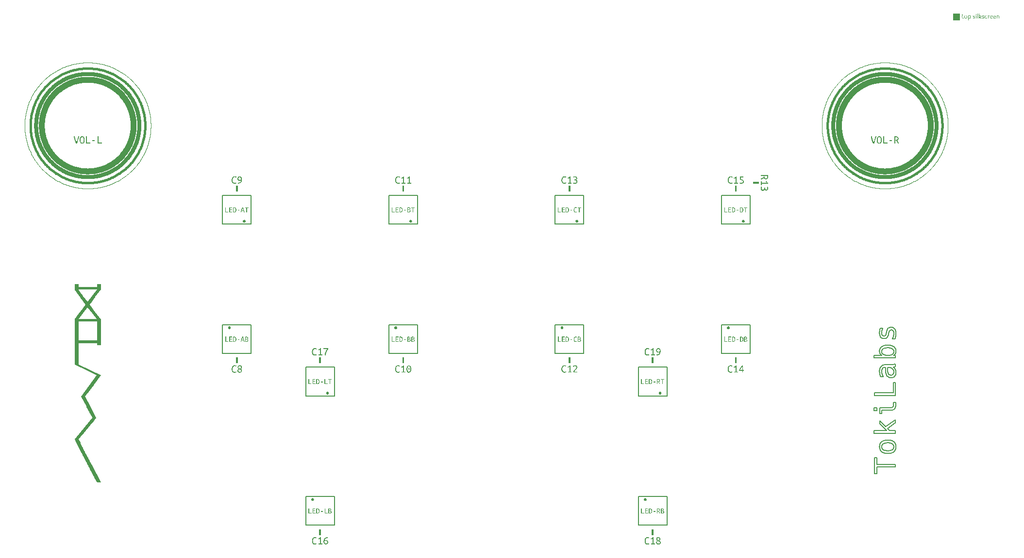
<source format=gto>
G04                                                      *
G04 Greetings!                                           *
G04 This Gerber was generated by PCBmodE, an open source *
G04 PCB design software. Get it here:                    *
G04                                                      *
G04   http://pcbmode.com                                 *
G04                                                      *
G04 Also visit                                           *
G04                                                      *
G04   http://boldport.com                                *
G04                                                      *
G04 and follow @boldport / @pcbmode for updates!         *
G04                                                      *

G04 leading zeros omitted (L); absolute data (A); 6 integer digits and 6 fractional digits *
%FSLAX66Y66*%

G04 mode (MO): millimeters (MM) *
%MOMM*%

G04 Aperture definitions *
%ADD10C,0.001X*%
%ADD11C,0.001X*%
%ADD20C,0.15X*%
%ADD21C,1.00X*%
%ADD24C,0.10X*%
%ADD23C,0.40X*%
%ADD22C,0.70X*%

%LPD*%
D20*
G01X53500000Y-92300000D02*
G01X48500000Y-92300000D01*
G01X48500000Y-87300000D01*
G01X53500000Y-87300000D01*
G01X53500000Y-92300000D01*
G36*
G01X49700000Y-87550000D02*
G01X49700000Y-87550000D01*
G01X49647666Y-87555486D01*
G01X49599114Y-87571191D01*
G01X49555474Y-87595984D01*
G01X49517878Y-87628734D01*
G01X49487456Y-87668311D01*
G01X49465339Y-87713582D01*
G01X49452657Y-87763419D01*
G01X49450000Y-87800000D01*
G01X49450000Y-87800000D01*
G01X49455486Y-87852334D01*
G01X49471191Y-87900886D01*
G01X49495984Y-87944526D01*
G01X49528734Y-87982122D01*
G01X49568311Y-88012544D01*
G01X49613582Y-88034661D01*
G01X49663419Y-88047343D01*
G01X49700000Y-88050000D01*
G01X49700000Y-88050000D01*
G01X49752334Y-88044514D01*
G01X49800886Y-88028809D01*
G01X49844526Y-88004016D01*
G01X49882122Y-87971266D01*
G01X49912544Y-87931689D01*
G01X49934661Y-87886418D01*
G01X49947343Y-87836581D01*
G01X49950000Y-87800000D01*
G01X49950000Y-87800000D01*
G01X49944514Y-87747666D01*
G01X49928809Y-87699114D01*
G01X49904016Y-87655474D01*
G01X49871266Y-87617878D01*
G01X49831689Y-87587456D01*
G01X49786418Y-87565339D01*
G01X49736581Y-87552657D01*
G01X49700000Y-87550000D01*
G37*
D20*
G01X48500000Y-64700000D02*
G01X53500000Y-64700000D01*
G01X53500000Y-69700000D01*
G01X48500000Y-69700000D01*
G01X48500000Y-64700000D01*
G36*
G01X52300000Y-69450000D02*
G01X52300000Y-69450000D01*
G01X52352334Y-69444514D01*
G01X52400886Y-69428809D01*
G01X52444526Y-69404016D01*
G01X52482122Y-69371266D01*
G01X52512544Y-69331689D01*
G01X52534661Y-69286418D01*
G01X52547343Y-69236581D01*
G01X52550000Y-69200000D01*
G01X52550000Y-69200000D01*
G01X52544514Y-69147666D01*
G01X52528809Y-69099114D01*
G01X52504016Y-69055474D01*
G01X52471266Y-69017878D01*
G01X52431689Y-68987456D01*
G01X52386418Y-68965339D01*
G01X52336581Y-68952657D01*
G01X52300000Y-68950000D01*
G01X52300000Y-68950000D01*
G01X52247666Y-68955486D01*
G01X52199114Y-68971191D01*
G01X52155474Y-68995984D01*
G01X52117878Y-69028734D01*
G01X52087456Y-69068311D01*
G01X52065339Y-69113582D01*
G01X52052657Y-69163419D01*
G01X52050000Y-69200000D01*
G01X52050000Y-69200000D01*
G01X52055486Y-69252334D01*
G01X52071191Y-69300886D01*
G01X52095984Y-69344526D01*
G01X52128734Y-69382122D01*
G01X52168311Y-69412544D01*
G01X52213582Y-69434661D01*
G01X52263419Y-69447343D01*
G01X52300000Y-69450000D01*
G37*
D20*
G01X126000000Y-62300000D02*
G01X121000000Y-62300000D01*
G01X121000000Y-57300000D01*
G01X126000000Y-57300000D01*
G01X126000000Y-62300000D01*
G36*
G01X122200000Y-57550000D02*
G01X122200000Y-57550000D01*
G01X122147666Y-57555486D01*
G01X122099114Y-57571191D01*
G01X122055474Y-57595984D01*
G01X122017878Y-57628734D01*
G01X121987456Y-57668311D01*
G01X121965339Y-57713582D01*
G01X121952657Y-57763419D01*
G01X121950000Y-57800000D01*
G01X121950000Y-57800000D01*
G01X121955486Y-57852334D01*
G01X121971191Y-57900886D01*
G01X121995984Y-57944526D01*
G01X122028734Y-57982122D01*
G01X122068311Y-58012544D01*
G01X122113582Y-58034661D01*
G01X122163419Y-58047343D01*
G01X122200000Y-58050000D01*
G01X122200000Y-58050000D01*
G01X122252334Y-58044514D01*
G01X122300886Y-58028809D01*
G01X122344526Y-58004016D01*
G01X122382122Y-57971266D01*
G01X122412544Y-57931689D01*
G01X122434661Y-57886418D01*
G01X122447343Y-57836581D01*
G01X122450000Y-57800000D01*
G01X122450000Y-57800000D01*
G01X122444514Y-57747666D01*
G01X122428809Y-57699114D01*
G01X122404016Y-57655474D01*
G01X122371266Y-57617878D01*
G01X122331689Y-57587456D01*
G01X122286418Y-57565339D01*
G01X122236581Y-57552657D01*
G01X122200000Y-57550000D01*
G37*
D20*
G01X121000000Y-34700000D02*
G01X126000000Y-34700000D01*
G01X126000000Y-39700000D01*
G01X121000000Y-39700000D01*
G01X121000000Y-34700000D01*
G36*
G01X124800000Y-39450000D02*
G01X124800000Y-39450000D01*
G01X124852334Y-39444514D01*
G01X124900886Y-39428809D01*
G01X124944526Y-39404016D01*
G01X124982122Y-39371266D01*
G01X125012544Y-39331689D01*
G01X125034661Y-39286418D01*
G01X125047343Y-39236581D01*
G01X125050000Y-39200000D01*
G01X125050000Y-39200000D01*
G01X125044514Y-39147666D01*
G01X125028809Y-39099114D01*
G01X125004016Y-39055474D01*
G01X124971266Y-39017878D01*
G01X124931689Y-38987456D01*
G01X124886418Y-38965339D01*
G01X124836581Y-38952657D01*
G01X124800000Y-38950000D01*
G01X124800000Y-38950000D01*
G01X124747666Y-38955486D01*
G01X124699114Y-38971191D01*
G01X124655474Y-38995984D01*
G01X124617878Y-39028734D01*
G01X124587456Y-39068311D01*
G01X124565339Y-39113582D01*
G01X124552657Y-39163419D01*
G01X124550000Y-39200000D01*
G01X124550000Y-39200000D01*
G01X124555486Y-39252334D01*
G01X124571191Y-39300886D01*
G01X124595984Y-39344526D01*
G01X124628734Y-39382122D01*
G01X124668311Y-39412544D01*
G01X124713582Y-39434661D01*
G01X124763419Y-39447343D01*
G01X124800000Y-39450000D01*
G37*
D20*
G01X111500000Y-92300000D02*
G01X106500000Y-92300000D01*
G01X106500000Y-87300000D01*
G01X111500000Y-87300000D01*
G01X111500000Y-92300000D01*
G36*
G01X107700000Y-87550000D02*
G01X107700000Y-87550000D01*
G01X107647666Y-87555486D01*
G01X107599114Y-87571191D01*
G01X107555474Y-87595984D01*
G01X107517878Y-87628734D01*
G01X107487456Y-87668311D01*
G01X107465339Y-87713582D01*
G01X107452657Y-87763419D01*
G01X107450000Y-87800000D01*
G01X107450000Y-87800000D01*
G01X107455486Y-87852334D01*
G01X107471191Y-87900886D01*
G01X107495984Y-87944526D01*
G01X107528734Y-87982122D01*
G01X107568311Y-88012544D01*
G01X107613582Y-88034661D01*
G01X107663419Y-88047343D01*
G01X107700000Y-88050000D01*
G01X107700000Y-88050000D01*
G01X107752334Y-88044514D01*
G01X107800886Y-88028809D01*
G01X107844526Y-88004016D01*
G01X107882122Y-87971266D01*
G01X107912544Y-87931689D01*
G01X107934661Y-87886418D01*
G01X107947343Y-87836581D01*
G01X107950000Y-87800000D01*
G01X107950000Y-87800000D01*
G01X107944514Y-87747666D01*
G01X107928809Y-87699114D01*
G01X107904016Y-87655474D01*
G01X107871266Y-87617878D01*
G01X107831689Y-87587456D01*
G01X107786418Y-87565339D01*
G01X107736581Y-87552657D01*
G01X107700000Y-87550000D01*
G37*
D20*
G01X106500000Y-64700000D02*
G01X111500000Y-64700000D01*
G01X111500000Y-69700000D01*
G01X106500000Y-69700000D01*
G01X106500000Y-64700000D01*
G36*
G01X110300000Y-69450000D02*
G01X110300000Y-69450000D01*
G01X110352334Y-69444514D01*
G01X110400886Y-69428809D01*
G01X110444526Y-69404016D01*
G01X110482122Y-69371266D01*
G01X110512544Y-69331689D01*
G01X110534661Y-69286418D01*
G01X110547343Y-69236581D01*
G01X110550000Y-69200000D01*
G01X110550000Y-69200000D01*
G01X110544514Y-69147666D01*
G01X110528809Y-69099114D01*
G01X110504016Y-69055474D01*
G01X110471266Y-69017878D01*
G01X110431689Y-68987456D01*
G01X110386418Y-68965339D01*
G01X110336581Y-68952657D01*
G01X110300000Y-68950000D01*
G01X110300000Y-68950000D01*
G01X110247666Y-68955486D01*
G01X110199114Y-68971191D01*
G01X110155474Y-68995984D01*
G01X110117878Y-69028734D01*
G01X110087456Y-69068311D01*
G01X110065339Y-69113582D01*
G01X110052657Y-69163419D01*
G01X110050000Y-69200000D01*
G01X110050000Y-69200000D01*
G01X110055486Y-69252334D01*
G01X110071191Y-69300886D01*
G01X110095984Y-69344526D01*
G01X110128734Y-69382122D01*
G01X110168311Y-69412544D01*
G01X110213582Y-69434661D01*
G01X110263419Y-69447343D01*
G01X110300000Y-69450000D01*
G37*
D20*
G01X97000000Y-62300000D02*
G01X92000000Y-62300000D01*
G01X92000000Y-57300000D01*
G01X97000000Y-57300000D01*
G01X97000000Y-62300000D01*
G36*
G01X93200000Y-57550000D02*
G01X93200000Y-57550000D01*
G01X93147666Y-57555486D01*
G01X93099114Y-57571191D01*
G01X93055474Y-57595984D01*
G01X93017878Y-57628734D01*
G01X92987456Y-57668311D01*
G01X92965339Y-57713582D01*
G01X92952657Y-57763419D01*
G01X92950000Y-57800000D01*
G01X92950000Y-57800000D01*
G01X92955486Y-57852334D01*
G01X92971191Y-57900886D01*
G01X92995984Y-57944526D01*
G01X93028734Y-57982122D01*
G01X93068311Y-58012544D01*
G01X93113582Y-58034661D01*
G01X93163419Y-58047343D01*
G01X93200000Y-58050000D01*
G01X93200000Y-58050000D01*
G01X93252334Y-58044514D01*
G01X93300886Y-58028809D01*
G01X93344526Y-58004016D01*
G01X93382122Y-57971266D01*
G01X93412544Y-57931689D01*
G01X93434661Y-57886418D01*
G01X93447343Y-57836581D01*
G01X93450000Y-57800000D01*
G01X93450000Y-57800000D01*
G01X93444514Y-57747666D01*
G01X93428809Y-57699114D01*
G01X93404016Y-57655474D01*
G01X93371266Y-57617878D01*
G01X93331689Y-57587456D01*
G01X93286418Y-57565339D01*
G01X93236581Y-57552657D01*
G01X93200000Y-57550000D01*
G37*
D20*
G01X92000000Y-34700000D02*
G01X97000000Y-34700000D01*
G01X97000000Y-39700000D01*
G01X92000000Y-39700000D01*
G01X92000000Y-34700000D01*
G36*
G01X95800000Y-39450000D02*
G01X95800000Y-39450000D01*
G01X95852334Y-39444514D01*
G01X95900886Y-39428809D01*
G01X95944526Y-39404016D01*
G01X95982122Y-39371266D01*
G01X96012544Y-39331689D01*
G01X96034661Y-39286418D01*
G01X96047343Y-39236581D01*
G01X96050000Y-39200000D01*
G01X96050000Y-39200000D01*
G01X96044514Y-39147666D01*
G01X96028809Y-39099114D01*
G01X96004016Y-39055474D01*
G01X95971266Y-39017878D01*
G01X95931689Y-38987456D01*
G01X95886418Y-38965339D01*
G01X95836581Y-38952657D01*
G01X95800000Y-38950000D01*
G01X95800000Y-38950000D01*
G01X95747666Y-38955486D01*
G01X95699114Y-38971191D01*
G01X95655474Y-38995984D01*
G01X95617878Y-39028734D01*
G01X95587456Y-39068311D01*
G01X95565339Y-39113582D01*
G01X95552657Y-39163419D01*
G01X95550000Y-39200000D01*
G01X95550000Y-39200000D01*
G01X95555486Y-39252334D01*
G01X95571191Y-39300886D01*
G01X95595984Y-39344526D01*
G01X95628734Y-39382122D01*
G01X95668311Y-39412544D01*
G01X95713582Y-39434661D01*
G01X95763419Y-39447343D01*
G01X95800000Y-39450000D01*
G37*
G36*
G01X127500000Y-32350000D02*
G01X127500000Y-32650000D01*
G01X126500000Y-32650000D01*
G01X126500000Y-32350000D01*
G01X127500000Y-32350000D01*
G37*
D20*
G01X68000000Y-62300000D02*
G01X63000000Y-62300000D01*
G01X63000000Y-57300000D01*
G01X68000000Y-57300000D01*
G01X68000000Y-62300000D01*
G36*
G01X64200000Y-57550000D02*
G01X64200000Y-57550000D01*
G01X64147666Y-57555486D01*
G01X64099114Y-57571191D01*
G01X64055474Y-57595984D01*
G01X64017878Y-57628734D01*
G01X63987456Y-57668311D01*
G01X63965339Y-57713582D01*
G01X63952657Y-57763419D01*
G01X63950000Y-57800000D01*
G01X63950000Y-57800000D01*
G01X63955486Y-57852334D01*
G01X63971191Y-57900886D01*
G01X63995984Y-57944526D01*
G01X64028734Y-57982122D01*
G01X64068311Y-58012544D01*
G01X64113582Y-58034661D01*
G01X64163419Y-58047343D01*
G01X64200000Y-58050000D01*
G01X64200000Y-58050000D01*
G01X64252334Y-58044514D01*
G01X64300886Y-58028809D01*
G01X64344526Y-58004016D01*
G01X64382122Y-57971266D01*
G01X64412544Y-57931689D01*
G01X64434661Y-57886418D01*
G01X64447343Y-57836581D01*
G01X64450000Y-57800000D01*
G01X64450000Y-57800000D01*
G01X64444514Y-57747666D01*
G01X64428809Y-57699114D01*
G01X64404016Y-57655474D01*
G01X64371266Y-57617878D01*
G01X64331689Y-57587456D01*
G01X64286418Y-57565339D01*
G01X64236581Y-57552657D01*
G01X64200000Y-57550000D01*
G37*
G36*
G01X36350000Y-33000000D02*
G01X36650000Y-33000000D01*
G01X36650000Y-34000000D01*
G01X36350000Y-34000000D01*
G01X36350000Y-33000000D01*
G37*
G36*
G01X36350000Y-63000000D02*
G01X36650000Y-63000000D01*
G01X36650000Y-64000000D01*
G01X36350000Y-64000000D01*
G01X36350000Y-63000000D01*
G37*
D20*
G01X63000000Y-34700000D02*
G01X68000000Y-34700000D01*
G01X68000000Y-39700000D01*
G01X63000000Y-39700000D01*
G01X63000000Y-34700000D01*
G36*
G01X66800000Y-39450000D02*
G01X66800000Y-39450000D01*
G01X66852334Y-39444514D01*
G01X66900886Y-39428809D01*
G01X66944526Y-39404016D01*
G01X66982122Y-39371266D01*
G01X67012544Y-39331689D01*
G01X67034661Y-39286418D01*
G01X67047343Y-39236581D01*
G01X67050000Y-39200000D01*
G01X67050000Y-39200000D01*
G01X67044514Y-39147666D01*
G01X67028809Y-39099114D01*
G01X67004016Y-39055474D01*
G01X66971266Y-39017878D01*
G01X66931689Y-38987456D01*
G01X66886418Y-38965339D01*
G01X66836581Y-38952657D01*
G01X66800000Y-38950000D01*
G01X66800000Y-38950000D01*
G01X66747666Y-38955486D01*
G01X66699114Y-38971191D01*
G01X66655474Y-38995984D01*
G01X66617878Y-39028734D01*
G01X66587456Y-39068311D01*
G01X66565339Y-39113582D01*
G01X66552657Y-39163419D01*
G01X66550000Y-39200000D01*
G01X66550000Y-39200000D01*
G01X66555486Y-39252334D01*
G01X66571191Y-39300886D01*
G01X66595984Y-39344526D01*
G01X66628734Y-39382122D01*
G01X66668311Y-39412544D01*
G01X66713582Y-39434661D01*
G01X66763419Y-39447343D01*
G01X66800000Y-39450000D01*
G37*
G36*
G01X108850000Y-63000000D02*
G01X109150000Y-63000000D01*
G01X109150000Y-64000000D01*
G01X108850000Y-64000000D01*
G01X108850000Y-63000000D01*
G37*
G36*
G01X108850000Y-93000000D02*
G01X109150000Y-93000000D01*
G01X109150000Y-94000000D01*
G01X108850000Y-94000000D01*
G01X108850000Y-93000000D01*
G37*
G36*
G01X94350000Y-33000000D02*
G01X94650000Y-33000000D01*
G01X94650000Y-34000000D01*
G01X94350000Y-34000000D01*
G01X94350000Y-33000000D01*
G37*
G36*
G01X94350000Y-63000000D02*
G01X94650000Y-63000000D01*
G01X94650000Y-64000000D01*
G01X94350000Y-64000000D01*
G01X94350000Y-63000000D01*
G37*
G36*
G01X65350000Y-33000000D02*
G01X65650000Y-33000000D01*
G01X65650000Y-34000000D01*
G01X65350000Y-34000000D01*
G01X65350000Y-33000000D01*
G37*
G36*
G01X65350000Y-63000000D02*
G01X65650000Y-63000000D01*
G01X65650000Y-64000000D01*
G01X65350000Y-64000000D01*
G01X65350000Y-63000000D01*
G37*
G36*
G01X50850000Y-63000000D02*
G01X51150000Y-63000000D01*
G01X51150000Y-64000000D01*
G01X50850000Y-64000000D01*
G01X50850000Y-63000000D01*
G37*
G36*
G01X50850000Y-93000000D02*
G01X51150000Y-93000000D01*
G01X51150000Y-94000000D01*
G01X50850000Y-94000000D01*
G01X50850000Y-93000000D01*
G37*
G36*
G01X123350000Y-33000000D02*
G01X123650000Y-33000000D01*
G01X123650000Y-34000000D01*
G01X123350000Y-34000000D01*
G01X123350000Y-33000000D01*
G37*
G36*
G01X123350000Y-63000000D02*
G01X123650000Y-63000000D01*
G01X123650000Y-64000000D01*
G01X123350000Y-64000000D01*
G01X123350000Y-63000000D01*
G37*
D20*
G01X34000000Y-34700000D02*
G01X39000000Y-34700000D01*
G01X39000000Y-39700000D01*
G01X34000000Y-39700000D01*
G01X34000000Y-34700000D01*
G36*
G01X37800000Y-39450000D02*
G01X37800000Y-39450000D01*
G01X37852334Y-39444514D01*
G01X37900886Y-39428809D01*
G01X37944526Y-39404016D01*
G01X37982122Y-39371266D01*
G01X38012544Y-39331689D01*
G01X38034661Y-39286418D01*
G01X38047343Y-39236581D01*
G01X38050000Y-39200000D01*
G01X38050000Y-39200000D01*
G01X38044514Y-39147666D01*
G01X38028809Y-39099114D01*
G01X38004016Y-39055474D01*
G01X37971266Y-39017878D01*
G01X37931689Y-38987456D01*
G01X37886418Y-38965339D01*
G01X37836581Y-38952657D01*
G01X37800000Y-38950000D01*
G01X37800000Y-38950000D01*
G01X37747666Y-38955486D01*
G01X37699114Y-38971191D01*
G01X37655474Y-38995984D01*
G01X37617878Y-39028734D01*
G01X37587456Y-39068311D01*
G01X37565339Y-39113582D01*
G01X37552657Y-39163419D01*
G01X37550000Y-39200000D01*
G01X37550000Y-39200000D01*
G01X37555486Y-39252334D01*
G01X37571191Y-39300886D01*
G01X37595984Y-39344526D01*
G01X37628734Y-39382122D01*
G01X37668311Y-39412544D01*
G01X37713582Y-39434661D01*
G01X37763419Y-39447343D01*
G01X37800000Y-39450000D01*
G37*
D20*
G01X39000000Y-62300000D02*
G01X34000000Y-62300000D01*
G01X34000000Y-57300000D01*
G01X39000000Y-57300000D01*
G01X39000000Y-62300000D01*
G36*
G01X35200000Y-57550000D02*
G01X35200000Y-57550000D01*
G01X35147666Y-57555486D01*
G01X35099114Y-57571191D01*
G01X35055474Y-57595984D01*
G01X35017878Y-57628734D01*
G01X34987456Y-57668311D01*
G01X34965339Y-57713582D01*
G01X34952657Y-57763419D01*
G01X34950000Y-57800000D01*
G01X34950000Y-57800000D01*
G01X34955486Y-57852334D01*
G01X34971191Y-57900886D01*
G01X34995984Y-57944526D01*
G01X35028734Y-57982122D01*
G01X35068311Y-58012544D01*
G01X35113582Y-58034661D01*
G01X35163419Y-58047343D01*
G01X35200000Y-58050000D01*
G01X35200000Y-58050000D01*
G01X35252334Y-58044514D01*
G01X35300886Y-58028809D01*
G01X35344526Y-58004016D01*
G01X35382122Y-57971266D01*
G01X35412544Y-57931689D01*
G01X35434661Y-57886418D01*
G01X35447343Y-57836581D01*
G01X35450000Y-57800000D01*
G01X35450000Y-57800000D01*
G01X35444514Y-57747666D01*
G01X35428809Y-57699114D01*
G01X35404016Y-57655474D01*
G01X35371266Y-57617878D01*
G01X35331689Y-57587456D01*
G01X35286418Y-57565339D01*
G01X35236581Y-57552657D01*
G01X35200000Y-57550000D01*
G37*
D20*
G01X148134033Y-82140820D02*
G01X148134033Y-83285840D01*
G01X147718994Y-83285840D01*
G01X147718994Y-80505078D01*
G01X148134033Y-80505078D01*
G01X148134033Y-81645215D01*
G01X151364013Y-81645215D01*
G01X151364013Y-82140820D01*
G01X148134033Y-82140820D01*
D20*
G01X151434814Y-78586425D02*
G01X151434814Y-78586425D01*
G01X151432251Y-78668630D01*
G01X151425293Y-78746162D01*
G01X151415039Y-78818083D01*
G01X151402588Y-78883457D01*
G01X151389038Y-78941345D01*
G01X151375488Y-78990810D01*
G01X151363037Y-79030915D01*
G01X151352783Y-79060722D01*
G01X151345825Y-79079294D01*
G01X151343262Y-79085693D01*
G01X151343262Y-79085693D01*
G01X151343262Y-79085693D01*
G01X151310091Y-79155251D01*
G01X151272468Y-79219262D01*
G01X151232584Y-79277053D01*
G01X151192635Y-79327952D01*
G01X151154812Y-79371286D01*
G01X151121309Y-79406382D01*
G01X151094320Y-79432569D01*
G01X151076039Y-79449173D01*
G01X151068658Y-79455521D01*
G01X151068603Y-79455566D01*
G01X151068603Y-79455566D01*
G01X151009443Y-79499299D01*
G01X150947617Y-79538242D01*
G01X150885220Y-79572439D01*
G01X150824346Y-79601933D01*
G01X150767090Y-79626770D01*
G01X150715547Y-79646992D01*
G01X150671811Y-79662644D01*
G01X150637978Y-79673769D01*
G01X150616142Y-79680412D01*
G01X150608398Y-79682617D01*
G01X150608398Y-79682617D01*
G01X150608398Y-79682617D01*
G01X150534110Y-79700666D01*
G01X150458132Y-79715476D01*
G01X150382274Y-79727367D01*
G01X150308346Y-79736659D01*
G01X150238158Y-79743673D01*
G01X150173519Y-79748730D01*
G01X150116241Y-79752149D01*
G01X150068132Y-79754251D01*
G01X150031004Y-79755357D01*
G01X150006666Y-79755786D01*
G01X149996928Y-79755859D01*
G01X149996826Y-79755859D01*
G01X149996826Y-79755859D01*
G01X149895245Y-79753682D01*
G01X149798535Y-79747451D01*
G01X149706732Y-79737616D01*
G01X149619873Y-79724629D01*
G01X149537994Y-79708938D01*
G01X149461133Y-79690996D01*
G01X149389325Y-79671252D01*
G01X149322607Y-79650156D01*
G01X149261017Y-79628159D01*
G01X149204590Y-79605713D01*
G01X149153363Y-79583266D01*
G01X149107373Y-79561269D01*
G01X149066656Y-79540174D01*
G01X149031250Y-79520429D01*
G01X149001190Y-79502487D01*
G01X148976513Y-79486797D01*
G01X148957257Y-79473809D01*
G01X148943457Y-79463974D01*
G01X148935150Y-79457743D01*
G01X148932373Y-79455566D01*
G01X148932373Y-79455566D01*
G01X148932373Y-79455566D01*
G01X148869917Y-79398794D01*
G01X148814947Y-79337306D01*
G01X148766984Y-79272188D01*
G01X148725550Y-79204525D01*
G01X148690168Y-79135403D01*
G01X148660360Y-79065905D01*
G01X148635649Y-78997119D01*
G01X148615556Y-78930129D01*
G01X148599604Y-78866021D01*
G01X148587314Y-78805879D01*
G01X148578210Y-78750789D01*
G01X148571813Y-78701836D01*
G01X148567646Y-78660105D01*
G01X148565231Y-78626683D01*
G01X148564089Y-78602654D01*
G01X148563744Y-78589102D01*
G01X148563720Y-78586425D01*
G01X148563720Y-78586425D01*
G01X148566352Y-78500981D01*
G01X148573496Y-78420986D01*
G01X148584023Y-78347275D01*
G01X148596806Y-78280683D01*
G01X148610718Y-78222046D01*
G01X148624629Y-78172197D01*
G01X148637412Y-78131972D01*
G01X148647939Y-78102207D01*
G01X148655083Y-78083735D01*
G01X148657715Y-78077392D01*
G01X148657715Y-78077392D01*
G01X148657715Y-78077392D01*
G01X148691523Y-78008719D01*
G01X148729489Y-77945712D01*
G01X148769477Y-77888984D01*
G01X148809352Y-77839150D01*
G01X148846980Y-77796825D01*
G01X148880226Y-77762622D01*
G01X148906954Y-77737155D01*
G01X148925030Y-77721039D01*
G01X148932319Y-77714887D01*
G01X148932373Y-77714843D01*
G01X148932373Y-77714843D01*
G01X148990309Y-77672014D01*
G01X149052285Y-77633464D01*
G01X149117542Y-77598968D01*
G01X149185322Y-77568300D01*
G01X149254867Y-77541237D01*
G01X149325420Y-77517551D01*
G01X149396221Y-77497018D01*
G01X149466513Y-77479414D01*
G01X149535539Y-77464512D01*
G01X149602539Y-77452087D01*
G01X149666756Y-77441915D01*
G01X149727431Y-77433769D01*
G01X149783808Y-77427426D01*
G01X149835127Y-77422658D01*
G01X149880630Y-77419243D01*
G01X149919560Y-77416953D01*
G01X149951159Y-77415564D01*
G01X149974668Y-77414851D01*
G01X149989329Y-77414588D01*
G01X149994385Y-77414550D01*
G01X149994385Y-77414550D01*
G01X149994385Y-77414550D01*
G01X150076575Y-77415904D01*
G01X150155173Y-77419659D01*
G01X150229586Y-77425359D01*
G01X150299221Y-77432545D01*
G01X150363486Y-77440761D01*
G01X150421789Y-77449549D01*
G01X150473537Y-77458451D01*
G01X150518137Y-77467010D01*
G01X150554997Y-77474769D01*
G01X150583525Y-77481269D01*
G01X150603128Y-77486054D01*
G01X150613213Y-77488665D01*
G01X150614502Y-77489013D01*
G01X150614502Y-77489013D01*
G01X150693069Y-77513431D01*
G01X150765791Y-77541093D01*
G01X150832097Y-77570631D01*
G01X150891416Y-77600674D01*
G01X150943176Y-77629852D01*
G01X150986806Y-77656797D01*
G01X151021736Y-77680138D01*
G01X151047392Y-77698506D01*
G01X151063205Y-77710531D01*
G01X151068603Y-77714843D01*
G01X151068603Y-77714843D01*
G01X151068603Y-77714843D01*
G01X151125026Y-77765411D01*
G01X151175028Y-77818887D01*
G01X151218571Y-77872952D01*
G01X151255617Y-77925285D01*
G01X151286126Y-77973566D01*
G01X151310059Y-78015475D01*
G01X151327377Y-78048692D01*
G01X151338041Y-78070896D01*
G01X151342013Y-78079768D01*
G01X151342041Y-78079834D01*
G01X151342041Y-78079834D01*
G01X151367182Y-78147115D01*
G01X151387314Y-78216425D01*
G01X151402993Y-78285619D01*
G01X151414775Y-78352549D01*
G01X151423218Y-78415069D01*
G01X151428877Y-78471035D01*
G01X151432309Y-78518299D01*
G01X151434072Y-78554716D01*
G01X151434721Y-78578141D01*
G01X151434814Y-78586425D01*
G01X151434814Y-78586425D01*
D20*
G01X151053955Y-78586425D02*
G01X151053955Y-78586425D01*
G01X151047821Y-78497580D01*
G01X151030984Y-78416954D01*
G01X151005794Y-78344578D01*
G01X150974600Y-78280486D01*
G01X150939752Y-78224709D01*
G01X150903599Y-78177279D01*
G01X150868489Y-78138228D01*
G01X150836774Y-78107589D01*
G01X150810801Y-78085393D01*
G01X150792920Y-78071672D01*
G01X150785480Y-78066459D01*
G01X150785400Y-78066406D01*
G01X150785400Y-78066406D01*
G01X150726049Y-78032016D01*
G01X150660827Y-78002431D01*
G01X150591324Y-77977292D01*
G01X150519135Y-77956235D01*
G01X150445853Y-77938899D01*
G01X150373069Y-77924922D01*
G01X150302377Y-77913942D01*
G01X150235369Y-77905598D01*
G01X150173638Y-77899529D01*
G01X150118777Y-77895371D01*
G01X150072378Y-77892763D01*
G01X150036035Y-77891345D01*
G01X150011340Y-77890753D01*
G01X149999885Y-77890626D01*
G01X149999267Y-77890625D01*
G01X149999267Y-77890625D01*
G01X149893766Y-77893088D01*
G01X149795692Y-77899996D01*
G01X149705082Y-77910625D01*
G01X149621971Y-77924251D01*
G01X149546393Y-77940151D01*
G01X149478384Y-77957602D01*
G01X149417979Y-77975879D01*
G01X149365214Y-77994260D01*
G01X149320123Y-78012020D01*
G01X149282741Y-78028437D01*
G01X149253105Y-78042787D01*
G01X149231248Y-78054346D01*
G01X149217207Y-78062391D01*
G01X149211015Y-78066198D01*
G01X149210693Y-78066406D01*
G01X149210693Y-78066406D01*
G01X149145115Y-78117587D01*
G01X149091306Y-78174712D01*
G01X149048102Y-78235539D01*
G01X149014340Y-78297825D01*
G01X148988854Y-78359329D01*
G01X148970482Y-78417807D01*
G01X148958059Y-78471016D01*
G01X148950422Y-78516715D01*
G01X148946405Y-78552661D01*
G01X148944846Y-78576611D01*
G01X148944580Y-78586323D01*
G01X148944580Y-78586425D01*
G01X148944580Y-78586425D01*
G01X148950658Y-78674669D01*
G01X148967342Y-78754802D01*
G01X148992303Y-78826781D01*
G01X149023213Y-78890564D01*
G01X149057745Y-78946107D01*
G01X149093569Y-78993368D01*
G01X149128359Y-79032305D01*
G01X149159787Y-79062874D01*
G01X149185524Y-79085033D01*
G01X149203242Y-79098740D01*
G01X149210614Y-79103951D01*
G01X149210693Y-79104004D01*
G01X149210693Y-79104004D01*
G01X149270522Y-79138394D01*
G01X149336155Y-79167978D01*
G01X149406007Y-79193118D01*
G01X149478488Y-79214175D01*
G01X149552012Y-79231511D01*
G01X149624990Y-79245488D01*
G01X149695834Y-79256467D01*
G01X149762958Y-79264811D01*
G01X149824773Y-79270881D01*
G01X149879692Y-79275039D01*
G01X149926127Y-79277646D01*
G01X149962490Y-79279065D01*
G01X149987193Y-79279657D01*
G01X149998650Y-79279783D01*
G01X149999267Y-79279785D01*
G01X149999267Y-79279785D01*
G01X150104735Y-79277321D01*
G01X150202712Y-79270414D01*
G01X150293175Y-79259785D01*
G01X150376097Y-79246159D01*
G01X150451454Y-79230258D01*
G01X150519220Y-79212808D01*
G01X150579371Y-79194531D01*
G01X150631881Y-79176150D01*
G01X150676726Y-79158389D01*
G01X150713879Y-79141972D01*
G01X150743317Y-79127623D01*
G01X150765013Y-79116064D01*
G01X150778943Y-79108019D01*
G01X150785081Y-79104212D01*
G01X150785400Y-79104004D01*
G01X150785400Y-79104004D01*
G01X150851580Y-79052879D01*
G01X150905882Y-78995907D01*
G01X150949483Y-78935308D01*
G01X150983555Y-78873305D01*
G01X151009274Y-78812119D01*
G01X151027815Y-78753970D01*
G01X151040352Y-78701079D01*
G01X151048060Y-78655669D01*
G01X151052113Y-78619959D01*
G01X151053686Y-78596172D01*
G01X151053955Y-78586528D01*
G01X151053955Y-78586425D01*
D20*
G01X147565185Y-76228320D02*
G01X147565185Y-75764453D01*
G01X149764892Y-75764453D01*
G01X148629638Y-74585254D01*
G01X148629638Y-74038379D01*
G01X149659912Y-75115039D01*
G01X151364013Y-73869922D01*
G01X151364013Y-74419238D01*
G01X149952881Y-75429980D01*
G01X150267822Y-75764453D01*
G01X151364013Y-75764453D01*
G01X151364013Y-76228320D01*
G01X147565185Y-76228320D01*
D20*
G01X148134033Y-72192968D02*
G01X148134033Y-72192968D01*
G01X148103972Y-72253348D01*
G01X148063702Y-72266084D01*
G01X148060791Y-72266211D01*
G01X147638428Y-72266211D01*
G01X147638428Y-72266211D01*
G01X147578048Y-72236150D01*
G01X147565312Y-72195879D01*
G01X147565185Y-72192968D01*
G01X147565185Y-71841406D01*
G01X147565185Y-71841406D01*
G01X147595246Y-71781026D01*
G01X147635517Y-71768290D01*
G01X147638428Y-71768164D01*
G01X148060791Y-71768164D01*
G01X148060791Y-71768164D01*
G01X148121171Y-71798225D01*
G01X148133906Y-71838495D01*
G01X148134033Y-71841406D01*
G01X148134033Y-72192968D01*
D20*
G01X151383545Y-71372656D02*
G01X151383545Y-71372656D01*
G01X151380291Y-71452004D01*
G01X151371869Y-71524725D01*
G01X151360289Y-71588931D01*
G01X151347560Y-71642731D01*
G01X151335693Y-71684238D01*
G01X151326697Y-71711561D01*
G01X151322582Y-71722813D01*
G01X151322510Y-71722998D01*
G01X151322510Y-71722998D01*
G01X151290652Y-71789939D01*
G01X151252878Y-71850164D01*
G01X151213489Y-71902068D01*
G01X151176787Y-71944043D01*
G01X151147072Y-71974482D01*
G01X151128645Y-71991778D01*
G01X151124756Y-71995215D01*
G01X151124756Y-71995215D01*
G01X151067488Y-72038680D01*
G01X151005321Y-72076071D01*
G01X150939671Y-72107845D01*
G01X150871955Y-72134459D01*
G01X150803590Y-72156370D01*
G01X150735994Y-72174035D01*
G01X150670582Y-72187912D01*
G01X150608773Y-72198457D01*
G01X150551981Y-72206129D01*
G01X150501626Y-72211384D01*
G01X150459123Y-72214679D01*
G01X150425889Y-72216473D01*
G01X150403341Y-72217221D01*
G01X150392897Y-72217381D01*
G01X150392334Y-72217383D01*
G01X148981201Y-72217383D01*
G01X148981201Y-72815527D01*
G01X148629638Y-72815527D01*
G01X148629638Y-71768164D01*
G01X150392334Y-71768164D01*
G01X150392334Y-71768164D01*
G01X150487462Y-71764386D01*
G01X150571443Y-71754249D01*
G01X150644296Y-71739546D01*
G01X150706042Y-71722070D01*
G01X150756699Y-71703617D01*
G01X150796287Y-71685978D01*
G01X150824825Y-71670949D01*
G01X150842333Y-71660323D01*
G01X150848831Y-71655893D01*
G01X150848877Y-71655859D01*
G01X150848877Y-71655859D01*
G01X150906377Y-71603490D01*
G01X150944171Y-71554038D01*
G01X150963222Y-71521329D01*
G01X150966064Y-71515478D01*
G01X150966064Y-71515478D01*
G01X150988439Y-71446681D01*
G01X150999121Y-71382876D01*
G01X151002434Y-71339201D01*
G01X151002685Y-71328711D01*
G01X151002685Y-70803808D01*
G01X151383545Y-70803808D01*
G01X151383545Y-71372656D01*
D20*
G01X147718994Y-69634668D02*
G01X147718994Y-69139062D01*
G01X150948974Y-69139062D01*
G01X150948974Y-67378808D01*
G01X151364013Y-67378808D01*
G01X151364013Y-69634668D01*
G01X147718994Y-69634668D01*
D20*
G01X151434814Y-65596875D02*
G01X151434814Y-65596875D01*
G01X151431496Y-65683440D01*
G01X151422189Y-65764626D01*
G01X151407870Y-65840290D01*
G01X151389512Y-65910292D01*
G01X151368091Y-65974492D01*
G01X151344582Y-66032749D01*
G01X151319958Y-66084921D01*
G01X151295195Y-66130870D01*
G01X151271267Y-66170453D01*
G01X151249150Y-66203530D01*
G01X151229818Y-66229961D01*
G01X151214245Y-66249604D01*
G01X151203407Y-66262319D01*
G01X151198278Y-66267966D01*
G01X151197998Y-66268261D01*
G01X151197998Y-66268261D01*
G01X151141788Y-66320514D01*
G01X151084130Y-66364531D01*
G01X151029765Y-66399954D01*
G01X150983433Y-66426421D01*
G01X150949873Y-66443574D01*
G01X150933825Y-66451051D01*
G01X150933105Y-66451367D01*
G01X150933105Y-66451367D01*
G01X150866118Y-66475357D01*
G01X150796372Y-66492681D01*
G01X150728428Y-66504423D01*
G01X150666850Y-66511670D01*
G01X150616200Y-66515505D01*
G01X150581039Y-66517015D01*
G01X150565929Y-66517284D01*
G01X150565674Y-66517285D01*
G01X150565674Y-66517285D01*
G01X150473957Y-66512974D01*
G01X150388539Y-66500885D01*
G01X150309477Y-66482285D01*
G01X150236826Y-66458439D01*
G01X150170640Y-66430614D01*
G01X150110975Y-66400075D01*
G01X150057886Y-66368090D01*
G01X150011429Y-66335924D01*
G01X149971659Y-66304843D01*
G01X149938630Y-66276113D01*
G01X149912399Y-66251001D01*
G01X149893021Y-66230773D01*
G01X149880550Y-66216694D01*
G01X149875043Y-66210032D01*
G01X149874756Y-66209668D01*
G01X149874756Y-66209668D01*
G01X149834635Y-66152203D01*
G01X149799323Y-66089563D01*
G01X149768512Y-66022897D01*
G01X149741896Y-65953359D01*
G01X149719167Y-65882099D01*
G01X149700019Y-65810270D01*
G01X149684145Y-65739023D01*
G01X149671238Y-65669510D01*
G01X149660990Y-65602883D01*
G01X149653095Y-65540293D01*
G01X149647247Y-65482892D01*
G01X149643138Y-65431831D01*
G01X149640461Y-65388264D01*
G01X149638909Y-65353340D01*
G01X149638176Y-65328213D01*
G01X149637954Y-65314033D01*
G01X149637939Y-65311230D01*
G01X149637939Y-64708203D01*
G01X149567138Y-64708203D01*
G01X149567138Y-64708203D01*
G01X149486598Y-64711753D01*
G01X149415778Y-64720467D01*
G01X149357753Y-64731440D01*
G01X149315600Y-64741767D01*
G01X149292392Y-64748545D01*
G01X149288818Y-64749707D01*
G01X149288818Y-64749707D01*
G01X149215299Y-64781800D01*
G01X149157122Y-64817991D01*
G01X149116160Y-64850325D01*
G01X149094283Y-64870848D01*
G01X149091064Y-64874218D01*
G01X149091064Y-64874218D01*
G01X149049767Y-64930063D01*
G01X149018159Y-64989298D01*
G01X148996241Y-65041751D01*
G01X148984013Y-65077246D01*
G01X148981201Y-65086621D01*
G01X148981201Y-65086621D01*
G01X148965519Y-65156588D01*
G01X148955108Y-65227698D01*
G01X148948888Y-65293473D01*
G01X148945780Y-65347438D01*
G01X148944703Y-65383114D01*
G01X148944580Y-65394238D01*
G01X148944580Y-65394238D01*
G01X148946797Y-65470549D01*
G01X148952747Y-65545147D01*
G01X148961377Y-65616139D01*
G01X148971635Y-65681635D01*
G01X148982466Y-65739744D01*
G01X148992819Y-65788573D01*
G01X149001641Y-65826233D01*
G01X149007878Y-65850831D01*
G01X149010478Y-65860476D01*
G01X149010498Y-65860547D01*
G01X149010498Y-65860547D01*
G01X149034216Y-65937806D01*
G01X149060864Y-66012206D01*
G01X149088941Y-66082129D01*
G01X149116945Y-66145957D01*
G01X149143375Y-66202071D01*
G01X149166730Y-66248853D01*
G01X149185509Y-66284684D01*
G01X149198209Y-66307948D01*
G01X149203331Y-66317024D01*
G01X149203369Y-66317090D01*
G01X148754150Y-66317090D01*
G01X148754150Y-66317090D01*
G01X148729903Y-66250940D01*
G01X148707825Y-66187115D01*
G01X148690090Y-66133756D01*
G01X148678865Y-66099001D01*
G01X148676025Y-66090039D01*
G01X148676025Y-66090039D01*
G01X148654170Y-66016074D01*
G01X148635947Y-65947734D01*
G01X148622060Y-65891230D01*
G01X148613213Y-65852773D01*
G01X148610107Y-65838574D01*
G01X148610107Y-65838574D01*
G01X148610107Y-65838574D01*
G01X148595332Y-65758880D01*
G01X148584083Y-65681330D01*
G01X148575880Y-65608277D01*
G01X148570243Y-65542075D01*
G01X148566689Y-65485078D01*
G01X148564739Y-65439640D01*
G01X148563910Y-65408117D01*
G01X148563723Y-65392860D01*
G01X148563720Y-65391797D01*
G01X148563720Y-65391797D01*
G01X148565479Y-65311481D01*
G01X148569915Y-65238740D01*
G01X148575769Y-65176275D01*
G01X148581780Y-65126784D01*
G01X148586689Y-65092968D01*
G01X148589235Y-65077528D01*
G01X148589355Y-65076855D01*
G01X148589355Y-65076855D01*
G01X148606216Y-64998961D01*
G01X148625464Y-64929517D01*
G01X148643935Y-64872743D01*
G01X148658463Y-64832860D01*
G01X148665885Y-64814086D01*
G01X148666260Y-64813183D01*
G01X148666260Y-64813183D01*
G01X148699486Y-64744721D01*
G01X148733933Y-64684186D01*
G01X148764039Y-64636596D01*
G01X148784242Y-64606971D01*
G01X148789551Y-64599560D01*
G01X148789551Y-64599560D01*
G01X148838411Y-64540140D01*
G01X148886694Y-64491034D01*
G01X148927684Y-64454479D01*
G01X148954665Y-64432714D01*
G01X148961670Y-64427441D01*
G01X148961670Y-64427441D01*
G01X149025061Y-64386902D01*
G01X149078564Y-64358886D01*
G01X149108337Y-64345373D01*
G01X149110595Y-64344433D01*
G01X149110595Y-64344433D01*
G01X149180366Y-64319213D01*
G01X149235637Y-64302875D01*
G01X149263317Y-64295856D01*
G01X149264404Y-64295605D01*
G01X149264404Y-64295605D01*
G01X149322820Y-64285019D01*
G01X149388955Y-64276543D01*
G01X149459543Y-64269941D01*
G01X149531318Y-64264980D01*
G01X149601013Y-64261425D01*
G01X149665361Y-64259043D01*
G01X149721096Y-64257597D01*
G01X149764951Y-64256855D01*
G01X149793659Y-64256582D01*
G01X149803955Y-64256543D01*
G01X149803955Y-64256543D01*
G01X150363037Y-64256543D01*
G01X150363037Y-64256543D01*
G01X150447046Y-64253789D01*
G01X150517941Y-64251682D01*
G01X150571652Y-64250221D01*
G01X150604110Y-64249406D01*
G01X150612060Y-64249218D01*
G01X150612060Y-64249218D01*
G01X150688659Y-64245900D01*
G01X150752441Y-64240979D01*
G01X150796081Y-64236515D01*
G01X150812256Y-64234570D01*
G01X150812256Y-64234570D01*
G01X150812256Y-64234570D01*
G01X150888387Y-64224649D01*
G01X150951329Y-64215303D01*
G01X150992842Y-64208590D01*
G01X151005127Y-64206494D01*
G01X151005127Y-64206494D01*
G01X151085485Y-64191178D01*
G01X151130989Y-64181101D01*
G01X151141845Y-64178418D01*
G01X151141845Y-64178418D01*
G01X151213776Y-64160348D01*
G01X151265963Y-64145225D01*
G01X151284668Y-64139355D01*
G01X151284668Y-64139355D01*
G01X151355420Y-64115625D01*
G01X151364013Y-64112500D01*
G01X151364013Y-64564160D01*
G01X151364013Y-64564160D01*
G01X151304411Y-64585779D01*
G01X151277344Y-64594677D01*
G01X151277344Y-64594677D01*
G01X151209911Y-64614602D01*
G01X151160692Y-64627765D01*
G01X151151611Y-64630078D01*
G01X151151611Y-64630078D01*
G01X151082181Y-64645198D01*
G01X151043994Y-64653065D01*
G01X151042969Y-64653271D01*
G01X151042969Y-64653271D01*
G01X150972453Y-64665778D01*
G01X150948974Y-64669140D01*
G01X150948974Y-64669140D01*
G01X151011883Y-64710405D01*
G01X151067180Y-64754205D01*
G01X151112471Y-64795242D01*
G01X151145366Y-64828221D01*
G01X151163471Y-64847844D01*
G01X151166260Y-64851025D01*
G01X151166260Y-64851025D01*
G01X151216184Y-64913235D01*
G01X151256945Y-64970381D01*
G01X151287838Y-65018194D01*
G01X151308160Y-65052403D01*
G01X151317208Y-65068738D01*
G01X151317627Y-65069531D01*
G01X151317627Y-65069531D01*
G01X151348881Y-65136794D01*
G01X151373197Y-65201038D01*
G01X151390776Y-65256334D01*
G01X151401819Y-65296755D01*
G01X151406527Y-65316372D01*
G01X151406738Y-65317334D01*
G01X151406738Y-65317334D01*
G01X151419334Y-65388670D01*
G01X151427454Y-65457715D01*
G01X151432081Y-65518615D01*
G01X151434198Y-65565519D01*
G01X151434786Y-65592574D01*
G01X151434814Y-65596875D01*
D20*
G01X151058838Y-65504101D02*
G01X151058838Y-65504101D01*
G01X151054134Y-65418653D01*
G01X151041083Y-65339378D01*
G01X151021274Y-65266448D01*
G01X150996298Y-65200035D01*
G01X150967744Y-65140312D01*
G01X150937203Y-65087452D01*
G01X150906264Y-65041627D01*
G01X150876518Y-65003009D01*
G01X150849554Y-64971771D01*
G01X150826963Y-64948086D01*
G01X150810334Y-64932125D01*
G01X150801258Y-64924063D01*
G01X150800049Y-64923047D01*
G01X150800049Y-64923047D01*
G01X150742202Y-64881014D01*
G01X150680268Y-64844855D01*
G01X150615544Y-64814129D01*
G01X150549325Y-64788393D01*
G01X150482908Y-64767204D01*
G01X150417589Y-64750121D01*
G01X150354665Y-64736702D01*
G01X150295432Y-64726504D01*
G01X150241185Y-64719085D01*
G01X150193222Y-64714004D01*
G01X150152839Y-64710817D01*
G01X150121332Y-64709083D01*
G01X150099997Y-64708359D01*
G01X150090130Y-64708205D01*
G01X150089599Y-64708203D01*
G01X149989502Y-64708203D01*
G01X149989502Y-65277050D01*
G01X149989502Y-65277050D01*
G01X149992625Y-65377885D01*
G01X150001196Y-65469421D01*
G01X150014020Y-65551618D01*
G01X150029900Y-65624431D01*
G01X150047641Y-65687818D01*
G01X150066047Y-65741737D01*
G01X150083921Y-65786145D01*
G01X150100067Y-65820999D01*
G01X150113289Y-65846257D01*
G01X150122392Y-65861875D01*
G01X150126180Y-65867811D01*
G01X150126220Y-65867871D01*
G01X150126220Y-65867871D01*
G01X150176279Y-65928931D01*
G01X150227174Y-65973955D01*
G01X150270171Y-66003565D01*
G01X150296535Y-66018385D01*
G01X150300781Y-66020459D01*
G01X150300781Y-66020459D01*
G01X150368939Y-66044594D01*
G01X150436389Y-66058777D01*
G01X150493704Y-66065655D01*
G01X150531455Y-66067871D01*
G01X150541260Y-66068066D01*
G01X150541260Y-66068066D01*
G01X150622884Y-66062817D01*
G01X150689592Y-66050874D01*
G01X150736927Y-66037938D01*
G01X150760433Y-66029714D01*
G01X150762207Y-66029004D01*
G01X150762207Y-66029004D01*
G01X150829163Y-65993901D01*
G01X150880741Y-65956738D01*
G01X150912951Y-65928329D01*
G01X150922119Y-65919140D01*
G01X150922119Y-65919140D01*
G01X150964538Y-65862378D01*
G01X150995971Y-65806530D01*
G01X151015503Y-65763958D01*
G01X151022217Y-65747021D01*
G01X151022217Y-65747021D01*
G01X151022217Y-65747021D01*
G01X151040782Y-65679546D01*
G01X151051692Y-65611518D01*
G01X151056983Y-65553044D01*
G01X151058688Y-65514231D01*
G01X151058838Y-65504101D01*
D20*
G01X151434814Y-61888672D02*
G01X151434814Y-61888672D01*
G01X151431638Y-61966801D01*
G01X151424293Y-62033402D01*
G01X151416055Y-62083328D01*
G01X151410198Y-62111432D01*
G01X151409179Y-62115722D01*
G01X151409179Y-62115722D01*
G01X151387703Y-62184899D01*
G01X151362867Y-62246171D01*
G01X151340999Y-62292410D01*
G01X151328426Y-62316487D01*
G01X151327392Y-62318359D01*
G01X151327392Y-62318359D01*
G01X151285219Y-62382702D01*
G01X151238067Y-62440126D01*
G01X151188975Y-62490252D01*
G01X151140980Y-62532700D01*
G01X151097119Y-62567090D01*
G01X151060430Y-62593042D01*
G01X151033950Y-62610177D01*
G01X151020717Y-62618115D01*
G01X151019775Y-62618652D01*
G01X151364013Y-62662597D01*
G01X151364013Y-63067871D01*
G01X147565185Y-63067871D01*
G01X147565185Y-62618652D01*
G01X148978760Y-62618652D01*
G01X148978760Y-62618652D01*
G01X148910722Y-62577547D01*
G01X148850853Y-62531760D01*
G01X148799302Y-62484200D01*
G01X148756223Y-62437780D01*
G01X148721767Y-62395410D01*
G01X148696086Y-62360000D01*
G01X148679332Y-62334463D01*
G01X148671657Y-62321708D01*
G01X148671142Y-62320800D01*
G01X148671142Y-62320800D01*
G01X148639450Y-62256797D01*
G01X148614698Y-62190562D01*
G01X148596029Y-62124650D01*
G01X148582585Y-62061615D01*
G01X148573509Y-62004010D01*
G01X148567943Y-61954390D01*
G01X148565027Y-61915310D01*
G01X148563906Y-61889322D01*
G01X148563721Y-61878982D01*
G01X148563720Y-61878906D01*
G01X148563720Y-61878906D01*
G01X148567408Y-61796440D01*
G01X148577187Y-61718889D01*
G01X148591134Y-61647898D01*
G01X148607325Y-61585112D01*
G01X148623838Y-61532177D01*
G01X148638747Y-61490739D01*
G01X148650129Y-61462441D01*
G01X148656060Y-61448931D01*
G01X148656494Y-61447998D01*
G01X148656494Y-61447998D01*
G01X148693613Y-61379672D01*
G01X148736183Y-61316830D01*
G01X148781217Y-61260422D01*
G01X148825728Y-61211396D01*
G01X148866728Y-61170703D01*
G01X148901232Y-61139291D01*
G01X148926252Y-61118109D01*
G01X148938801Y-61108107D01*
G01X148939697Y-61107422D01*
G01X148939697Y-61107422D01*
G01X148998755Y-61067065D01*
G01X149060303Y-61030957D01*
G01X149122290Y-60999096D01*
G01X149182666Y-60971484D01*
G01X149239380Y-60948120D01*
G01X149290381Y-60929004D01*
G01X149333618Y-60914135D01*
G01X149367041Y-60903515D01*
G01X149388598Y-60897143D01*
G01X149396240Y-60895019D01*
G01X149396240Y-60895019D01*
G01X149396240Y-60895019D01*
G01X149469402Y-60877572D01*
G01X149544028Y-60863256D01*
G01X149618375Y-60851761D01*
G01X149690705Y-60842778D01*
G01X149759275Y-60835998D01*
G01X149822346Y-60831110D01*
G01X149878177Y-60827805D01*
G01X149925027Y-60825773D01*
G01X149961155Y-60824704D01*
G01X149984822Y-60824289D01*
G01X149994285Y-60824219D01*
G01X149994385Y-60824218D01*
G01X149994385Y-60824218D01*
G01X150092590Y-60826272D01*
G01X150186470Y-60832148D01*
G01X150275948Y-60841423D01*
G01X150360947Y-60853672D01*
G01X150441391Y-60868469D01*
G01X150517202Y-60885390D01*
G01X150588304Y-60904011D01*
G01X150654619Y-60923906D01*
G01X150716071Y-60944651D01*
G01X150772583Y-60965820D01*
G01X150824078Y-60986989D01*
G01X150870478Y-61007734D01*
G01X150911708Y-61027629D01*
G01X150947690Y-61046250D01*
G01X150978348Y-61063171D01*
G01X151003603Y-61077968D01*
G01X151023381Y-61090217D01*
G01X151037602Y-61099492D01*
G01X151046192Y-61105368D01*
G01X151049072Y-61107422D01*
G01X151049072Y-61107422D01*
G01X151049072Y-61107422D01*
G01X151113610Y-61159510D01*
G01X151170083Y-61213844D01*
G01X151218438Y-61267814D01*
G01X151258626Y-61318815D01*
G01X151290595Y-61364238D01*
G01X151314296Y-61401477D01*
G01X151329678Y-61427924D01*
G01X151336690Y-61440973D01*
G01X151337158Y-61441894D01*
G01X151337158Y-61441894D01*
G01X151365970Y-61507976D01*
G01X151388471Y-61575678D01*
G01X151405443Y-61642544D01*
G01X151417664Y-61706116D01*
G01X151425915Y-61763938D01*
G01X151430976Y-61813554D01*
G01X151433626Y-61852507D01*
G01X151434645Y-61878340D01*
G01X151434814Y-61888596D01*
G01X151434814Y-61888672D01*
D20*
G01X151053955Y-61952148D02*
G01X151053955Y-61952148D01*
G01X151047876Y-61868395D01*
G01X151031193Y-61792483D01*
G01X151006232Y-61724423D01*
G01X150975322Y-61664227D01*
G01X150940790Y-61611904D01*
G01X150904966Y-61567466D01*
G01X150870175Y-61530923D01*
G01X150838748Y-61502286D01*
G01X150813011Y-61481565D01*
G01X150795293Y-61468772D01*
G01X150787921Y-61463916D01*
G01X150787842Y-61463867D01*
G01X150787842Y-61463867D01*
G01X150728013Y-61431387D01*
G01X150662379Y-61403446D01*
G01X150592528Y-61379703D01*
G01X150520047Y-61359816D01*
G01X150446523Y-61343443D01*
G01X150373545Y-61330243D01*
G01X150302700Y-61319873D01*
G01X150235577Y-61311993D01*
G01X150173761Y-61306260D01*
G01X150118843Y-61302334D01*
G01X150072408Y-61299871D01*
G01X150036045Y-61298531D01*
G01X150011341Y-61297972D01*
G01X149999885Y-61297853D01*
G01X149999267Y-61297851D01*
G01X149999267Y-61297851D01*
G01X149893766Y-61300178D01*
G01X149795692Y-61306702D01*
G01X149705082Y-61316740D01*
G01X149621971Y-61329609D01*
G01X149546393Y-61344626D01*
G01X149478384Y-61361107D01*
G01X149417979Y-61378369D01*
G01X149365214Y-61395729D01*
G01X149320123Y-61412503D01*
G01X149282741Y-61428007D01*
G01X149253105Y-61441560D01*
G01X149231248Y-61452477D01*
G01X149217207Y-61460075D01*
G01X149211015Y-61463670D01*
G01X149210693Y-61463867D01*
G01X149210693Y-61463867D01*
G01X149145115Y-61511649D01*
G01X149091306Y-61565234D01*
G01X149048102Y-61622477D01*
G01X149014340Y-61681230D01*
G01X148988854Y-61739346D01*
G01X148970482Y-61794681D01*
G01X148958059Y-61845086D01*
G01X148950422Y-61888417D01*
G01X148946405Y-61922525D01*
G01X148944846Y-61945266D01*
G01X148944580Y-61954492D01*
G01X148944580Y-61954590D01*
G01X148944580Y-61954590D01*
G01X148950658Y-62039056D01*
G01X148967342Y-62115768D01*
G01X148992303Y-62184682D01*
G01X149023213Y-62245755D01*
G01X149057745Y-62298945D01*
G01X149093569Y-62344209D01*
G01X149128359Y-62381504D01*
G01X149159787Y-62410788D01*
G01X149185524Y-62432018D01*
G01X149203242Y-62445151D01*
G01X149210614Y-62450144D01*
G01X149210693Y-62450195D01*
G01X149210693Y-62450195D01*
G01X149270522Y-62483152D01*
G01X149336155Y-62511504D01*
G01X149406007Y-62535596D01*
G01X149478488Y-62555776D01*
G01X149552012Y-62572390D01*
G01X149624990Y-62585784D01*
G01X149695834Y-62596306D01*
G01X149762958Y-62604302D01*
G01X149824773Y-62610119D01*
G01X149879692Y-62614104D01*
G01X149926127Y-62616602D01*
G01X149962490Y-62617962D01*
G01X149987193Y-62618529D01*
G01X149998650Y-62618651D01*
G01X149999267Y-62618652D01*
G01X149999267Y-62618652D01*
G01X150104735Y-62616291D01*
G01X150202712Y-62609671D01*
G01X150293175Y-62599485D01*
G01X150376097Y-62586427D01*
G01X150451454Y-62571189D01*
G01X150519220Y-62554466D01*
G01X150579371Y-62536950D01*
G01X150631881Y-62519335D01*
G01X150676726Y-62502315D01*
G01X150713879Y-62486582D01*
G01X150743317Y-62472830D01*
G01X150765013Y-62461753D01*
G01X150778943Y-62454043D01*
G01X150785081Y-62450394D01*
G01X150785400Y-62450195D01*
G01X150785400Y-62450195D01*
G01X150851580Y-62401154D01*
G01X150905882Y-62346428D01*
G01X150949483Y-62288164D01*
G01X150983555Y-62228508D01*
G01X151009274Y-62169607D01*
G01X151027815Y-62113607D01*
G01X151040352Y-62062654D01*
G01X151048060Y-62018895D01*
G01X151052113Y-61984477D01*
G01X151053686Y-61961545D01*
G01X151053955Y-61952247D01*
G01X151053955Y-61952148D01*
D20*
G01X151434814Y-58788379D02*
G01X151434814Y-58788379D01*
G01X151433338Y-58862013D01*
G01X151429979Y-58928851D01*
G01X151426341Y-58980160D01*
G01X151424028Y-59007207D01*
G01X151423828Y-59009326D01*
G01X151423828Y-59009326D01*
G01X151415233Y-59085129D01*
G01X151405975Y-59151180D01*
G01X151398105Y-59200439D01*
G01X151393671Y-59225865D01*
G01X151393310Y-59227832D01*
G01X151393310Y-59227832D01*
G01X151378813Y-59293743D01*
G01X151363181Y-59358932D01*
G01X151349534Y-59413103D01*
G01X151340992Y-59445962D01*
G01X151339599Y-59451220D01*
G01X151339599Y-59451220D01*
G01X151319659Y-59523516D01*
G01X151300141Y-59590700D01*
G01X151283056Y-59647398D01*
G01X151270413Y-59688235D01*
G01X151264221Y-59707835D01*
G01X151263916Y-59708789D01*
G01X150800049Y-59708789D01*
G01X150800049Y-59708789D01*
G01X150838752Y-59629293D01*
G01X150870318Y-59561035D01*
G01X150894490Y-59506238D01*
G01X150911010Y-59467122D01*
G01X150919624Y-59445908D01*
G01X150920898Y-59442675D01*
G01X150920898Y-59442675D01*
G01X150948054Y-59368863D01*
G01X150969790Y-59303907D01*
G01X150984946Y-59255116D01*
G01X150992365Y-59229796D01*
G01X150992920Y-59227832D01*
G01X150992920Y-59227832D01*
G01X151012465Y-59152692D01*
G01X151027182Y-59087006D01*
G01X151036894Y-59037903D01*
G01X151041421Y-59012512D01*
G01X151041748Y-59010547D01*
G01X151041748Y-59010547D01*
G01X151051036Y-58938403D01*
G01X151056147Y-58872668D01*
G01X151058329Y-58822075D01*
G01X151058829Y-58795356D01*
G01X151058838Y-58793261D01*
G01X151058838Y-58793261D01*
G01X151054731Y-58700522D01*
G01X151043713Y-58617469D01*
G01X151027731Y-58544395D01*
G01X151008736Y-58481592D01*
G01X150988678Y-58429353D01*
G01X150969506Y-58387970D01*
G01X150953169Y-58357737D01*
G01X150941619Y-58338944D01*
G01X150936804Y-58331885D01*
G01X150936767Y-58331836D01*
G01X150936767Y-58331836D01*
G01X150884688Y-58274464D01*
G01X150835024Y-58235134D01*
G01X150799105Y-58213074D01*
G01X150787842Y-58207324D01*
G01X150787842Y-58207324D01*
G01X150717473Y-58182841D01*
G01X150657854Y-58171589D01*
G01X150620882Y-58168421D01*
G01X150614502Y-58168261D01*
G01X150614502Y-58168261D01*
G01X150537609Y-58178144D01*
G01X150471674Y-58203071D01*
G01X150417717Y-58235964D01*
G01X150376757Y-58269741D01*
G01X150349814Y-58297324D01*
G01X150337909Y-58311631D01*
G01X150337402Y-58312304D01*
G01X150337402Y-58312304D01*
G01X150303934Y-58365231D01*
G01X150273734Y-58426409D01*
G01X150246967Y-58492036D01*
G01X150223799Y-58558309D01*
G01X150204395Y-58621428D01*
G01X150188922Y-58677589D01*
G01X150177546Y-58722992D01*
G01X150170431Y-58753834D01*
G01X150167743Y-58766313D01*
G01X150167724Y-58766406D01*
G01X150162842Y-58785937D01*
G01X150128662Y-58954394D01*
G01X150128662Y-58954394D01*
G01X150110823Y-59033726D01*
G01X150091418Y-59105544D01*
G01X150072178Y-59167771D01*
G01X150054834Y-59218330D01*
G01X150041115Y-59255145D01*
G01X150032751Y-59276140D01*
G01X150031006Y-59280322D01*
G01X150031006Y-59280322D01*
G01X149995270Y-59352750D01*
G01X149957114Y-59414560D01*
G01X149921236Y-59463917D01*
G01X149892335Y-59498984D01*
G01X149875110Y-59517923D01*
G01X149872314Y-59520800D01*
G01X149872314Y-59520800D01*
G01X149815266Y-59569099D01*
G01X149752842Y-59607773D01*
G01X149687722Y-59637893D01*
G01X149622588Y-59660527D01*
G01X149560119Y-59676745D01*
G01X149502998Y-59687617D01*
G01X149453904Y-59694211D01*
G01X149415517Y-59697597D01*
G01X149390520Y-59698845D01*
G01X149381592Y-59699023D01*
G01X149381592Y-59699023D01*
G01X149381592Y-59699023D01*
G01X149301551Y-59695444D01*
G01X149228693Y-59686180D01*
G01X149164747Y-59673442D01*
G01X149111442Y-59659440D01*
G01X149070505Y-59646386D01*
G01X149043666Y-59636491D01*
G01X149032651Y-59631964D01*
G01X149032470Y-59631884D01*
G01X149032470Y-59631884D01*
G01X148963617Y-59595494D01*
G01X148903328Y-59553996D01*
G01X148853044Y-59512221D01*
G01X148814206Y-59474998D01*
G01X148788252Y-59447158D01*
G01X148776623Y-59433530D01*
G01X148776123Y-59432910D01*
G01X148776123Y-59432910D01*
G01X148732582Y-59371981D01*
G01X148696162Y-59308795D01*
G01X148666660Y-59247413D01*
G01X148643878Y-59191893D01*
G01X148627612Y-59146296D01*
G01X148617663Y-59114681D01*
G01X148613829Y-59101108D01*
G01X148613769Y-59100879D01*
G01X148613769Y-59100879D01*
G01X148597827Y-59029935D01*
G01X148585691Y-58957945D01*
G01X148576840Y-58887870D01*
G01X148570758Y-58822672D01*
G01X148566924Y-58765312D01*
G01X148564819Y-58718753D01*
G01X148563925Y-58685955D01*
G01X148563724Y-58669880D01*
G01X148563720Y-58668750D01*
G01X148563720Y-58668750D01*
G01X148565138Y-58594615D01*
G01X148568310Y-58529188D01*
G01X148571618Y-58481176D01*
G01X148573440Y-58459286D01*
G01X148573486Y-58458789D01*
G01X148573486Y-58458789D01*
G01X148581800Y-58385008D01*
G01X148591059Y-58320374D01*
G01X148598832Y-58273189D01*
G01X148602691Y-58251755D01*
G01X148602783Y-58251269D01*
G01X148602783Y-58251269D01*
G01X148618843Y-58181804D01*
G01X148635132Y-58119433D01*
G01X148647758Y-58074458D01*
G01X148652832Y-58057177D01*
G01X148652832Y-58057177D01*
G01X148652832Y-58057177D01*
G01X148675977Y-57985452D01*
G01X148698566Y-57921910D01*
G01X148716244Y-57875159D01*
G01X148724657Y-57853806D01*
G01X148724853Y-57853320D01*
G01X149164306Y-57853320D01*
G01X149164306Y-57853320D01*
G01X149126303Y-57923198D01*
G01X149093150Y-57990891D01*
G01X149064849Y-58054424D01*
G01X149041400Y-58111822D01*
G01X149022803Y-58161113D01*
G01X149009056Y-58200321D01*
G01X149000162Y-58227471D01*
G01X148996119Y-58240590D01*
G01X148995849Y-58241504D01*
G01X148995849Y-58241504D01*
G01X148978035Y-58313411D01*
G01X148965027Y-58376391D01*
G01X148957054Y-58421061D01*
G01X148954345Y-58438037D01*
G01X148954345Y-58438037D01*
G01X148954345Y-58438037D01*
G01X148946127Y-58509810D01*
G01X148941757Y-58575796D01*
G01X148940019Y-58625564D01*
G01X148939698Y-58648687D01*
G01X148939697Y-58649218D01*
G01X148939697Y-58649218D01*
G01X148942236Y-58730127D01*
G01X148948291Y-58800195D01*
G01X148955517Y-58855322D01*
G01X148961572Y-58891406D01*
G01X148964111Y-58904345D01*
G01X148964111Y-58904345D01*
G01X148964111Y-58904345D01*
G01X148985855Y-58981803D01*
G01X149009887Y-59041522D01*
G01X149029342Y-59079955D01*
G01X149037353Y-59093554D01*
G01X149037353Y-59093554D01*
G01X149037353Y-59093554D01*
G01X149088437Y-59151963D01*
G01X149147414Y-59193003D01*
G01X149208007Y-59219738D01*
G01X149263935Y-59235234D01*
G01X149308922Y-59242556D01*
G01X149336687Y-59244770D01*
G01X149342529Y-59244922D01*
G01X149342529Y-59244922D01*
G01X149418220Y-59238137D01*
G01X149473872Y-59225142D01*
G01X149498443Y-59216977D01*
G01X149498779Y-59216845D01*
G01X149498779Y-59216845D01*
G01X149562518Y-59180659D01*
G01X149602121Y-59145504D01*
G01X149613525Y-59132617D01*
G01X149613525Y-59132617D01*
G01X149645607Y-59079745D01*
G01X149673340Y-59018176D01*
G01X149692833Y-58967135D01*
G01X149700195Y-58945849D01*
G01X149700195Y-58945849D01*
G01X149700195Y-58945849D01*
G01X149718217Y-58885427D01*
G01X149735846Y-58817750D01*
G01X149752258Y-58748625D01*
G01X149766628Y-58683862D01*
G01X149778133Y-58629268D01*
G01X149785949Y-58590652D01*
G01X149789251Y-58573822D01*
G01X149789306Y-58573535D01*
G01X149823486Y-58392871D01*
G01X149823486Y-58392871D01*
G01X149841762Y-58312733D01*
G01X149862259Y-58242271D01*
G01X149882695Y-58183283D01*
G01X149900791Y-58137571D01*
G01X149914267Y-58106933D01*
G01X149920844Y-58093171D01*
G01X149921142Y-58092578D01*
G01X149921142Y-58092578D01*
G01X149961767Y-58023183D01*
G01X150003564Y-57965742D01*
G01X150040674Y-57922246D01*
G01X150067236Y-57894687D01*
G01X150077392Y-57885058D01*
G01X150077392Y-57885058D01*
G01X150077392Y-57885058D01*
G01X150137019Y-57838745D01*
G01X150201377Y-57801660D01*
G01X150267873Y-57772778D01*
G01X150333916Y-57751074D01*
G01X150396911Y-57735522D01*
G01X150454267Y-57725097D01*
G01X150503391Y-57718774D01*
G01X150541689Y-57715527D01*
G01X150566570Y-57714331D01*
G01X150575439Y-57714160D01*
G01X150575439Y-57714160D01*
G01X150575439Y-57714160D01*
G01X150660118Y-57718130D01*
G01X150736689Y-57728404D01*
G01X150803504Y-57742532D01*
G01X150858915Y-57758061D01*
G01X150901274Y-57772539D01*
G01X150928933Y-57783514D01*
G01X150940244Y-57788535D01*
G01X150940429Y-57788623D01*
G01X150940429Y-57788623D01*
G01X151006926Y-57825810D01*
G01X151066014Y-57867603D01*
G01X151116385Y-57909875D01*
G01X151156728Y-57948496D01*
G01X151185734Y-57979338D01*
G01X151202091Y-57998275D01*
G01X151205322Y-58002246D01*
G01X151205322Y-58002246D01*
G01X151247941Y-58062317D01*
G01X151284436Y-58124181D01*
G01X151314871Y-58184554D01*
G01X151339309Y-58240155D01*
G01X151357817Y-58287700D01*
G01X151370457Y-58323907D01*
G01X151377294Y-58345493D01*
G01X151378662Y-58350146D01*
G01X151378662Y-58350146D01*
G01X151396548Y-58423034D01*
G01X151410165Y-58496504D01*
G01X151420094Y-58567659D01*
G01X151426919Y-58633598D01*
G01X151431220Y-58691425D01*
G01X151433582Y-58738242D01*
G01X151434584Y-58771149D01*
G01X151434811Y-58787248D01*
G01X151434814Y-58788379D01*
D21*
G01X10500000Y-30500000D02*
G01X10500000Y-30500000D01*
G01X10632295Y-30498928D01*
G01X10764071Y-30495724D01*
G01X10895312Y-30490403D01*
G01X11026002Y-30482983D01*
G01X11156124Y-30473480D01*
G01X11285662Y-30461910D01*
G01X11414599Y-30448290D01*
G01X11542919Y-30432636D01*
G01X11670606Y-30414965D01*
G01X11797642Y-30395294D01*
G01X11924011Y-30373637D01*
G01X12049697Y-30350013D01*
G01X12174684Y-30324438D01*
G01X12298955Y-30296927D01*
G01X12422493Y-30267499D01*
G01X12545282Y-30236168D01*
G01X12667305Y-30202952D01*
G01X12788547Y-30167866D01*
G01X12908990Y-30130929D01*
G01X13028619Y-30092155D01*
G01X13147416Y-30051561D01*
G01X13265365Y-30009164D01*
G01X13382450Y-29964981D01*
G01X13498654Y-29919028D01*
G01X13613961Y-29871320D01*
G01X13728354Y-29821876D01*
G01X13841817Y-29770710D01*
G01X13954334Y-29717841D01*
G01X14065887Y-29663283D01*
G01X14176461Y-29607055D01*
G01X14286038Y-29549171D01*
G01X14394603Y-29489649D01*
G01X14502139Y-29428504D01*
G01X14608630Y-29365755D01*
G01X14714059Y-29301416D01*
G01X14818409Y-29235505D01*
G01X14921664Y-29168038D01*
G01X15023808Y-29099031D01*
G01X15124824Y-29028501D01*
G01X15224696Y-28956464D01*
G01X15323407Y-28882937D01*
G01X15420941Y-28807937D01*
G01X15517281Y-28731479D01*
G01X15612411Y-28653580D01*
G01X15706314Y-28574257D01*
G01X15798974Y-28493526D01*
G01X15890375Y-28411404D01*
G01X15980499Y-28327907D01*
G01X16069331Y-28243052D01*
G01X16156854Y-28156854D01*
G01X16243052Y-28069331D01*
G01X16327907Y-27980499D01*
G01X16411404Y-27890375D01*
G01X16493526Y-27798974D01*
G01X16574257Y-27706314D01*
G01X16653580Y-27612411D01*
G01X16731479Y-27517281D01*
G01X16807937Y-27420941D01*
G01X16882937Y-27323407D01*
G01X16956464Y-27224696D01*
G01X17028501Y-27124824D01*
G01X17099031Y-27023808D01*
G01X17168038Y-26921664D01*
G01X17235505Y-26818409D01*
G01X17301416Y-26714059D01*
G01X17365755Y-26608630D01*
G01X17428504Y-26502139D01*
G01X17489649Y-26394603D01*
G01X17549171Y-26286038D01*
G01X17607055Y-26176461D01*
G01X17663283Y-26065887D01*
G01X17717841Y-25954334D01*
G01X17770710Y-25841817D01*
G01X17821876Y-25728354D01*
G01X17871320Y-25613961D01*
G01X17919028Y-25498654D01*
G01X17964981Y-25382450D01*
G01X18009164Y-25265365D01*
G01X18051561Y-25147416D01*
G01X18092155Y-25028619D01*
G01X18130929Y-24908990D01*
G01X18167866Y-24788547D01*
G01X18202952Y-24667305D01*
G01X18236168Y-24545282D01*
G01X18267499Y-24422493D01*
G01X18296927Y-24298955D01*
G01X18324438Y-24174684D01*
G01X18350013Y-24049697D01*
G01X18373637Y-23924011D01*
G01X18395294Y-23797642D01*
G01X18414965Y-23670606D01*
G01X18432636Y-23542919D01*
G01X18448290Y-23414599D01*
G01X18461910Y-23285662D01*
G01X18473480Y-23156124D01*
G01X18482983Y-23026002D01*
G01X18490403Y-22895312D01*
G01X18495724Y-22764071D01*
G01X18498928Y-22632295D01*
G01X18500000Y-22500000D01*
G01X18500000Y-22500000D01*
G01X18500000Y-22500000D01*
G01X18498928Y-22367705D01*
G01X18495724Y-22235929D01*
G01X18490403Y-22104688D01*
G01X18482983Y-21973998D01*
G01X18473480Y-21843876D01*
G01X18461910Y-21714338D01*
G01X18448290Y-21585401D01*
G01X18432636Y-21457081D01*
G01X18414965Y-21329394D01*
G01X18395294Y-21202358D01*
G01X18373637Y-21075989D01*
G01X18350013Y-20950303D01*
G01X18324438Y-20825316D01*
G01X18296927Y-20701045D01*
G01X18267499Y-20577507D01*
G01X18236168Y-20454718D01*
G01X18202952Y-20332695D01*
G01X18167866Y-20211453D01*
G01X18130929Y-20091010D01*
G01X18092155Y-19971381D01*
G01X18051561Y-19852584D01*
G01X18009164Y-19734635D01*
G01X17964981Y-19617550D01*
G01X17919028Y-19501346D01*
G01X17871320Y-19386039D01*
G01X17821876Y-19271646D01*
G01X17770710Y-19158183D01*
G01X17717841Y-19045666D01*
G01X17663283Y-18934113D01*
G01X17607055Y-18823539D01*
G01X17549171Y-18713962D01*
G01X17489649Y-18605397D01*
G01X17428504Y-18497861D01*
G01X17365755Y-18391370D01*
G01X17301416Y-18285941D01*
G01X17235505Y-18181591D01*
G01X17168038Y-18078336D01*
G01X17099031Y-17976192D01*
G01X17028501Y-17875176D01*
G01X16956464Y-17775304D01*
G01X16882937Y-17676593D01*
G01X16807937Y-17579059D01*
G01X16731479Y-17482719D01*
G01X16653580Y-17387589D01*
G01X16574257Y-17293686D01*
G01X16493526Y-17201026D01*
G01X16411404Y-17109625D01*
G01X16327907Y-17019501D01*
G01X16243052Y-16930669D01*
G01X16156854Y-16843146D01*
G01X16069331Y-16756948D01*
G01X15980499Y-16672093D01*
G01X15890375Y-16588596D01*
G01X15798974Y-16506474D01*
G01X15706314Y-16425743D01*
G01X15612411Y-16346420D01*
G01X15517281Y-16268521D01*
G01X15420941Y-16192063D01*
G01X15323407Y-16117063D01*
G01X15224696Y-16043536D01*
G01X15124824Y-15971499D01*
G01X15023808Y-15900969D01*
G01X14921664Y-15831962D01*
G01X14818409Y-15764495D01*
G01X14714059Y-15698584D01*
G01X14608630Y-15634245D01*
G01X14502139Y-15571496D01*
G01X14394603Y-15510351D01*
G01X14286038Y-15450829D01*
G01X14176461Y-15392945D01*
G01X14065887Y-15336717D01*
G01X13954334Y-15282159D01*
G01X13841817Y-15229290D01*
G01X13728354Y-15178124D01*
G01X13613961Y-15128680D01*
G01X13498654Y-15080972D01*
G01X13382450Y-15035019D01*
G01X13265365Y-14990836D01*
G01X13147416Y-14948439D01*
G01X13028619Y-14907845D01*
G01X12908990Y-14869071D01*
G01X12788547Y-14832134D01*
G01X12667305Y-14797048D01*
G01X12545282Y-14763832D01*
G01X12422493Y-14732501D01*
G01X12298955Y-14703073D01*
G01X12174684Y-14675562D01*
G01X12049697Y-14649987D01*
G01X11924011Y-14626363D01*
G01X11797642Y-14604706D01*
G01X11670606Y-14585035D01*
G01X11542919Y-14567364D01*
G01X11414599Y-14551710D01*
G01X11285662Y-14538090D01*
G01X11156124Y-14526520D01*
G01X11026002Y-14517017D01*
G01X10895312Y-14509597D01*
G01X10764071Y-14504276D01*
G01X10632295Y-14501072D01*
G01X10500000Y-14500000D01*
G01X10500000Y-14500000D01*
G01X10500000Y-14500000D01*
G01X10367705Y-14501072D01*
G01X10235929Y-14504276D01*
G01X10104688Y-14509597D01*
G01X9973998Y-14517017D01*
G01X9843876Y-14526520D01*
G01X9714338Y-14538090D01*
G01X9585401Y-14551710D01*
G01X9457081Y-14567364D01*
G01X9329394Y-14585035D01*
G01X9202358Y-14604706D01*
G01X9075989Y-14626363D01*
G01X8950303Y-14649987D01*
G01X8825316Y-14675562D01*
G01X8701045Y-14703073D01*
G01X8577507Y-14732501D01*
G01X8454718Y-14763832D01*
G01X8332695Y-14797048D01*
G01X8211453Y-14832134D01*
G01X8091010Y-14869071D01*
G01X7971381Y-14907845D01*
G01X7852584Y-14948439D01*
G01X7734635Y-14990836D01*
G01X7617550Y-15035019D01*
G01X7501346Y-15080972D01*
G01X7386039Y-15128680D01*
G01X7271646Y-15178124D01*
G01X7158183Y-15229290D01*
G01X7045666Y-15282159D01*
G01X6934113Y-15336717D01*
G01X6823539Y-15392945D01*
G01X6713962Y-15450829D01*
G01X6605397Y-15510351D01*
G01X6497861Y-15571496D01*
G01X6391370Y-15634245D01*
G01X6285941Y-15698584D01*
G01X6181591Y-15764495D01*
G01X6078336Y-15831962D01*
G01X5976192Y-15900969D01*
G01X5875176Y-15971499D01*
G01X5775304Y-16043536D01*
G01X5676593Y-16117063D01*
G01X5579059Y-16192063D01*
G01X5482719Y-16268521D01*
G01X5387589Y-16346420D01*
G01X5293686Y-16425743D01*
G01X5201026Y-16506474D01*
G01X5109625Y-16588596D01*
G01X5019501Y-16672093D01*
G01X4930669Y-16756948D01*
G01X4843146Y-16843146D01*
G01X4756948Y-16930669D01*
G01X4672093Y-17019501D01*
G01X4588596Y-17109625D01*
G01X4506474Y-17201026D01*
G01X4425743Y-17293686D01*
G01X4346420Y-17387589D01*
G01X4268521Y-17482719D01*
G01X4192063Y-17579059D01*
G01X4117063Y-17676593D01*
G01X4043536Y-17775304D01*
G01X3971499Y-17875176D01*
G01X3900969Y-17976192D01*
G01X3831962Y-18078336D01*
G01X3764495Y-18181591D01*
G01X3698584Y-18285941D01*
G01X3634245Y-18391370D01*
G01X3571496Y-18497861D01*
G01X3510351Y-18605397D01*
G01X3450829Y-18713962D01*
G01X3392945Y-18823539D01*
G01X3336717Y-18934113D01*
G01X3282159Y-19045666D01*
G01X3229290Y-19158183D01*
G01X3178124Y-19271646D01*
G01X3128680Y-19386039D01*
G01X3080972Y-19501346D01*
G01X3035019Y-19617550D01*
G01X2990836Y-19734635D01*
G01X2948439Y-19852584D01*
G01X2907845Y-19971381D01*
G01X2869071Y-20091010D01*
G01X2832134Y-20211453D01*
G01X2797048Y-20332695D01*
G01X2763832Y-20454718D01*
G01X2732501Y-20577507D01*
G01X2703073Y-20701045D01*
G01X2675562Y-20825316D01*
G01X2649987Y-20950303D01*
G01X2626363Y-21075989D01*
G01X2604706Y-21202358D01*
G01X2585035Y-21329394D01*
G01X2567364Y-21457081D01*
G01X2551710Y-21585401D01*
G01X2538090Y-21714338D01*
G01X2526520Y-21843876D01*
G01X2517017Y-21973998D01*
G01X2509597Y-22104688D01*
G01X2504276Y-22235929D01*
G01X2501072Y-22367705D01*
G01X2500000Y-22500000D01*
G01X2500000Y-22500000D01*
G01X2500000Y-22500000D01*
G01X2501072Y-22632295D01*
G01X2504276Y-22764071D01*
G01X2509597Y-22895312D01*
G01X2517017Y-23026002D01*
G01X2526520Y-23156124D01*
G01X2538090Y-23285662D01*
G01X2551710Y-23414599D01*
G01X2567364Y-23542919D01*
G01X2585035Y-23670606D01*
G01X2604706Y-23797642D01*
G01X2626363Y-23924011D01*
G01X2649987Y-24049697D01*
G01X2675562Y-24174684D01*
G01X2703073Y-24298955D01*
G01X2732501Y-24422493D01*
G01X2763832Y-24545282D01*
G01X2797048Y-24667305D01*
G01X2832134Y-24788547D01*
G01X2869071Y-24908990D01*
G01X2907845Y-25028619D01*
G01X2948439Y-25147416D01*
G01X2990836Y-25265365D01*
G01X3035019Y-25382450D01*
G01X3080972Y-25498654D01*
G01X3128680Y-25613961D01*
G01X3178124Y-25728354D01*
G01X3229290Y-25841817D01*
G01X3282159Y-25954334D01*
G01X3336717Y-26065887D01*
G01X3392945Y-26176461D01*
G01X3450829Y-26286038D01*
G01X3510351Y-26394603D01*
G01X3571496Y-26502139D01*
G01X3634245Y-26608630D01*
G01X3698584Y-26714059D01*
G01X3764495Y-26818409D01*
G01X3831962Y-26921664D01*
G01X3900969Y-27023808D01*
G01X3971499Y-27124824D01*
G01X4043536Y-27224696D01*
G01X4117063Y-27323407D01*
G01X4192063Y-27420941D01*
G01X4268521Y-27517281D01*
G01X4346420Y-27612411D01*
G01X4425743Y-27706314D01*
G01X4506474Y-27798974D01*
G01X4588596Y-27890375D01*
G01X4672093Y-27980499D01*
G01X4756948Y-28069331D01*
G01X4843146Y-28156854D01*
G01X4930669Y-28243052D01*
G01X5019501Y-28327907D01*
G01X5109625Y-28411404D01*
G01X5201026Y-28493526D01*
G01X5293686Y-28574257D01*
G01X5387589Y-28653580D01*
G01X5482719Y-28731479D01*
G01X5579059Y-28807937D01*
G01X5676593Y-28882937D01*
G01X5775304Y-28956464D01*
G01X5875176Y-29028501D01*
G01X5976192Y-29099031D01*
G01X6078336Y-29168038D01*
G01X6181591Y-29235505D01*
G01X6285941Y-29301416D01*
G01X6391370Y-29365755D01*
G01X6497861Y-29428504D01*
G01X6605397Y-29489649D01*
G01X6713962Y-29549171D01*
G01X6823539Y-29607055D01*
G01X6934113Y-29663283D01*
G01X7045666Y-29717841D01*
G01X7158183Y-29770710D01*
G01X7271646Y-29821876D01*
G01X7386039Y-29871320D01*
G01X7501346Y-29919028D01*
G01X7617550Y-29964981D01*
G01X7734635Y-30009164D01*
G01X7852584Y-30051561D01*
G01X7971381Y-30092155D01*
G01X8091010Y-30130929D01*
G01X8211453Y-30167866D01*
G01X8332695Y-30202952D01*
G01X8454718Y-30236168D01*
G01X8577507Y-30267499D01*
G01X8701045Y-30296927D01*
G01X8825316Y-30324438D01*
G01X8950303Y-30350013D01*
G01X9075989Y-30373637D01*
G01X9202358Y-30395294D01*
G01X9329394Y-30414965D01*
G01X9457081Y-30432636D01*
G01X9585401Y-30448290D01*
G01X9714338Y-30461910D01*
G01X9843876Y-30473480D01*
G01X9973998Y-30482983D01*
G01X10104688Y-30490403D01*
G01X10235929Y-30495724D01*
G01X10367705Y-30498928D01*
G01X10500000Y-30500000D01*
G01X10500000Y-30500000D01*
D22*
G01X10500000Y-31500000D02*
G01X10500000Y-31500000D01*
G01X10648831Y-31498794D01*
G01X10797080Y-31495189D01*
G01X10944726Y-31489204D01*
G01X11091752Y-31480856D01*
G01X11238140Y-31470165D01*
G01X11383870Y-31457149D01*
G01X11528924Y-31441827D01*
G01X11673284Y-31424216D01*
G01X11816931Y-31404336D01*
G01X11959847Y-31382205D01*
G01X12102012Y-31357842D01*
G01X12243409Y-31331265D01*
G01X12384019Y-31302493D01*
G01X12523824Y-31271543D01*
G01X12662804Y-31238436D01*
G01X12800942Y-31203189D01*
G01X12938219Y-31165821D01*
G01X13074615Y-31126350D01*
G01X13210114Y-31084795D01*
G01X13344696Y-31041174D01*
G01X13478343Y-30995506D01*
G01X13611036Y-30947810D01*
G01X13742756Y-30898104D01*
G01X13873486Y-30846406D01*
G01X14003206Y-30792735D01*
G01X14131899Y-30737110D01*
G01X14259544Y-30679549D01*
G01X14386125Y-30620071D01*
G01X14511623Y-30558694D01*
G01X14636018Y-30495436D01*
G01X14759293Y-30430317D01*
G01X14881429Y-30363355D01*
G01X15002407Y-30294568D01*
G01X15122209Y-30223974D01*
G01X15240816Y-30151593D01*
G01X15358210Y-30077443D01*
G01X15474372Y-30001542D01*
G01X15589284Y-29923910D01*
G01X15702927Y-29844563D01*
G01X15815283Y-29763522D01*
G01X15926333Y-29680804D01*
G01X16036059Y-29596429D01*
G01X16144441Y-29510414D01*
G01X16251462Y-29422778D01*
G01X16357104Y-29333539D01*
G01X16461346Y-29242717D01*
G01X16564172Y-29150330D01*
G01X16665562Y-29056396D01*
G01X16765498Y-28960933D01*
G01X16863961Y-28863961D01*
G01X16960933Y-28765498D01*
G01X17056396Y-28665562D01*
G01X17150330Y-28564172D01*
G01X17242717Y-28461346D01*
G01X17333539Y-28357104D01*
G01X17422778Y-28251462D01*
G01X17510414Y-28144441D01*
G01X17596429Y-28036059D01*
G01X17680804Y-27926333D01*
G01X17763522Y-27815283D01*
G01X17844563Y-27702927D01*
G01X17923910Y-27589284D01*
G01X18001542Y-27474372D01*
G01X18077443Y-27358210D01*
G01X18151593Y-27240816D01*
G01X18223974Y-27122209D01*
G01X18294568Y-27002407D01*
G01X18363355Y-26881429D01*
G01X18430317Y-26759293D01*
G01X18495436Y-26636018D01*
G01X18558694Y-26511623D01*
G01X18620071Y-26386125D01*
G01X18679549Y-26259544D01*
G01X18737110Y-26131899D01*
G01X18792735Y-26003206D01*
G01X18846406Y-25873486D01*
G01X18898104Y-25742756D01*
G01X18947810Y-25611036D01*
G01X18995506Y-25478343D01*
G01X19041174Y-25344696D01*
G01X19084795Y-25210114D01*
G01X19126350Y-25074615D01*
G01X19165821Y-24938219D01*
G01X19203189Y-24800942D01*
G01X19238436Y-24662804D01*
G01X19271543Y-24523824D01*
G01X19302493Y-24384019D01*
G01X19331265Y-24243409D01*
G01X19357842Y-24102012D01*
G01X19382205Y-23959847D01*
G01X19404336Y-23816931D01*
G01X19424216Y-23673284D01*
G01X19441827Y-23528924D01*
G01X19457149Y-23383870D01*
G01X19470165Y-23238140D01*
G01X19480856Y-23091752D01*
G01X19489204Y-22944726D01*
G01X19495189Y-22797080D01*
G01X19498794Y-22648831D01*
G01X19500000Y-22500000D01*
G01X19500000Y-22500000D01*
G01X19500000Y-22500000D01*
G01X19498794Y-22351169D01*
G01X19495189Y-22202920D01*
G01X19489204Y-22055274D01*
G01X19480856Y-21908248D01*
G01X19470165Y-21761860D01*
G01X19457149Y-21616130D01*
G01X19441827Y-21471076D01*
G01X19424216Y-21326716D01*
G01X19404336Y-21183069D01*
G01X19382205Y-21040153D01*
G01X19357842Y-20897988D01*
G01X19331265Y-20756591D01*
G01X19302493Y-20615981D01*
G01X19271543Y-20476176D01*
G01X19238436Y-20337196D01*
G01X19203189Y-20199058D01*
G01X19165821Y-20061781D01*
G01X19126350Y-19925385D01*
G01X19084795Y-19789886D01*
G01X19041174Y-19655304D01*
G01X18995506Y-19521657D01*
G01X18947810Y-19388964D01*
G01X18898104Y-19257244D01*
G01X18846406Y-19126514D01*
G01X18792735Y-18996794D01*
G01X18737110Y-18868101D01*
G01X18679549Y-18740456D01*
G01X18620071Y-18613875D01*
G01X18558694Y-18488377D01*
G01X18495436Y-18363982D01*
G01X18430317Y-18240707D01*
G01X18363355Y-18118571D01*
G01X18294568Y-17997593D01*
G01X18223974Y-17877791D01*
G01X18151593Y-17759184D01*
G01X18077443Y-17641790D01*
G01X18001542Y-17525628D01*
G01X17923910Y-17410716D01*
G01X17844563Y-17297073D01*
G01X17763522Y-17184717D01*
G01X17680804Y-17073667D01*
G01X17596429Y-16963941D01*
G01X17510414Y-16855559D01*
G01X17422778Y-16748538D01*
G01X17333539Y-16642896D01*
G01X17242717Y-16538654D01*
G01X17150330Y-16435828D01*
G01X17056396Y-16334438D01*
G01X16960933Y-16234502D01*
G01X16863961Y-16136039D01*
G01X16765498Y-16039067D01*
G01X16665562Y-15943604D01*
G01X16564172Y-15849670D01*
G01X16461346Y-15757283D01*
G01X16357104Y-15666461D01*
G01X16251462Y-15577222D01*
G01X16144441Y-15489586D01*
G01X16036059Y-15403571D01*
G01X15926333Y-15319196D01*
G01X15815283Y-15236478D01*
G01X15702927Y-15155437D01*
G01X15589284Y-15076090D01*
G01X15474372Y-14998458D01*
G01X15358210Y-14922557D01*
G01X15240816Y-14848407D01*
G01X15122209Y-14776026D01*
G01X15002407Y-14705432D01*
G01X14881429Y-14636645D01*
G01X14759293Y-14569683D01*
G01X14636018Y-14504564D01*
G01X14511623Y-14441306D01*
G01X14386125Y-14379929D01*
G01X14259544Y-14320451D01*
G01X14131899Y-14262890D01*
G01X14003206Y-14207265D01*
G01X13873486Y-14153594D01*
G01X13742756Y-14101896D01*
G01X13611036Y-14052190D01*
G01X13478343Y-14004494D01*
G01X13344696Y-13958826D01*
G01X13210114Y-13915205D01*
G01X13074615Y-13873650D01*
G01X12938219Y-13834179D01*
G01X12800942Y-13796811D01*
G01X12662804Y-13761564D01*
G01X12523824Y-13728457D01*
G01X12384019Y-13697507D01*
G01X12243409Y-13668735D01*
G01X12102012Y-13642158D01*
G01X11959847Y-13617795D01*
G01X11816931Y-13595664D01*
G01X11673284Y-13575784D01*
G01X11528924Y-13558173D01*
G01X11383870Y-13542851D01*
G01X11238140Y-13529835D01*
G01X11091752Y-13519144D01*
G01X10944726Y-13510796D01*
G01X10797080Y-13504811D01*
G01X10648831Y-13501206D01*
G01X10500000Y-13500000D01*
G01X10500000Y-13500000D01*
G01X10500000Y-13500000D01*
G01X10351169Y-13501206D01*
G01X10202920Y-13504811D01*
G01X10055274Y-13510796D01*
G01X9908248Y-13519144D01*
G01X9761860Y-13529835D01*
G01X9616130Y-13542851D01*
G01X9471076Y-13558173D01*
G01X9326716Y-13575784D01*
G01X9183069Y-13595664D01*
G01X9040153Y-13617795D01*
G01X8897988Y-13642158D01*
G01X8756591Y-13668735D01*
G01X8615981Y-13697507D01*
G01X8476176Y-13728457D01*
G01X8337196Y-13761564D01*
G01X8199058Y-13796811D01*
G01X8061781Y-13834179D01*
G01X7925385Y-13873650D01*
G01X7789886Y-13915205D01*
G01X7655304Y-13958826D01*
G01X7521657Y-14004494D01*
G01X7388964Y-14052190D01*
G01X7257244Y-14101896D01*
G01X7126514Y-14153594D01*
G01X6996794Y-14207265D01*
G01X6868101Y-14262890D01*
G01X6740456Y-14320451D01*
G01X6613875Y-14379929D01*
G01X6488377Y-14441306D01*
G01X6363982Y-14504564D01*
G01X6240707Y-14569683D01*
G01X6118571Y-14636645D01*
G01X5997593Y-14705432D01*
G01X5877791Y-14776026D01*
G01X5759184Y-14848407D01*
G01X5641790Y-14922557D01*
G01X5525628Y-14998458D01*
G01X5410716Y-15076090D01*
G01X5297073Y-15155437D01*
G01X5184717Y-15236478D01*
G01X5073667Y-15319196D01*
G01X4963941Y-15403571D01*
G01X4855559Y-15489586D01*
G01X4748538Y-15577222D01*
G01X4642896Y-15666461D01*
G01X4538654Y-15757283D01*
G01X4435828Y-15849670D01*
G01X4334438Y-15943604D01*
G01X4234502Y-16039067D01*
G01X4136039Y-16136039D01*
G01X4039067Y-16234502D01*
G01X3943604Y-16334438D01*
G01X3849670Y-16435828D01*
G01X3757283Y-16538654D01*
G01X3666461Y-16642896D01*
G01X3577222Y-16748538D01*
G01X3489586Y-16855559D01*
G01X3403571Y-16963941D01*
G01X3319196Y-17073667D01*
G01X3236478Y-17184717D01*
G01X3155437Y-17297073D01*
G01X3076090Y-17410716D01*
G01X2998458Y-17525628D01*
G01X2922557Y-17641790D01*
G01X2848407Y-17759184D01*
G01X2776026Y-17877791D01*
G01X2705432Y-17997593D01*
G01X2636645Y-18118571D01*
G01X2569683Y-18240707D01*
G01X2504564Y-18363982D01*
G01X2441306Y-18488377D01*
G01X2379929Y-18613875D01*
G01X2320451Y-18740456D01*
G01X2262890Y-18868101D01*
G01X2207265Y-18996794D01*
G01X2153594Y-19126514D01*
G01X2101896Y-19257244D01*
G01X2052190Y-19388964D01*
G01X2004494Y-19521657D01*
G01X1958826Y-19655304D01*
G01X1915205Y-19789886D01*
G01X1873650Y-19925385D01*
G01X1834179Y-20061781D01*
G01X1796811Y-20199058D01*
G01X1761564Y-20337196D01*
G01X1728457Y-20476176D01*
G01X1697507Y-20615981D01*
G01X1668735Y-20756591D01*
G01X1642158Y-20897988D01*
G01X1617795Y-21040153D01*
G01X1595664Y-21183069D01*
G01X1575784Y-21326716D01*
G01X1558173Y-21471076D01*
G01X1542851Y-21616130D01*
G01X1529835Y-21761860D01*
G01X1519144Y-21908248D01*
G01X1510796Y-22055274D01*
G01X1504811Y-22202920D01*
G01X1501206Y-22351169D01*
G01X1500000Y-22500000D01*
G01X1500000Y-22500000D01*
G01X1500000Y-22500000D01*
G01X1501206Y-22648831D01*
G01X1504811Y-22797080D01*
G01X1510796Y-22944726D01*
G01X1519144Y-23091752D01*
G01X1529835Y-23238140D01*
G01X1542851Y-23383870D01*
G01X1558173Y-23528924D01*
G01X1575784Y-23673284D01*
G01X1595664Y-23816931D01*
G01X1617795Y-23959847D01*
G01X1642158Y-24102012D01*
G01X1668735Y-24243409D01*
G01X1697507Y-24384019D01*
G01X1728457Y-24523824D01*
G01X1761564Y-24662804D01*
G01X1796811Y-24800942D01*
G01X1834179Y-24938219D01*
G01X1873650Y-25074615D01*
G01X1915205Y-25210114D01*
G01X1958826Y-25344696D01*
G01X2004494Y-25478343D01*
G01X2052190Y-25611036D01*
G01X2101896Y-25742756D01*
G01X2153594Y-25873486D01*
G01X2207265Y-26003206D01*
G01X2262890Y-26131899D01*
G01X2320451Y-26259544D01*
G01X2379929Y-26386125D01*
G01X2441306Y-26511623D01*
G01X2504564Y-26636018D01*
G01X2569683Y-26759293D01*
G01X2636645Y-26881429D01*
G01X2705432Y-27002407D01*
G01X2776026Y-27122209D01*
G01X2848407Y-27240816D01*
G01X2922557Y-27358210D01*
G01X2998458Y-27474372D01*
G01X3076090Y-27589284D01*
G01X3155437Y-27702927D01*
G01X3236478Y-27815283D01*
G01X3319196Y-27926333D01*
G01X3403571Y-28036059D01*
G01X3489586Y-28144441D01*
G01X3577222Y-28251462D01*
G01X3666461Y-28357104D01*
G01X3757283Y-28461346D01*
G01X3849670Y-28564172D01*
G01X3943604Y-28665562D01*
G01X4039067Y-28765498D01*
G01X4136039Y-28863961D01*
G01X4234502Y-28960933D01*
G01X4334438Y-29056396D01*
G01X4435828Y-29150330D01*
G01X4538654Y-29242717D01*
G01X4642896Y-29333539D01*
G01X4748538Y-29422778D01*
G01X4855559Y-29510414D01*
G01X4963941Y-29596429D01*
G01X5073667Y-29680804D01*
G01X5184717Y-29763522D01*
G01X5297073Y-29844563D01*
G01X5410716Y-29923910D01*
G01X5525628Y-30001542D01*
G01X5641790Y-30077443D01*
G01X5759184Y-30151593D01*
G01X5877791Y-30223974D01*
G01X5997593Y-30294568D01*
G01X6118571Y-30363355D01*
G01X6240707Y-30430317D01*
G01X6363982Y-30495436D01*
G01X6488377Y-30558694D01*
G01X6613875Y-30620071D01*
G01X6740456Y-30679549D01*
G01X6868101Y-30737110D01*
G01X6996794Y-30792735D01*
G01X7126514Y-30846406D01*
G01X7257244Y-30898104D01*
G01X7388964Y-30947810D01*
G01X7521657Y-30995506D01*
G01X7655304Y-31041174D01*
G01X7789886Y-31084795D01*
G01X7925385Y-31126350D01*
G01X8061781Y-31165821D01*
G01X8199058Y-31203189D01*
G01X8337196Y-31238436D01*
G01X8476176Y-31271543D01*
G01X8615981Y-31302493D01*
G01X8756591Y-31331265D01*
G01X8897988Y-31357842D01*
G01X9040153Y-31382205D01*
G01X9183069Y-31404336D01*
G01X9326716Y-31424216D01*
G01X9471076Y-31441827D01*
G01X9616130Y-31457149D01*
G01X9761860Y-31470165D01*
G01X9908248Y-31480856D01*
G01X10055274Y-31489204D01*
G01X10202920Y-31495189D01*
G01X10351169Y-31498794D01*
G01X10500000Y-31500000D01*
G01X10500000Y-31500000D01*
D23*
G01X10500000Y-32500000D02*
G01X10500000Y-32500000D01*
G01X10665368Y-32498660D01*
G01X10830089Y-32494655D01*
G01X10994140Y-32488004D01*
G01X11157503Y-32478729D01*
G01X11320155Y-32466850D01*
G01X11482078Y-32452388D01*
G01X11643249Y-32435363D01*
G01X11803649Y-32415796D01*
G01X11963257Y-32393707D01*
G01X12122052Y-32369117D01*
G01X12280014Y-32342047D01*
G01X12437122Y-32312517D01*
G01X12593355Y-32280547D01*
G01X12748693Y-32246159D01*
G01X12903116Y-32209373D01*
G01X13056602Y-32170210D01*
G01X13209132Y-32128690D01*
G01X13360684Y-32084833D01*
G01X13511238Y-32038661D01*
G01X13660773Y-31990193D01*
G01X13809270Y-31939451D01*
G01X13956706Y-31886456D01*
G01X14103062Y-31831226D01*
G01X14248318Y-31773785D01*
G01X14392451Y-31714150D01*
G01X14535443Y-31652345D01*
G01X14677272Y-31588388D01*
G01X14817917Y-31522301D01*
G01X14957359Y-31454104D01*
G01X15095576Y-31383818D01*
G01X15232548Y-31311463D01*
G01X15368254Y-31237061D01*
G01X15502674Y-31160631D01*
G01X15635787Y-31082194D01*
G01X15767573Y-31001770D01*
G01X15898011Y-30919381D01*
G01X16027080Y-30835047D01*
G01X16154760Y-30748788D01*
G01X16281030Y-30660626D01*
G01X16405870Y-30570580D01*
G01X16529259Y-30478671D01*
G01X16651176Y-30384921D01*
G01X16771601Y-30289348D01*
G01X16890514Y-30191975D01*
G01X17007893Y-30092821D01*
G01X17123718Y-29991908D01*
G01X17237969Y-29889255D01*
G01X17350624Y-29784884D01*
G01X17461664Y-29678815D01*
G01X17571068Y-29571068D01*
G01X17678815Y-29461664D01*
G01X17784884Y-29350624D01*
G01X17889255Y-29237969D01*
G01X17991908Y-29123718D01*
G01X18092821Y-29007893D01*
G01X18191975Y-28890514D01*
G01X18289348Y-28771601D01*
G01X18384921Y-28651176D01*
G01X18478671Y-28529259D01*
G01X18570580Y-28405870D01*
G01X18660626Y-28281030D01*
G01X18748788Y-28154760D01*
G01X18835047Y-28027080D01*
G01X18919381Y-27898011D01*
G01X19001770Y-27767573D01*
G01X19082194Y-27635787D01*
G01X19160631Y-27502674D01*
G01X19237061Y-27368254D01*
G01X19311463Y-27232548D01*
G01X19383818Y-27095576D01*
G01X19454104Y-26957359D01*
G01X19522301Y-26817917D01*
G01X19588388Y-26677272D01*
G01X19652345Y-26535443D01*
G01X19714150Y-26392451D01*
G01X19773785Y-26248318D01*
G01X19831226Y-26103062D01*
G01X19886456Y-25956706D01*
G01X19939451Y-25809270D01*
G01X19990193Y-25660773D01*
G01X20038661Y-25511238D01*
G01X20084833Y-25360684D01*
G01X20128690Y-25209132D01*
G01X20170210Y-25056602D01*
G01X20209373Y-24903116D01*
G01X20246159Y-24748693D01*
G01X20280547Y-24593355D01*
G01X20312517Y-24437122D01*
G01X20342047Y-24280014D01*
G01X20369117Y-24122052D01*
G01X20393707Y-23963257D01*
G01X20415796Y-23803649D01*
G01X20435363Y-23643249D01*
G01X20452388Y-23482078D01*
G01X20466850Y-23320155D01*
G01X20478729Y-23157503D01*
G01X20488004Y-22994140D01*
G01X20494655Y-22830089D01*
G01X20498660Y-22665368D01*
G01X20500000Y-22500000D01*
G01X20500000Y-22500000D01*
G01X20500000Y-22500000D01*
G01X20498660Y-22334632D01*
G01X20494655Y-22169911D01*
G01X20488004Y-22005860D01*
G01X20478729Y-21842497D01*
G01X20466850Y-21679845D01*
G01X20452388Y-21517922D01*
G01X20435363Y-21356751D01*
G01X20415796Y-21196351D01*
G01X20393707Y-21036743D01*
G01X20369117Y-20877948D01*
G01X20342047Y-20719986D01*
G01X20312517Y-20562878D01*
G01X20280547Y-20406645D01*
G01X20246159Y-20251307D01*
G01X20209373Y-20096884D01*
G01X20170210Y-19943398D01*
G01X20128690Y-19790868D01*
G01X20084833Y-19639316D01*
G01X20038661Y-19488762D01*
G01X19990193Y-19339227D01*
G01X19939451Y-19190730D01*
G01X19886456Y-19043294D01*
G01X19831226Y-18896938D01*
G01X19773785Y-18751682D01*
G01X19714150Y-18607549D01*
G01X19652345Y-18464557D01*
G01X19588388Y-18322728D01*
G01X19522301Y-18182083D01*
G01X19454104Y-18042641D01*
G01X19383818Y-17904424D01*
G01X19311463Y-17767452D01*
G01X19237061Y-17631746D01*
G01X19160631Y-17497326D01*
G01X19082194Y-17364213D01*
G01X19001770Y-17232427D01*
G01X18919381Y-17101989D01*
G01X18835047Y-16972920D01*
G01X18748788Y-16845240D01*
G01X18660626Y-16718970D01*
G01X18570580Y-16594130D01*
G01X18478671Y-16470741D01*
G01X18384921Y-16348824D01*
G01X18289348Y-16228399D01*
G01X18191975Y-16109486D01*
G01X18092821Y-15992107D01*
G01X17991908Y-15876282D01*
G01X17889255Y-15762031D01*
G01X17784884Y-15649376D01*
G01X17678815Y-15538336D01*
G01X17571068Y-15428932D01*
G01X17461664Y-15321185D01*
G01X17350624Y-15215116D01*
G01X17237969Y-15110745D01*
G01X17123718Y-15008092D01*
G01X17007893Y-14907179D01*
G01X16890514Y-14808025D01*
G01X16771601Y-14710652D01*
G01X16651176Y-14615079D01*
G01X16529259Y-14521329D01*
G01X16405870Y-14429420D01*
G01X16281030Y-14339374D01*
G01X16154760Y-14251212D01*
G01X16027080Y-14164953D01*
G01X15898011Y-14080619D01*
G01X15767573Y-13998230D01*
G01X15635787Y-13917806D01*
G01X15502674Y-13839369D01*
G01X15368254Y-13762939D01*
G01X15232548Y-13688537D01*
G01X15095576Y-13616182D01*
G01X14957359Y-13545896D01*
G01X14817917Y-13477699D01*
G01X14677272Y-13411612D01*
G01X14535443Y-13347655D01*
G01X14392451Y-13285850D01*
G01X14248318Y-13226215D01*
G01X14103062Y-13168774D01*
G01X13956706Y-13113544D01*
G01X13809270Y-13060549D01*
G01X13660773Y-13009807D01*
G01X13511238Y-12961339D01*
G01X13360684Y-12915167D01*
G01X13209132Y-12871310D01*
G01X13056602Y-12829790D01*
G01X12903116Y-12790627D01*
G01X12748693Y-12753841D01*
G01X12593355Y-12719453D01*
G01X12437122Y-12687483D01*
G01X12280014Y-12657953D01*
G01X12122052Y-12630883D01*
G01X11963257Y-12606293D01*
G01X11803649Y-12584204D01*
G01X11643249Y-12564637D01*
G01X11482078Y-12547612D01*
G01X11320155Y-12533150D01*
G01X11157503Y-12521271D01*
G01X10994140Y-12511996D01*
G01X10830089Y-12505345D01*
G01X10665368Y-12501340D01*
G01X10500000Y-12500000D01*
G01X10500000Y-12500000D01*
G01X10500000Y-12500000D01*
G01X10334632Y-12501340D01*
G01X10169911Y-12505345D01*
G01X10005860Y-12511996D01*
G01X9842497Y-12521271D01*
G01X9679845Y-12533150D01*
G01X9517922Y-12547612D01*
G01X9356751Y-12564637D01*
G01X9196351Y-12584204D01*
G01X9036743Y-12606293D01*
G01X8877948Y-12630883D01*
G01X8719986Y-12657953D01*
G01X8562878Y-12687483D01*
G01X8406645Y-12719453D01*
G01X8251307Y-12753841D01*
G01X8096884Y-12790627D01*
G01X7943398Y-12829790D01*
G01X7790868Y-12871310D01*
G01X7639316Y-12915167D01*
G01X7488762Y-12961339D01*
G01X7339227Y-13009807D01*
G01X7190730Y-13060549D01*
G01X7043294Y-13113544D01*
G01X6896938Y-13168774D01*
G01X6751682Y-13226215D01*
G01X6607549Y-13285850D01*
G01X6464557Y-13347655D01*
G01X6322728Y-13411612D01*
G01X6182083Y-13477699D01*
G01X6042641Y-13545896D01*
G01X5904424Y-13616182D01*
G01X5767452Y-13688537D01*
G01X5631746Y-13762939D01*
G01X5497326Y-13839369D01*
G01X5364213Y-13917806D01*
G01X5232427Y-13998230D01*
G01X5101989Y-14080619D01*
G01X4972920Y-14164953D01*
G01X4845240Y-14251212D01*
G01X4718970Y-14339374D01*
G01X4594130Y-14429420D01*
G01X4470741Y-14521329D01*
G01X4348824Y-14615079D01*
G01X4228399Y-14710652D01*
G01X4109486Y-14808025D01*
G01X3992107Y-14907179D01*
G01X3876282Y-15008092D01*
G01X3762031Y-15110745D01*
G01X3649376Y-15215116D01*
G01X3538336Y-15321185D01*
G01X3428932Y-15428932D01*
G01X3321185Y-15538336D01*
G01X3215116Y-15649376D01*
G01X3110745Y-15762031D01*
G01X3008092Y-15876282D01*
G01X2907179Y-15992107D01*
G01X2808025Y-16109486D01*
G01X2710652Y-16228399D01*
G01X2615079Y-16348824D01*
G01X2521329Y-16470741D01*
G01X2429420Y-16594130D01*
G01X2339374Y-16718970D01*
G01X2251212Y-16845240D01*
G01X2164953Y-16972920D01*
G01X2080619Y-17101989D01*
G01X1998230Y-17232427D01*
G01X1917806Y-17364213D01*
G01X1839369Y-17497326D01*
G01X1762939Y-17631746D01*
G01X1688537Y-17767452D01*
G01X1616182Y-17904424D01*
G01X1545896Y-18042641D01*
G01X1477699Y-18182083D01*
G01X1411612Y-18322728D01*
G01X1347655Y-18464557D01*
G01X1285850Y-18607549D01*
G01X1226215Y-18751682D01*
G01X1168774Y-18896938D01*
G01X1113544Y-19043294D01*
G01X1060549Y-19190730D01*
G01X1009807Y-19339227D01*
G01X0961339Y-19488762D01*
G01X0915167Y-19639316D01*
G01X0871310Y-19790868D01*
G01X0829790Y-19943398D01*
G01X0790627Y-20096884D01*
G01X0753841Y-20251307D01*
G01X0719453Y-20406645D01*
G01X0687483Y-20562878D01*
G01X0657953Y-20719986D01*
G01X0630883Y-20877948D01*
G01X0606293Y-21036743D01*
G01X0584204Y-21196351D01*
G01X0564637Y-21356751D01*
G01X0547612Y-21517922D01*
G01X0533150Y-21679845D01*
G01X0521271Y-21842497D01*
G01X0511996Y-22005860D01*
G01X0505345Y-22169911D01*
G01X0501340Y-22334632D01*
G01X0500000Y-22500000D01*
G01X0500000Y-22500000D01*
G01X0500000Y-22500000D01*
G01X0501340Y-22665368D01*
G01X0505345Y-22830089D01*
G01X0511996Y-22994140D01*
G01X0521271Y-23157503D01*
G01X0533150Y-23320155D01*
G01X0547612Y-23482078D01*
G01X0564637Y-23643249D01*
G01X0584204Y-23803649D01*
G01X0606293Y-23963257D01*
G01X0630883Y-24122052D01*
G01X0657953Y-24280014D01*
G01X0687483Y-24437122D01*
G01X0719453Y-24593355D01*
G01X0753841Y-24748693D01*
G01X0790627Y-24903116D01*
G01X0829790Y-25056602D01*
G01X0871310Y-25209132D01*
G01X0915167Y-25360684D01*
G01X0961339Y-25511238D01*
G01X1009807Y-25660773D01*
G01X1060549Y-25809270D01*
G01X1113544Y-25956706D01*
G01X1168774Y-26103062D01*
G01X1226215Y-26248318D01*
G01X1285850Y-26392451D01*
G01X1347655Y-26535443D01*
G01X1411612Y-26677272D01*
G01X1477699Y-26817917D01*
G01X1545896Y-26957359D01*
G01X1616182Y-27095576D01*
G01X1688537Y-27232548D01*
G01X1762939Y-27368254D01*
G01X1839369Y-27502674D01*
G01X1917806Y-27635787D01*
G01X1998230Y-27767573D01*
G01X2080619Y-27898011D01*
G01X2164953Y-28027080D01*
G01X2251212Y-28154760D01*
G01X2339374Y-28281030D01*
G01X2429420Y-28405870D01*
G01X2521329Y-28529259D01*
G01X2615079Y-28651176D01*
G01X2710652Y-28771601D01*
G01X2808025Y-28890514D01*
G01X2907179Y-29007893D01*
G01X3008092Y-29123718D01*
G01X3110745Y-29237969D01*
G01X3215116Y-29350624D01*
G01X3321185Y-29461664D01*
G01X3428932Y-29571068D01*
G01X3538336Y-29678815D01*
G01X3649376Y-29784884D01*
G01X3762031Y-29889255D01*
G01X3876282Y-29991908D01*
G01X3992107Y-30092821D01*
G01X4109486Y-30191975D01*
G01X4228399Y-30289348D01*
G01X4348824Y-30384921D01*
G01X4470741Y-30478671D01*
G01X4594130Y-30570580D01*
G01X4718970Y-30660626D01*
G01X4845240Y-30748788D01*
G01X4972920Y-30835047D01*
G01X5101989Y-30919381D01*
G01X5232427Y-31001770D01*
G01X5364213Y-31082194D01*
G01X5497326Y-31160631D01*
G01X5631746Y-31237061D01*
G01X5767452Y-31311463D01*
G01X5904424Y-31383818D01*
G01X6042641Y-31454104D01*
G01X6182083Y-31522301D01*
G01X6322728Y-31588388D01*
G01X6464557Y-31652345D01*
G01X6607549Y-31714150D01*
G01X6751682Y-31773785D01*
G01X6896938Y-31831226D01*
G01X7043294Y-31886456D01*
G01X7190730Y-31939451D01*
G01X7339227Y-31990193D01*
G01X7488762Y-32038661D01*
G01X7639316Y-32084833D01*
G01X7790868Y-32128690D01*
G01X7943398Y-32170210D01*
G01X8096884Y-32209373D01*
G01X8251307Y-32246159D01*
G01X8406645Y-32280547D01*
G01X8562878Y-32312517D01*
G01X8719986Y-32342047D01*
G01X8877948Y-32369117D01*
G01X9036743Y-32393707D01*
G01X9196351Y-32415796D01*
G01X9356751Y-32435363D01*
G01X9517922Y-32452388D01*
G01X9679845Y-32466850D01*
G01X9842497Y-32478729D01*
G01X10005860Y-32488004D01*
G01X10169911Y-32494655D01*
G01X10334632Y-32498660D01*
G01X10500000Y-32500000D01*
G01X10500000Y-32500000D01*
D24*
G01X10500000Y-33500000D02*
G01X10500000Y-33500000D01*
G01X10681905Y-33498526D01*
G01X10863097Y-33494120D01*
G01X11043554Y-33486805D01*
G01X11223253Y-33476602D01*
G01X11402171Y-33463535D01*
G01X11580286Y-33447627D01*
G01X11757574Y-33428899D01*
G01X11934014Y-33407375D01*
G01X12109583Y-33383077D01*
G01X12284257Y-33356029D01*
G01X12458015Y-33326251D01*
G01X12630834Y-33293768D01*
G01X12802690Y-33258602D01*
G01X12973562Y-33220775D01*
G01X13143427Y-33180311D01*
G01X13312262Y-33137231D01*
G01X13480045Y-33091559D01*
G01X13646752Y-33043316D01*
G01X13812362Y-32992527D01*
G01X13976851Y-32939213D01*
G01X14140197Y-32883397D01*
G01X14302377Y-32825101D01*
G01X14463369Y-32764349D01*
G01X14623149Y-32701163D01*
G01X14781696Y-32635565D01*
G01X14938987Y-32567579D01*
G01X15094999Y-32497227D01*
G01X15249709Y-32424531D01*
G01X15403095Y-32349515D01*
G01X15555133Y-32272200D01*
G01X15705803Y-32192610D01*
G01X15855080Y-32110767D01*
G01X16002942Y-32026694D01*
G01X16149366Y-31940413D01*
G01X16294331Y-31851947D01*
G01X16437812Y-31761319D01*
G01X16579788Y-31668552D01*
G01X16720236Y-31573667D01*
G01X16859133Y-31476689D01*
G01X16996457Y-31377638D01*
G01X17132185Y-31276539D01*
G01X17266294Y-31173413D01*
G01X17398761Y-31068283D01*
G01X17529565Y-30961173D01*
G01X17658682Y-30852104D01*
G01X17786090Y-30741099D01*
G01X17911766Y-30628181D01*
G01X18035687Y-30513372D01*
G01X18157831Y-30396696D01*
G01X18278175Y-30278175D01*
G01X18396696Y-30157831D01*
G01X18513372Y-30035687D01*
G01X18628181Y-29911766D01*
G01X18741099Y-29786090D01*
G01X18852104Y-29658682D01*
G01X18961173Y-29529565D01*
G01X19068283Y-29398761D01*
G01X19173413Y-29266294D01*
G01X19276539Y-29132185D01*
G01X19377638Y-28996457D01*
G01X19476689Y-28859133D01*
G01X19573667Y-28720236D01*
G01X19668552Y-28579788D01*
G01X19761319Y-28437812D01*
G01X19851947Y-28294331D01*
G01X19940413Y-28149366D01*
G01X20026694Y-28002942D01*
G01X20110767Y-27855080D01*
G01X20192610Y-27705803D01*
G01X20272200Y-27555133D01*
G01X20349515Y-27403095D01*
G01X20424531Y-27249709D01*
G01X20497227Y-27094999D01*
G01X20567579Y-26938987D01*
G01X20635565Y-26781696D01*
G01X20701163Y-26623149D01*
G01X20764349Y-26463369D01*
G01X20825101Y-26302377D01*
G01X20883397Y-26140197D01*
G01X20939213Y-25976851D01*
G01X20992527Y-25812362D01*
G01X21043316Y-25646752D01*
G01X21091559Y-25480045D01*
G01X21137231Y-25312262D01*
G01X21180311Y-25143427D01*
G01X21220775Y-24973562D01*
G01X21258602Y-24802690D01*
G01X21293768Y-24630834D01*
G01X21326251Y-24458015D01*
G01X21356029Y-24284257D01*
G01X21383077Y-24109583D01*
G01X21407375Y-23934014D01*
G01X21428899Y-23757574D01*
G01X21447627Y-23580286D01*
G01X21463535Y-23402171D01*
G01X21476602Y-23223253D01*
G01X21486805Y-23043554D01*
G01X21494120Y-22863097D01*
G01X21498526Y-22681905D01*
G01X21500000Y-22500000D01*
G01X21500000Y-22500000D01*
G01X21500000Y-22500000D01*
G01X21498526Y-22318095D01*
G01X21494120Y-22136903D01*
G01X21486805Y-21956446D01*
G01X21476602Y-21776747D01*
G01X21463535Y-21597829D01*
G01X21447627Y-21419714D01*
G01X21428899Y-21242426D01*
G01X21407375Y-21065986D01*
G01X21383077Y-20890417D01*
G01X21356029Y-20715743D01*
G01X21326251Y-20541985D01*
G01X21293768Y-20369166D01*
G01X21258602Y-20197310D01*
G01X21220775Y-20026438D01*
G01X21180311Y-19856573D01*
G01X21137231Y-19687738D01*
G01X21091559Y-19519955D01*
G01X21043316Y-19353248D01*
G01X20992527Y-19187638D01*
G01X20939213Y-19023149D01*
G01X20883397Y-18859803D01*
G01X20825101Y-18697623D01*
G01X20764349Y-18536631D01*
G01X20701163Y-18376851D01*
G01X20635565Y-18218304D01*
G01X20567579Y-18061013D01*
G01X20497227Y-17905001D01*
G01X20424531Y-17750291D01*
G01X20349515Y-17596905D01*
G01X20272200Y-17444867D01*
G01X20192610Y-17294197D01*
G01X20110767Y-17144920D01*
G01X20026694Y-16997058D01*
G01X19940413Y-16850634D01*
G01X19851947Y-16705669D01*
G01X19761319Y-16562188D01*
G01X19668552Y-16420212D01*
G01X19573667Y-16279764D01*
G01X19476689Y-16140867D01*
G01X19377638Y-16003543D01*
G01X19276539Y-15867815D01*
G01X19173413Y-15733706D01*
G01X19068283Y-15601238D01*
G01X18961173Y-15470435D01*
G01X18852104Y-15341318D01*
G01X18741099Y-15213910D01*
G01X18628181Y-15088234D01*
G01X18513372Y-14964313D01*
G01X18396696Y-14842169D01*
G01X18278175Y-14721825D01*
G01X18157831Y-14603304D01*
G01X18035687Y-14486628D01*
G01X17911766Y-14371819D01*
G01X17786090Y-14258901D01*
G01X17658682Y-14147896D01*
G01X17529565Y-14038827D01*
G01X17398761Y-13931717D01*
G01X17266294Y-13826587D01*
G01X17132185Y-13723461D01*
G01X16996457Y-13622362D01*
G01X16859133Y-13523311D01*
G01X16720236Y-13426333D01*
G01X16579788Y-13331448D01*
G01X16437812Y-13238681D01*
G01X16294331Y-13148053D01*
G01X16149366Y-13059587D01*
G01X16002942Y-12973306D01*
G01X15855080Y-12889233D01*
G01X15705803Y-12807390D01*
G01X15555133Y-12727800D01*
G01X15403095Y-12650485D01*
G01X15249709Y-12575469D01*
G01X15094999Y-12502773D01*
G01X14938987Y-12432421D01*
G01X14781696Y-12364435D01*
G01X14623149Y-12298837D01*
G01X14463369Y-12235651D01*
G01X14302377Y-12174899D01*
G01X14140197Y-12116603D01*
G01X13976851Y-12060787D01*
G01X13812362Y-12007473D01*
G01X13646752Y-11956684D01*
G01X13480045Y-11908441D01*
G01X13312262Y-11862769D01*
G01X13143427Y-11819689D01*
G01X12973562Y-11779225D01*
G01X12802690Y-11741398D01*
G01X12630834Y-11706232D01*
G01X12458015Y-11673749D01*
G01X12284257Y-11643971D01*
G01X12109583Y-11616923D01*
G01X11934014Y-11592625D01*
G01X11757574Y-11571101D01*
G01X11580286Y-11552373D01*
G01X11402171Y-11536465D01*
G01X11223253Y-11523398D01*
G01X11043554Y-11513195D01*
G01X10863097Y-11505880D01*
G01X10681905Y-11501474D01*
G01X10500000Y-11500000D01*
G01X10500000Y-11500000D01*
G01X10500000Y-11500000D01*
G01X10318095Y-11501474D01*
G01X10136903Y-11505880D01*
G01X9956446Y-11513195D01*
G01X9776747Y-11523398D01*
G01X9597829Y-11536465D01*
G01X9419714Y-11552373D01*
G01X9242426Y-11571101D01*
G01X9065986Y-11592625D01*
G01X8890417Y-11616923D01*
G01X8715743Y-11643971D01*
G01X8541985Y-11673749D01*
G01X8369166Y-11706232D01*
G01X8197310Y-11741398D01*
G01X8026438Y-11779225D01*
G01X7856573Y-11819689D01*
G01X7687738Y-11862769D01*
G01X7519955Y-11908441D01*
G01X7353248Y-11956684D01*
G01X7187638Y-12007473D01*
G01X7023149Y-12060787D01*
G01X6859803Y-12116603D01*
G01X6697623Y-12174899D01*
G01X6536631Y-12235651D01*
G01X6376851Y-12298837D01*
G01X6218304Y-12364435D01*
G01X6061013Y-12432421D01*
G01X5905001Y-12502773D01*
G01X5750291Y-12575469D01*
G01X5596905Y-12650485D01*
G01X5444867Y-12727800D01*
G01X5294197Y-12807390D01*
G01X5144920Y-12889233D01*
G01X4997058Y-12973306D01*
G01X4850634Y-13059587D01*
G01X4705669Y-13148053D01*
G01X4562188Y-13238681D01*
G01X4420212Y-13331448D01*
G01X4279764Y-13426333D01*
G01X4140867Y-13523311D01*
G01X4003543Y-13622362D01*
G01X3867815Y-13723461D01*
G01X3733706Y-13826587D01*
G01X3601239Y-13931717D01*
G01X3470435Y-14038827D01*
G01X3341318Y-14147896D01*
G01X3213910Y-14258901D01*
G01X3088234Y-14371819D01*
G01X2964313Y-14486628D01*
G01X2842169Y-14603304D01*
G01X2721825Y-14721825D01*
G01X2603304Y-14842169D01*
G01X2486628Y-14964313D01*
G01X2371819Y-15088234D01*
G01X2258901Y-15213910D01*
G01X2147896Y-15341318D01*
G01X2038827Y-15470435D01*
G01X1931717Y-15601238D01*
G01X1826587Y-15733706D01*
G01X1723461Y-15867815D01*
G01X1622362Y-16003543D01*
G01X1523311Y-16140867D01*
G01X1426333Y-16279764D01*
G01X1331448Y-16420212D01*
G01X1238681Y-16562188D01*
G01X1148053Y-16705669D01*
G01X1059587Y-16850634D01*
G01X0973306Y-16997058D01*
G01X0889233Y-17144920D01*
G01X0807390Y-17294197D01*
G01X0727800Y-17444867D01*
G01X0650485Y-17596905D01*
G01X0575469Y-17750291D01*
G01X0502773Y-17905001D01*
G01X0432421Y-18061013D01*
G01X0364435Y-18218304D01*
G01X0298837Y-18376851D01*
G01X0235651Y-18536631D01*
G01X0174899Y-18697623D01*
G01X0116603Y-18859803D01*
G01X0060787Y-19023149D01*
G01X0007473Y-19187638D01*
G01X-0043316Y-19353248D01*
G01X-0091559Y-19519955D01*
G01X-0137231Y-19687738D01*
G01X-0180311Y-19856573D01*
G01X-0220775Y-20026438D01*
G01X-0258602Y-20197310D01*
G01X-0293768Y-20369166D01*
G01X-0326251Y-20541985D01*
G01X-0356029Y-20715743D01*
G01X-0383077Y-20890417D01*
G01X-0407375Y-21065986D01*
G01X-0428899Y-21242426D01*
G01X-0447627Y-21419714D01*
G01X-0463535Y-21597829D01*
G01X-0476602Y-21776747D01*
G01X-0486805Y-21956446D01*
G01X-0494120Y-22136903D01*
G01X-0498526Y-22318095D01*
G01X-0500000Y-22500000D01*
G01X-0500000Y-22500000D01*
G01X-0500000Y-22500000D01*
G01X-0498526Y-22681905D01*
G01X-0494120Y-22863097D01*
G01X-0486805Y-23043554D01*
G01X-0476602Y-23223253D01*
G01X-0463535Y-23402171D01*
G01X-0447627Y-23580286D01*
G01X-0428899Y-23757574D01*
G01X-0407375Y-23934014D01*
G01X-0383077Y-24109583D01*
G01X-0356029Y-24284257D01*
G01X-0326251Y-24458015D01*
G01X-0293768Y-24630834D01*
G01X-0258602Y-24802690D01*
G01X-0220775Y-24973562D01*
G01X-0180311Y-25143427D01*
G01X-0137231Y-25312262D01*
G01X-0091559Y-25480045D01*
G01X-0043316Y-25646752D01*
G01X0007473Y-25812362D01*
G01X0060787Y-25976851D01*
G01X0116603Y-26140197D01*
G01X0174899Y-26302377D01*
G01X0235651Y-26463369D01*
G01X0298837Y-26623149D01*
G01X0364435Y-26781696D01*
G01X0432421Y-26938987D01*
G01X0502773Y-27094999D01*
G01X0575469Y-27249709D01*
G01X0650485Y-27403095D01*
G01X0727800Y-27555133D01*
G01X0807390Y-27705803D01*
G01X0889233Y-27855080D01*
G01X0973306Y-28002942D01*
G01X1059587Y-28149366D01*
G01X1148053Y-28294331D01*
G01X1238681Y-28437812D01*
G01X1331448Y-28579788D01*
G01X1426333Y-28720236D01*
G01X1523311Y-28859133D01*
G01X1622362Y-28996457D01*
G01X1723461Y-29132185D01*
G01X1826587Y-29266294D01*
G01X1931717Y-29398761D01*
G01X2038827Y-29529565D01*
G01X2147896Y-29658682D01*
G01X2258901Y-29786090D01*
G01X2371819Y-29911766D01*
G01X2486628Y-30035687D01*
G01X2603304Y-30157831D01*
G01X2721825Y-30278175D01*
G01X2842169Y-30396696D01*
G01X2964313Y-30513372D01*
G01X3088234Y-30628181D01*
G01X3213910Y-30741099D01*
G01X3341318Y-30852104D01*
G01X3470435Y-30961173D01*
G01X3601239Y-31068283D01*
G01X3733706Y-31173413D01*
G01X3867815Y-31276539D01*
G01X4003543Y-31377638D01*
G01X4140867Y-31476689D01*
G01X4279764Y-31573667D01*
G01X4420212Y-31668552D01*
G01X4562188Y-31761319D01*
G01X4705669Y-31851947D01*
G01X4850634Y-31940413D01*
G01X4997058Y-32026694D01*
G01X5144920Y-32110767D01*
G01X5294197Y-32192610D01*
G01X5444867Y-32272200D01*
G01X5596905Y-32349515D01*
G01X5750291Y-32424531D01*
G01X5905001Y-32497227D01*
G01X6061013Y-32567579D01*
G01X6218304Y-32635565D01*
G01X6376851Y-32701163D01*
G01X6536631Y-32764349D01*
G01X6697623Y-32825101D01*
G01X6859803Y-32883397D01*
G01X7023149Y-32939213D01*
G01X7187638Y-32992527D01*
G01X7353248Y-33043316D01*
G01X7519955Y-33091559D01*
G01X7687738Y-33137231D01*
G01X7856573Y-33180311D01*
G01X8026438Y-33220775D01*
G01X8197310Y-33258602D01*
G01X8369166Y-33293768D01*
G01X8541985Y-33326251D01*
G01X8715743Y-33356029D01*
G01X8890417Y-33383077D01*
G01X9065986Y-33407375D01*
G01X9242426Y-33428899D01*
G01X9419714Y-33447627D01*
G01X9597829Y-33463535D01*
G01X9776747Y-33476602D01*
G01X9956446Y-33486805D01*
G01X10136903Y-33494120D01*
G01X10318095Y-33498526D01*
G01X10500000Y-33500000D01*
G01X10500000Y-33500000D01*
G36*
G01X12007609Y-84613428D02*
G01X12007609Y-84613428D01*
G01X12002726Y-84605222D01*
G01X11995894Y-84593238D01*
G01X11987154Y-84577552D01*
G01X11976545Y-84558240D01*
G01X11964107Y-84535379D01*
G01X11949880Y-84509046D01*
G01X11933902Y-84479317D01*
G01X11916215Y-84446268D01*
G01X11896858Y-84409978D01*
G01X11875870Y-84370521D01*
G01X11853292Y-84327974D01*
G01X11829162Y-84282415D01*
G01X11803522Y-84233919D01*
G01X11776410Y-84182563D01*
G01X11747866Y-84128425D01*
G01X11717930Y-84071579D01*
G01X11686642Y-84012104D01*
G01X11654041Y-83950075D01*
G01X11620167Y-83885569D01*
G01X11585061Y-83818663D01*
G01X11548761Y-83749433D01*
G01X11511307Y-83677955D01*
G01X11472740Y-83604307D01*
G01X11433098Y-83528565D01*
G01X11392423Y-83450806D01*
G01X11350752Y-83371106D01*
G01X11308127Y-83289541D01*
G01X11264586Y-83206188D01*
G01X11220170Y-83121125D01*
G01X11174919Y-83034426D01*
G01X11128871Y-82946170D01*
G01X11082067Y-82856432D01*
G01X11034547Y-82765289D01*
G01X10986350Y-82672818D01*
G01X10937516Y-82579095D01*
G01X10888085Y-82484197D01*
G01X10838096Y-82388200D01*
G01X10787589Y-82291182D01*
G01X10736605Y-82193217D01*
G01X10685182Y-82094384D01*
G01X10633360Y-81994759D01*
G01X10581180Y-81894418D01*
G01X10528680Y-81793437D01*
G01X10475902Y-81691894D01*
G01X10422883Y-81589865D01*
G01X10369665Y-81487426D01*
G01X10316287Y-81384655D01*
G01X10262788Y-81281627D01*
G01X10209208Y-81178420D01*
G01X10155588Y-81075109D01*
G01X10101966Y-80971772D01*
G01X10048383Y-80868484D01*
G01X9994879Y-80765323D01*
G01X9941492Y-80662366D01*
G01X9888263Y-80559688D01*
G01X9835231Y-80457366D01*
G01X9782437Y-80355477D01*
G01X9729920Y-80254097D01*
G01X9677719Y-80153304D01*
G01X9625875Y-80053173D01*
G01X9574427Y-79953781D01*
G01X9523416Y-79855205D01*
G01X9472879Y-79757521D01*
G01X9422858Y-79660805D01*
G01X9373393Y-79565136D01*
G01X9324522Y-79470588D01*
G01X9276286Y-79377239D01*
G01X9228724Y-79285165D01*
G01X9181876Y-79194442D01*
G01X9135782Y-79105148D01*
G01X9090482Y-79017359D01*
G01X9046015Y-78931151D01*
G01X9002421Y-78846601D01*
G01X8959739Y-78763786D01*
G01X8918011Y-78682782D01*
G01X8877274Y-78603665D01*
G01X8837570Y-78526513D01*
G01X8798937Y-78451401D01*
G01X8761416Y-78378407D01*
G01X8725046Y-78307607D01*
G01X8689867Y-78239078D01*
G01X8655919Y-78172896D01*
G01X8623241Y-78109137D01*
G01X8591873Y-78047879D01*
G01X8561855Y-77989198D01*
G01X8533227Y-77933170D01*
G01X8506028Y-77879872D01*
G01X8480298Y-77829380D01*
G01X8456077Y-77781772D01*
G01X8433405Y-77737123D01*
G01X8412321Y-77695511D01*
G01X8392865Y-77657012D01*
G01X8375077Y-77621702D01*
G01X8358997Y-77589658D01*
G01X8344663Y-77560956D01*
G01X8332117Y-77535674D01*
G01X8321398Y-77513887D01*
G01X8312545Y-77495673D01*
G01X8305598Y-77481108D01*
G01X8300597Y-77470268D01*
G01X8300597Y-77470268D01*
G01X8207121Y-77261832D01*
G01X9750841Y-75411217D01*
G01X11294561Y-73560602D01*
G01X11268311Y-73444053D01*
G01X11268311Y-73444053D01*
G01X11253648Y-73395734D01*
G01X11233133Y-73350328D01*
G01X11209488Y-73312933D01*
G01X11185431Y-73288651D01*
G01X11185431Y-73288651D01*
G01X11185431Y-73288651D01*
G01X11181573Y-73284676D01*
G01X11175643Y-73276661D01*
G01X11167693Y-73264706D01*
G01X11157777Y-73248910D01*
G01X11145949Y-73229372D01*
G01X11132263Y-73206192D01*
G01X11116771Y-73179469D01*
G01X11099528Y-73149302D01*
G01X11080587Y-73115790D01*
G01X11060001Y-73079033D01*
G01X11037824Y-73039129D01*
G01X11014110Y-72996179D01*
G01X10988912Y-72950282D01*
G01X10962283Y-72901535D01*
G01X10934278Y-72850040D01*
G01X10904949Y-72795895D01*
G01X10874351Y-72739200D01*
G01X10842537Y-72680053D01*
G01X10809560Y-72618555D01*
G01X10775473Y-72554803D01*
G01X10740331Y-72488898D01*
G01X10704188Y-72420939D01*
G01X10667095Y-72351026D01*
G01X10629108Y-72279256D01*
G01X10590279Y-72205730D01*
G01X10550663Y-72130547D01*
G01X10510312Y-72053806D01*
G01X10469280Y-71975606D01*
G01X10427621Y-71896047D01*
G01X10385388Y-71815228D01*
G01X10342635Y-71733249D01*
G01X10299415Y-71650207D01*
G01X10255783Y-71566204D01*
G01X10241156Y-71538006D01*
G01X9353513Y-69826207D01*
G01X10713645Y-67966270D01*
G01X12073776Y-66106333D01*
G01X10150536Y-65178596D01*
G01X8227295Y-64250858D01*
G01X8227295Y-60259185D01*
G01X8227295Y-56267511D01*
G01X9159695Y-55029149D01*
G01X9159695Y-55029149D01*
G01X9220765Y-54947946D01*
G01X9280815Y-54867915D01*
G01X9339718Y-54789229D01*
G01X9397351Y-54712060D01*
G01X9453588Y-54636581D01*
G01X9508302Y-54562963D01*
G01X9561370Y-54491378D01*
G01X9612665Y-54422001D01*
G01X9662063Y-54355001D01*
G01X9709438Y-54290553D01*
G01X9754665Y-54228828D01*
G01X9797618Y-54169998D01*
G01X9838172Y-54114236D01*
G01X9876202Y-54061714D01*
G01X9911582Y-54012604D01*
G01X9944188Y-53967080D01*
G01X9973894Y-53925312D01*
G01X10000574Y-53887473D01*
G01X10024103Y-53853736D01*
G01X10044356Y-53824273D01*
G01X10061208Y-53799257D01*
G01X10074533Y-53778858D01*
G01X10084206Y-53763251D01*
G01X10090102Y-53752607D01*
G01X10092095Y-53747098D01*
G01X10092095Y-53747098D01*
G01X10092095Y-53747098D01*
G01X10090102Y-53741589D01*
G01X10084206Y-53730945D01*
G01X10074533Y-53715338D01*
G01X10061208Y-53694939D01*
G01X10044356Y-53669923D01*
G01X10024103Y-53640460D01*
G01X10000574Y-53606723D01*
G01X9973894Y-53568884D01*
G01X9944188Y-53527117D01*
G01X9911582Y-53481592D01*
G01X9876202Y-53432482D01*
G01X9838172Y-53379960D01*
G01X9797618Y-53324199D01*
G01X9754665Y-53265369D01*
G01X9709438Y-53203644D01*
G01X9662063Y-53139195D01*
G01X9612665Y-53072196D01*
G01X9561370Y-53002819D01*
G01X9508302Y-52931235D01*
G01X9453588Y-52857617D01*
G01X9397351Y-52782138D01*
G01X9339718Y-52704969D01*
G01X9280815Y-52626283D01*
G01X9220765Y-52546253D01*
G01X9159695Y-52465050D01*
G01X9159695Y-52465050D01*
G01X8227295Y-51226689D01*
G01X8227295Y-50719220D01*
G01X8227295Y-50211748D01*
G01X8576945Y-50211748D01*
G01X8926595Y-50211748D01*
G01X8926595Y-50444849D01*
G01X8926595Y-50677950D01*
G01X10519445Y-50677950D01*
G01X12112296Y-50677950D01*
G01X12112296Y-50911048D01*
G01X12112296Y-51144149D01*
G01X10519445Y-51144149D01*
G01X8926595Y-51144149D01*
G01X8926595Y-51184369D01*
G01X8926595Y-51184369D01*
G01X8928256Y-51189216D01*
G01X8933169Y-51198351D01*
G01X8941230Y-51211629D01*
G01X8952334Y-51228906D01*
G01X8966378Y-51250036D01*
G01X8983255Y-51274876D01*
G01X9002863Y-51303281D01*
G01X9025096Y-51335106D01*
G01X9049851Y-51370208D01*
G01X9077022Y-51408441D01*
G01X9106506Y-51449661D01*
G01X9138198Y-51493723D01*
G01X9171993Y-51540484D01*
G01X9207787Y-51589799D01*
G01X9245476Y-51641522D01*
G01X9284955Y-51695510D01*
G01X9326120Y-51751619D01*
G01X9368866Y-51809703D01*
G01X9413089Y-51869618D01*
G01X9458685Y-51931220D01*
G01X9505548Y-51994364D01*
G01X9553576Y-52058906D01*
G01X9602662Y-52124702D01*
G01X9652704Y-52191606D01*
G01X9703595Y-52259474D01*
G01X9703595Y-52259474D01*
G01X10480595Y-53294356D01*
G01X10480595Y-53747097D01*
G01X10480595Y-54199842D01*
G01X9702565Y-55236094D01*
G01X8924534Y-56272350D01*
G01X10518415Y-56272350D01*
G01X12112296Y-56272350D01*
G01X12112296Y-56505448D01*
G01X12112296Y-56738549D01*
G01X10519445Y-56738549D01*
G01X8926595Y-56738549D01*
G01X8926595Y-58370250D01*
G01X8926595Y-60001948D01*
G01X10519445Y-60001948D01*
G01X12112296Y-60001948D01*
G01X12112296Y-60235049D01*
G01X12112296Y-60468150D01*
G01X10519445Y-60468150D01*
G01X8926595Y-60468150D01*
G01X8926595Y-62359713D01*
G01X8926595Y-64251276D01*
G01X10850023Y-65176337D01*
G01X12773452Y-66101401D01*
G01X11616392Y-67694250D01*
G01X11616392Y-67694250D01*
G01X11559174Y-67772935D01*
G01X11502122Y-67851228D01*
G01X11445314Y-67929026D01*
G01X11388827Y-68006224D01*
G01X11332741Y-68082720D01*
G01X11277133Y-68158410D01*
G01X11222081Y-68233189D01*
G01X11167663Y-68306955D01*
G01X11113959Y-68379603D01*
G01X11061045Y-68451030D01*
G01X11008999Y-68521133D01*
G01X10957901Y-68589807D01*
G01X10907828Y-68656950D01*
G01X10858859Y-68722456D01*
G01X10811071Y-68786223D01*
G01X10764542Y-68848147D01*
G01X10719352Y-68908125D01*
G01X10675577Y-68966052D01*
G01X10633296Y-69021825D01*
G01X10592587Y-69075341D01*
G01X10553529Y-69126495D01*
G01X10516199Y-69175184D01*
G01X10480676Y-69221305D01*
G01X10447038Y-69264753D01*
G01X10415362Y-69305425D01*
G01X10385728Y-69343218D01*
G01X10358212Y-69378027D01*
G01X10332894Y-69409749D01*
G01X10309852Y-69438281D01*
G01X10289163Y-69463518D01*
G01X10270906Y-69485358D01*
G01X10255159Y-69503696D01*
G01X10242000Y-69518428D01*
G01X10238202Y-69522520D01*
G01X10017071Y-69757936D01*
G01X11007920Y-71663915D01*
G01X11998767Y-73569893D01*
G01X11531056Y-74118045D01*
G01X11531056Y-74118045D01*
G01X11496396Y-74158673D01*
G01X11462475Y-74198449D01*
G01X11429241Y-74237434D01*
G01X11396644Y-74275690D01*
G01X11364631Y-74313278D01*
G01X11333152Y-74350259D01*
G01X11302155Y-74386694D01*
G01X11271589Y-74422646D01*
G01X11241402Y-74458174D01*
G01X11211543Y-74493341D01*
G01X11181961Y-74528208D01*
G01X11152603Y-74562836D01*
G01X11123420Y-74597287D01*
G01X11094358Y-74631621D01*
G01X11065368Y-74665900D01*
G01X11036397Y-74700186D01*
G01X11007395Y-74734540D01*
G01X10978309Y-74769022D01*
G01X10949088Y-74803695D01*
G01X10919682Y-74838620D01*
G01X10890038Y-74873858D01*
G01X10860105Y-74909470D01*
G01X10829832Y-74945518D01*
G01X10799167Y-74982063D01*
G01X10768060Y-75019166D01*
G01X10736458Y-75056889D01*
G01X10704310Y-75095293D01*
G01X10671565Y-75134440D01*
G01X10638172Y-75174389D01*
G01X10604079Y-75215204D01*
G01X10569234Y-75256945D01*
G01X10533587Y-75299674D01*
G01X10497085Y-75343452D01*
G01X10459678Y-75388339D01*
G01X10421314Y-75434399D01*
G01X10381942Y-75481691D01*
G01X10341510Y-75530278D01*
G01X10299967Y-75580220D01*
G01X10257262Y-75631578D01*
G01X10213343Y-75684415D01*
G01X10168158Y-75738792D01*
G01X10121657Y-75794769D01*
G01X10073788Y-75852409D01*
G01X10024499Y-75911772D01*
G01X9973739Y-75972919D01*
G01X9921458Y-76035913D01*
G01X9867602Y-76100814D01*
G01X9812122Y-76167684D01*
G01X9754965Y-76236585D01*
G01X9696081Y-76307576D01*
G01X9696081Y-76307576D01*
G01X8899947Y-77267450D01*
G01X9215212Y-77900427D01*
G01X9215212Y-77900427D01*
G01X9226453Y-77922917D01*
G01X9239348Y-77948571D01*
G01X9253863Y-77977323D01*
G01X9269966Y-78009111D01*
G01X9287625Y-78043873D01*
G01X9306806Y-78081544D01*
G01X9327476Y-78122062D01*
G01X9349604Y-78165364D01*
G01X9373157Y-78211386D01*
G01X9398101Y-78260065D01*
G01X9424404Y-78311338D01*
G01X9452033Y-78365141D01*
G01X9480956Y-78421413D01*
G01X9511140Y-78480089D01*
G01X9542553Y-78541106D01*
G01X9575160Y-78604401D01*
G01X9608931Y-78669911D01*
G01X9643832Y-78737572D01*
G01X9679830Y-78807323D01*
G01X9716893Y-78879098D01*
G01X9754987Y-78952836D01*
G01X9794082Y-79028473D01*
G01X9834142Y-79105946D01*
G01X9875137Y-79185192D01*
G01X9917033Y-79266147D01*
G01X9959797Y-79348748D01*
G01X10003398Y-79432933D01*
G01X10047801Y-79518637D01*
G01X10092975Y-79605798D01*
G01X10138886Y-79694353D01*
G01X10185503Y-79784239D01*
G01X10232791Y-79875391D01*
G01X10280720Y-79967748D01*
G01X10329255Y-80061246D01*
G01X10378365Y-80155822D01*
G01X10428016Y-80251412D01*
G01X10478176Y-80347953D01*
G01X10528812Y-80445383D01*
G01X10579891Y-80543638D01*
G01X10631381Y-80642655D01*
G01X10683249Y-80742370D01*
G01X10735463Y-80842721D01*
G01X10787989Y-80943645D01*
G01X10840795Y-81045077D01*
G01X10893848Y-81146956D01*
G01X10947115Y-81249217D01*
G01X11000565Y-81351798D01*
G01X11054163Y-81454636D01*
G01X11107878Y-81557667D01*
G01X11161677Y-81660828D01*
G01X11161677Y-81660828D01*
G01X12792878Y-84788252D01*
G01X12454378Y-84788252D01*
G01X12115878Y-84788252D01*
G01X12007613Y-84613427D01*
G37*
G36*
G01X12095216Y-58605359D02*
G01X12095216Y-56358265D01*
G01X11280350Y-55283683D01*
G01X10465484Y-54209101D01*
G01X10465484Y-53742900D01*
G01X10465484Y-53276700D01*
G01X11280350Y-52202118D01*
G01X12095216Y-51127536D01*
G01X12095216Y-50667543D01*
G01X12095216Y-50207549D01*
G01X12444866Y-50207549D01*
G01X12794516Y-50207549D01*
G01X12794516Y-50667279D01*
G01X12794516Y-51127008D01*
G01X11823265Y-52411297D01*
G01X11823265Y-52411297D01*
G01X11759651Y-52495516D01*
G01X11697099Y-52578527D01*
G01X11635741Y-52660152D01*
G01X11575707Y-52740211D01*
G01X11517127Y-52818527D01*
G01X11460133Y-52894918D01*
G01X11404854Y-52969208D01*
G01X11351421Y-53041216D01*
G01X11299965Y-53110764D01*
G01X11250616Y-53177673D01*
G01X11203505Y-53241763D01*
G01X11158762Y-53302857D01*
G01X11116518Y-53360774D01*
G01X11076904Y-53415336D01*
G01X11040049Y-53466365D01*
G01X11006085Y-53513680D01*
G01X10975142Y-53557103D01*
G01X10947350Y-53596455D01*
G01X10922840Y-53631557D01*
G01X10901743Y-53662231D01*
G01X10884189Y-53688296D01*
G01X10870309Y-53709575D01*
G01X10860233Y-53725888D01*
G01X10854091Y-53737056D01*
G01X10852015Y-53742900D01*
G01X10852015Y-53742900D01*
G01X10852015Y-53742900D01*
G01X10854091Y-53748744D01*
G01X10860233Y-53759912D01*
G01X10870309Y-53776224D01*
G01X10884189Y-53797503D01*
G01X10901743Y-53823568D01*
G01X10922840Y-53854242D01*
G01X10947350Y-53889344D01*
G01X10975142Y-53928696D01*
G01X11006085Y-53972119D01*
G01X11040049Y-54019435D01*
G01X11076904Y-54070463D01*
G01X11116518Y-54125026D01*
G01X11158762Y-54182943D01*
G01X11203505Y-54244037D01*
G01X11250616Y-54308128D01*
G01X11299965Y-54375037D01*
G01X11351421Y-54444585D01*
G01X11404854Y-54516593D01*
G01X11460133Y-54590883D01*
G01X11517127Y-54667275D01*
G01X11575707Y-54745590D01*
G01X11635741Y-54825650D01*
G01X11697099Y-54907275D01*
G01X11759651Y-54990286D01*
G01X11823265Y-55074505D01*
G01X11823265Y-55074505D01*
G01X12794516Y-56358794D01*
G01X12794516Y-58605623D01*
G01X12794516Y-60852452D01*
G01X12444866Y-60852452D01*
G01X12095216Y-60852452D01*
G01X12095216Y-58605359D01*
G37*
D21*
G01X149500000Y-30500000D02*
G01X149500000Y-30500000D01*
G01X149632295Y-30498928D01*
G01X149764071Y-30495724D01*
G01X149895312Y-30490403D01*
G01X150026002Y-30482983D01*
G01X150156124Y-30473480D01*
G01X150285662Y-30461910D01*
G01X150414599Y-30448290D01*
G01X150542919Y-30432636D01*
G01X150670606Y-30414965D01*
G01X150797642Y-30395294D01*
G01X150924011Y-30373637D01*
G01X151049697Y-30350013D01*
G01X151174684Y-30324438D01*
G01X151298955Y-30296927D01*
G01X151422493Y-30267499D01*
G01X151545282Y-30236168D01*
G01X151667305Y-30202952D01*
G01X151788547Y-30167866D01*
G01X151908990Y-30130929D01*
G01X152028619Y-30092155D01*
G01X152147416Y-30051561D01*
G01X152265365Y-30009164D01*
G01X152382450Y-29964981D01*
G01X152498654Y-29919028D01*
G01X152613961Y-29871320D01*
G01X152728354Y-29821876D01*
G01X152841817Y-29770710D01*
G01X152954334Y-29717841D01*
G01X153065887Y-29663283D01*
G01X153176461Y-29607055D01*
G01X153286038Y-29549171D01*
G01X153394603Y-29489649D01*
G01X153502139Y-29428504D01*
G01X153608630Y-29365755D01*
G01X153714059Y-29301416D01*
G01X153818409Y-29235505D01*
G01X153921664Y-29168038D01*
G01X154023808Y-29099031D01*
G01X154124824Y-29028501D01*
G01X154224696Y-28956464D01*
G01X154323407Y-28882937D01*
G01X154420941Y-28807937D01*
G01X154517281Y-28731479D01*
G01X154612411Y-28653580D01*
G01X154706314Y-28574257D01*
G01X154798974Y-28493526D01*
G01X154890375Y-28411404D01*
G01X154980499Y-28327907D01*
G01X155069331Y-28243052D01*
G01X155156854Y-28156854D01*
G01X155243052Y-28069331D01*
G01X155327907Y-27980499D01*
G01X155411404Y-27890375D01*
G01X155493526Y-27798974D01*
G01X155574257Y-27706314D01*
G01X155653580Y-27612411D01*
G01X155731479Y-27517281D01*
G01X155807937Y-27420941D01*
G01X155882937Y-27323407D01*
G01X155956464Y-27224696D01*
G01X156028501Y-27124824D01*
G01X156099031Y-27023808D01*
G01X156168038Y-26921664D01*
G01X156235505Y-26818409D01*
G01X156301416Y-26714059D01*
G01X156365755Y-26608630D01*
G01X156428504Y-26502139D01*
G01X156489649Y-26394603D01*
G01X156549171Y-26286038D01*
G01X156607055Y-26176461D01*
G01X156663283Y-26065887D01*
G01X156717841Y-25954334D01*
G01X156770711Y-25841817D01*
G01X156821876Y-25728354D01*
G01X156871320Y-25613961D01*
G01X156919028Y-25498654D01*
G01X156964981Y-25382450D01*
G01X157009164Y-25265365D01*
G01X157051561Y-25147416D01*
G01X157092155Y-25028619D01*
G01X157130929Y-24908990D01*
G01X157167866Y-24788547D01*
G01X157202952Y-24667305D01*
G01X157236168Y-24545282D01*
G01X157267499Y-24422493D01*
G01X157296927Y-24298955D01*
G01X157324438Y-24174684D01*
G01X157350013Y-24049697D01*
G01X157373637Y-23924011D01*
G01X157395294Y-23797642D01*
G01X157414965Y-23670606D01*
G01X157432636Y-23542919D01*
G01X157448290Y-23414599D01*
G01X157461910Y-23285662D01*
G01X157473480Y-23156124D01*
G01X157482983Y-23026002D01*
G01X157490403Y-22895312D01*
G01X157495724Y-22764071D01*
G01X157498928Y-22632295D01*
G01X157500000Y-22500000D01*
G01X157500000Y-22500000D01*
G01X157500000Y-22500000D01*
G01X157498928Y-22367705D01*
G01X157495724Y-22235929D01*
G01X157490403Y-22104688D01*
G01X157482983Y-21973998D01*
G01X157473480Y-21843876D01*
G01X157461910Y-21714338D01*
G01X157448290Y-21585401D01*
G01X157432636Y-21457081D01*
G01X157414965Y-21329394D01*
G01X157395294Y-21202358D01*
G01X157373637Y-21075989D01*
G01X157350013Y-20950303D01*
G01X157324438Y-20825316D01*
G01X157296927Y-20701045D01*
G01X157267499Y-20577507D01*
G01X157236168Y-20454718D01*
G01X157202952Y-20332695D01*
G01X157167866Y-20211453D01*
G01X157130929Y-20091010D01*
G01X157092155Y-19971381D01*
G01X157051561Y-19852584D01*
G01X157009164Y-19734635D01*
G01X156964981Y-19617550D01*
G01X156919028Y-19501346D01*
G01X156871320Y-19386039D01*
G01X156821876Y-19271646D01*
G01X156770711Y-19158183D01*
G01X156717841Y-19045666D01*
G01X156663283Y-18934113D01*
G01X156607055Y-18823539D01*
G01X156549171Y-18713962D01*
G01X156489649Y-18605397D01*
G01X156428504Y-18497861D01*
G01X156365755Y-18391370D01*
G01X156301416Y-18285941D01*
G01X156235505Y-18181591D01*
G01X156168038Y-18078336D01*
G01X156099031Y-17976192D01*
G01X156028501Y-17875176D01*
G01X155956464Y-17775304D01*
G01X155882937Y-17676593D01*
G01X155807937Y-17579059D01*
G01X155731479Y-17482719D01*
G01X155653580Y-17387589D01*
G01X155574257Y-17293686D01*
G01X155493526Y-17201026D01*
G01X155411404Y-17109625D01*
G01X155327907Y-17019501D01*
G01X155243052Y-16930669D01*
G01X155156854Y-16843146D01*
G01X155069331Y-16756948D01*
G01X154980499Y-16672093D01*
G01X154890375Y-16588596D01*
G01X154798974Y-16506474D01*
G01X154706314Y-16425743D01*
G01X154612411Y-16346420D01*
G01X154517281Y-16268521D01*
G01X154420941Y-16192063D01*
G01X154323407Y-16117063D01*
G01X154224696Y-16043536D01*
G01X154124824Y-15971499D01*
G01X154023808Y-15900969D01*
G01X153921664Y-15831962D01*
G01X153818409Y-15764495D01*
G01X153714059Y-15698584D01*
G01X153608630Y-15634245D01*
G01X153502139Y-15571496D01*
G01X153394603Y-15510351D01*
G01X153286038Y-15450829D01*
G01X153176461Y-15392945D01*
G01X153065887Y-15336717D01*
G01X152954334Y-15282159D01*
G01X152841817Y-15229290D01*
G01X152728354Y-15178124D01*
G01X152613961Y-15128680D01*
G01X152498654Y-15080972D01*
G01X152382450Y-15035019D01*
G01X152265365Y-14990836D01*
G01X152147416Y-14948439D01*
G01X152028619Y-14907845D01*
G01X151908990Y-14869071D01*
G01X151788547Y-14832134D01*
G01X151667305Y-14797048D01*
G01X151545282Y-14763832D01*
G01X151422493Y-14732501D01*
G01X151298955Y-14703073D01*
G01X151174684Y-14675562D01*
G01X151049697Y-14649987D01*
G01X150924011Y-14626363D01*
G01X150797642Y-14604706D01*
G01X150670606Y-14585035D01*
G01X150542919Y-14567364D01*
G01X150414599Y-14551710D01*
G01X150285662Y-14538090D01*
G01X150156124Y-14526520D01*
G01X150026002Y-14517017D01*
G01X149895312Y-14509597D01*
G01X149764071Y-14504276D01*
G01X149632295Y-14501072D01*
G01X149500000Y-14500000D01*
G01X149500000Y-14500000D01*
G01X149500000Y-14500000D01*
G01X149367705Y-14501072D01*
G01X149235929Y-14504276D01*
G01X149104688Y-14509597D01*
G01X148973998Y-14517017D01*
G01X148843876Y-14526520D01*
G01X148714338Y-14538090D01*
G01X148585401Y-14551710D01*
G01X148457081Y-14567364D01*
G01X148329394Y-14585035D01*
G01X148202358Y-14604706D01*
G01X148075989Y-14626363D01*
G01X147950303Y-14649987D01*
G01X147825316Y-14675562D01*
G01X147701045Y-14703073D01*
G01X147577507Y-14732501D01*
G01X147454718Y-14763832D01*
G01X147332695Y-14797048D01*
G01X147211453Y-14832134D01*
G01X147091010Y-14869071D01*
G01X146971381Y-14907845D01*
G01X146852584Y-14948439D01*
G01X146734635Y-14990836D01*
G01X146617550Y-15035019D01*
G01X146501346Y-15080972D01*
G01X146386039Y-15128680D01*
G01X146271646Y-15178124D01*
G01X146158183Y-15229290D01*
G01X146045666Y-15282159D01*
G01X145934113Y-15336717D01*
G01X145823539Y-15392945D01*
G01X145713962Y-15450829D01*
G01X145605397Y-15510351D01*
G01X145497861Y-15571496D01*
G01X145391370Y-15634245D01*
G01X145285941Y-15698584D01*
G01X145181591Y-15764495D01*
G01X145078336Y-15831962D01*
G01X144976192Y-15900969D01*
G01X144875176Y-15971499D01*
G01X144775304Y-16043536D01*
G01X144676593Y-16117063D01*
G01X144579059Y-16192063D01*
G01X144482719Y-16268521D01*
G01X144387589Y-16346420D01*
G01X144293686Y-16425743D01*
G01X144201026Y-16506474D01*
G01X144109625Y-16588596D01*
G01X144019501Y-16672093D01*
G01X143930669Y-16756948D01*
G01X143843146Y-16843146D01*
G01X143756948Y-16930669D01*
G01X143672093Y-17019501D01*
G01X143588596Y-17109625D01*
G01X143506474Y-17201026D01*
G01X143425743Y-17293686D01*
G01X143346420Y-17387589D01*
G01X143268521Y-17482719D01*
G01X143192063Y-17579059D01*
G01X143117063Y-17676593D01*
G01X143043536Y-17775304D01*
G01X142971499Y-17875176D01*
G01X142900969Y-17976192D01*
G01X142831962Y-18078336D01*
G01X142764495Y-18181591D01*
G01X142698584Y-18285941D01*
G01X142634245Y-18391370D01*
G01X142571496Y-18497861D01*
G01X142510351Y-18605397D01*
G01X142450829Y-18713962D01*
G01X142392945Y-18823539D01*
G01X142336717Y-18934113D01*
G01X142282159Y-19045666D01*
G01X142229289Y-19158183D01*
G01X142178124Y-19271646D01*
G01X142128680Y-19386039D01*
G01X142080972Y-19501346D01*
G01X142035019Y-19617550D01*
G01X141990836Y-19734635D01*
G01X141948439Y-19852584D01*
G01X141907845Y-19971381D01*
G01X141869071Y-20091010D01*
G01X141832134Y-20211453D01*
G01X141797048Y-20332695D01*
G01X141763832Y-20454718D01*
G01X141732501Y-20577507D01*
G01X141703073Y-20701045D01*
G01X141675562Y-20825316D01*
G01X141649987Y-20950303D01*
G01X141626363Y-21075989D01*
G01X141604706Y-21202358D01*
G01X141585035Y-21329394D01*
G01X141567364Y-21457081D01*
G01X141551710Y-21585401D01*
G01X141538090Y-21714338D01*
G01X141526520Y-21843876D01*
G01X141517017Y-21973998D01*
G01X141509597Y-22104688D01*
G01X141504276Y-22235929D01*
G01X141501072Y-22367705D01*
G01X141500000Y-22500000D01*
G01X141500000Y-22500000D01*
G01X141500000Y-22500000D01*
G01X141501072Y-22632295D01*
G01X141504276Y-22764071D01*
G01X141509597Y-22895312D01*
G01X141517017Y-23026002D01*
G01X141526520Y-23156124D01*
G01X141538090Y-23285662D01*
G01X141551710Y-23414599D01*
G01X141567364Y-23542919D01*
G01X141585035Y-23670606D01*
G01X141604706Y-23797642D01*
G01X141626363Y-23924011D01*
G01X141649987Y-24049697D01*
G01X141675562Y-24174684D01*
G01X141703073Y-24298955D01*
G01X141732501Y-24422493D01*
G01X141763832Y-24545282D01*
G01X141797048Y-24667305D01*
G01X141832134Y-24788547D01*
G01X141869071Y-24908990D01*
G01X141907845Y-25028619D01*
G01X141948439Y-25147416D01*
G01X141990836Y-25265365D01*
G01X142035019Y-25382450D01*
G01X142080972Y-25498654D01*
G01X142128680Y-25613961D01*
G01X142178124Y-25728354D01*
G01X142229289Y-25841817D01*
G01X142282159Y-25954334D01*
G01X142336717Y-26065887D01*
G01X142392945Y-26176461D01*
G01X142450829Y-26286038D01*
G01X142510351Y-26394603D01*
G01X142571496Y-26502139D01*
G01X142634245Y-26608630D01*
G01X142698584Y-26714059D01*
G01X142764495Y-26818409D01*
G01X142831962Y-26921664D01*
G01X142900969Y-27023808D01*
G01X142971499Y-27124824D01*
G01X143043536Y-27224696D01*
G01X143117063Y-27323407D01*
G01X143192063Y-27420941D01*
G01X143268521Y-27517281D01*
G01X143346420Y-27612411D01*
G01X143425743Y-27706314D01*
G01X143506474Y-27798974D01*
G01X143588596Y-27890375D01*
G01X143672093Y-27980499D01*
G01X143756948Y-28069331D01*
G01X143843146Y-28156854D01*
G01X143930669Y-28243052D01*
G01X144019501Y-28327907D01*
G01X144109625Y-28411404D01*
G01X144201026Y-28493526D01*
G01X144293686Y-28574257D01*
G01X144387589Y-28653580D01*
G01X144482719Y-28731479D01*
G01X144579059Y-28807937D01*
G01X144676593Y-28882937D01*
G01X144775304Y-28956464D01*
G01X144875176Y-29028501D01*
G01X144976192Y-29099031D01*
G01X145078336Y-29168038D01*
G01X145181591Y-29235505D01*
G01X145285941Y-29301416D01*
G01X145391370Y-29365755D01*
G01X145497861Y-29428504D01*
G01X145605397Y-29489649D01*
G01X145713962Y-29549171D01*
G01X145823539Y-29607055D01*
G01X145934113Y-29663283D01*
G01X146045666Y-29717841D01*
G01X146158183Y-29770710D01*
G01X146271646Y-29821876D01*
G01X146386039Y-29871320D01*
G01X146501346Y-29919028D01*
G01X146617550Y-29964981D01*
G01X146734635Y-30009164D01*
G01X146852584Y-30051561D01*
G01X146971381Y-30092155D01*
G01X147091010Y-30130929D01*
G01X147211453Y-30167866D01*
G01X147332695Y-30202952D01*
G01X147454718Y-30236168D01*
G01X147577507Y-30267499D01*
G01X147701045Y-30296927D01*
G01X147825316Y-30324438D01*
G01X147950303Y-30350013D01*
G01X148075989Y-30373637D01*
G01X148202358Y-30395294D01*
G01X148329394Y-30414965D01*
G01X148457081Y-30432636D01*
G01X148585401Y-30448290D01*
G01X148714338Y-30461910D01*
G01X148843876Y-30473480D01*
G01X148973998Y-30482983D01*
G01X149104688Y-30490403D01*
G01X149235929Y-30495724D01*
G01X149367705Y-30498928D01*
G01X149500000Y-30500000D01*
G01X149500000Y-30500000D01*
D22*
G01X149500000Y-31500000D02*
G01X149500000Y-31500000D01*
G01X149648831Y-31498794D01*
G01X149797080Y-31495189D01*
G01X149944726Y-31489204D01*
G01X150091752Y-31480856D01*
G01X150238140Y-31470165D01*
G01X150383870Y-31457149D01*
G01X150528924Y-31441827D01*
G01X150673284Y-31424216D01*
G01X150816931Y-31404336D01*
G01X150959847Y-31382205D01*
G01X151102012Y-31357842D01*
G01X151243409Y-31331265D01*
G01X151384019Y-31302493D01*
G01X151523824Y-31271543D01*
G01X151662804Y-31238436D01*
G01X151800942Y-31203189D01*
G01X151938219Y-31165821D01*
G01X152074615Y-31126350D01*
G01X152210114Y-31084795D01*
G01X152344696Y-31041174D01*
G01X152478343Y-30995506D01*
G01X152611036Y-30947810D01*
G01X152742756Y-30898104D01*
G01X152873486Y-30846406D01*
G01X153003206Y-30792735D01*
G01X153131899Y-30737110D01*
G01X153259544Y-30679549D01*
G01X153386125Y-30620071D01*
G01X153511623Y-30558694D01*
G01X153636018Y-30495436D01*
G01X153759293Y-30430317D01*
G01X153881429Y-30363355D01*
G01X154002407Y-30294568D01*
G01X154122209Y-30223974D01*
G01X154240816Y-30151593D01*
G01X154358210Y-30077443D01*
G01X154474372Y-30001542D01*
G01X154589284Y-29923910D01*
G01X154702927Y-29844563D01*
G01X154815283Y-29763522D01*
G01X154926333Y-29680804D01*
G01X155036059Y-29596429D01*
G01X155144441Y-29510414D01*
G01X155251462Y-29422778D01*
G01X155357104Y-29333539D01*
G01X155461346Y-29242717D01*
G01X155564172Y-29150330D01*
G01X155665562Y-29056396D01*
G01X155765498Y-28960933D01*
G01X155863961Y-28863961D01*
G01X155960933Y-28765498D01*
G01X156056396Y-28665562D01*
G01X156150330Y-28564172D01*
G01X156242717Y-28461346D01*
G01X156333539Y-28357104D01*
G01X156422778Y-28251462D01*
G01X156510414Y-28144441D01*
G01X156596429Y-28036059D01*
G01X156680804Y-27926333D01*
G01X156763522Y-27815283D01*
G01X156844563Y-27702927D01*
G01X156923910Y-27589284D01*
G01X157001542Y-27474372D01*
G01X157077443Y-27358210D01*
G01X157151593Y-27240816D01*
G01X157223974Y-27122209D01*
G01X157294568Y-27002407D01*
G01X157363355Y-26881429D01*
G01X157430317Y-26759293D01*
G01X157495436Y-26636018D01*
G01X157558694Y-26511623D01*
G01X157620071Y-26386125D01*
G01X157679549Y-26259544D01*
G01X157737110Y-26131899D01*
G01X157792735Y-26003206D01*
G01X157846406Y-25873486D01*
G01X157898104Y-25742756D01*
G01X157947810Y-25611036D01*
G01X157995506Y-25478343D01*
G01X158041174Y-25344696D01*
G01X158084795Y-25210114D01*
G01X158126350Y-25074615D01*
G01X158165821Y-24938219D01*
G01X158203189Y-24800942D01*
G01X158238436Y-24662804D01*
G01X158271543Y-24523824D01*
G01X158302493Y-24384019D01*
G01X158331265Y-24243409D01*
G01X158357842Y-24102012D01*
G01X158382205Y-23959847D01*
G01X158404336Y-23816931D01*
G01X158424216Y-23673284D01*
G01X158441827Y-23528924D01*
G01X158457149Y-23383870D01*
G01X158470165Y-23238140D01*
G01X158480856Y-23091752D01*
G01X158489204Y-22944726D01*
G01X158495189Y-22797080D01*
G01X158498794Y-22648831D01*
G01X158500000Y-22500000D01*
G01X158500000Y-22500000D01*
G01X158500000Y-22500000D01*
G01X158498794Y-22351169D01*
G01X158495189Y-22202920D01*
G01X158489204Y-22055274D01*
G01X158480856Y-21908248D01*
G01X158470165Y-21761860D01*
G01X158457149Y-21616130D01*
G01X158441827Y-21471076D01*
G01X158424216Y-21326716D01*
G01X158404336Y-21183069D01*
G01X158382205Y-21040153D01*
G01X158357842Y-20897988D01*
G01X158331265Y-20756591D01*
G01X158302493Y-20615981D01*
G01X158271543Y-20476176D01*
G01X158238436Y-20337196D01*
G01X158203189Y-20199058D01*
G01X158165821Y-20061781D01*
G01X158126350Y-19925385D01*
G01X158084795Y-19789886D01*
G01X158041174Y-19655304D01*
G01X157995506Y-19521657D01*
G01X157947810Y-19388964D01*
G01X157898104Y-19257244D01*
G01X157846406Y-19126514D01*
G01X157792735Y-18996794D01*
G01X157737110Y-18868101D01*
G01X157679549Y-18740456D01*
G01X157620071Y-18613875D01*
G01X157558694Y-18488377D01*
G01X157495436Y-18363982D01*
G01X157430317Y-18240707D01*
G01X157363355Y-18118571D01*
G01X157294568Y-17997593D01*
G01X157223974Y-17877791D01*
G01X157151593Y-17759184D01*
G01X157077443Y-17641790D01*
G01X157001542Y-17525628D01*
G01X156923910Y-17410716D01*
G01X156844563Y-17297073D01*
G01X156763522Y-17184717D01*
G01X156680804Y-17073667D01*
G01X156596429Y-16963941D01*
G01X156510414Y-16855559D01*
G01X156422778Y-16748538D01*
G01X156333539Y-16642896D01*
G01X156242717Y-16538654D01*
G01X156150330Y-16435828D01*
G01X156056396Y-16334438D01*
G01X155960933Y-16234502D01*
G01X155863961Y-16136039D01*
G01X155765498Y-16039067D01*
G01X155665562Y-15943604D01*
G01X155564172Y-15849670D01*
G01X155461346Y-15757283D01*
G01X155357104Y-15666461D01*
G01X155251462Y-15577222D01*
G01X155144441Y-15489586D01*
G01X155036059Y-15403571D01*
G01X154926333Y-15319196D01*
G01X154815283Y-15236478D01*
G01X154702927Y-15155437D01*
G01X154589284Y-15076090D01*
G01X154474372Y-14998458D01*
G01X154358210Y-14922557D01*
G01X154240816Y-14848407D01*
G01X154122209Y-14776026D01*
G01X154002407Y-14705432D01*
G01X153881429Y-14636645D01*
G01X153759293Y-14569683D01*
G01X153636018Y-14504564D01*
G01X153511623Y-14441306D01*
G01X153386125Y-14379929D01*
G01X153259544Y-14320451D01*
G01X153131899Y-14262890D01*
G01X153003206Y-14207265D01*
G01X152873486Y-14153594D01*
G01X152742756Y-14101896D01*
G01X152611036Y-14052190D01*
G01X152478343Y-14004494D01*
G01X152344696Y-13958826D01*
G01X152210114Y-13915205D01*
G01X152074615Y-13873650D01*
G01X151938219Y-13834179D01*
G01X151800942Y-13796811D01*
G01X151662804Y-13761564D01*
G01X151523824Y-13728457D01*
G01X151384019Y-13697507D01*
G01X151243409Y-13668735D01*
G01X151102012Y-13642158D01*
G01X150959847Y-13617795D01*
G01X150816931Y-13595664D01*
G01X150673284Y-13575784D01*
G01X150528924Y-13558173D01*
G01X150383870Y-13542851D01*
G01X150238140Y-13529835D01*
G01X150091752Y-13519144D01*
G01X149944726Y-13510796D01*
G01X149797080Y-13504811D01*
G01X149648831Y-13501206D01*
G01X149500000Y-13500000D01*
G01X149500000Y-13500000D01*
G01X149500000Y-13500000D01*
G01X149351169Y-13501206D01*
G01X149202920Y-13504811D01*
G01X149055274Y-13510796D01*
G01X148908248Y-13519144D01*
G01X148761860Y-13529835D01*
G01X148616130Y-13542851D01*
G01X148471076Y-13558173D01*
G01X148326716Y-13575784D01*
G01X148183069Y-13595664D01*
G01X148040153Y-13617795D01*
G01X147897988Y-13642158D01*
G01X147756591Y-13668735D01*
G01X147615981Y-13697507D01*
G01X147476176Y-13728457D01*
G01X147337196Y-13761564D01*
G01X147199058Y-13796811D01*
G01X147061781Y-13834179D01*
G01X146925385Y-13873650D01*
G01X146789886Y-13915205D01*
G01X146655304Y-13958826D01*
G01X146521657Y-14004494D01*
G01X146388964Y-14052190D01*
G01X146257244Y-14101896D01*
G01X146126514Y-14153594D01*
G01X145996794Y-14207265D01*
G01X145868101Y-14262890D01*
G01X145740456Y-14320451D01*
G01X145613875Y-14379929D01*
G01X145488377Y-14441306D01*
G01X145363982Y-14504564D01*
G01X145240707Y-14569683D01*
G01X145118571Y-14636645D01*
G01X144997593Y-14705432D01*
G01X144877791Y-14776026D01*
G01X144759184Y-14848407D01*
G01X144641790Y-14922557D01*
G01X144525628Y-14998458D01*
G01X144410716Y-15076090D01*
G01X144297073Y-15155437D01*
G01X144184717Y-15236478D01*
G01X144073667Y-15319196D01*
G01X143963941Y-15403571D01*
G01X143855559Y-15489586D01*
G01X143748538Y-15577222D01*
G01X143642896Y-15666461D01*
G01X143538654Y-15757283D01*
G01X143435828Y-15849670D01*
G01X143334438Y-15943604D01*
G01X143234502Y-16039067D01*
G01X143136039Y-16136039D01*
G01X143039067Y-16234502D01*
G01X142943604Y-16334438D01*
G01X142849670Y-16435828D01*
G01X142757283Y-16538654D01*
G01X142666461Y-16642896D01*
G01X142577222Y-16748538D01*
G01X142489586Y-16855559D01*
G01X142403571Y-16963941D01*
G01X142319196Y-17073667D01*
G01X142236478Y-17184717D01*
G01X142155437Y-17297073D01*
G01X142076090Y-17410716D01*
G01X141998458Y-17525628D01*
G01X141922557Y-17641790D01*
G01X141848407Y-17759184D01*
G01X141776026Y-17877791D01*
G01X141705432Y-17997593D01*
G01X141636645Y-18118571D01*
G01X141569683Y-18240707D01*
G01X141504564Y-18363982D01*
G01X141441306Y-18488377D01*
G01X141379929Y-18613875D01*
G01X141320451Y-18740456D01*
G01X141262890Y-18868101D01*
G01X141207265Y-18996794D01*
G01X141153594Y-19126514D01*
G01X141101896Y-19257244D01*
G01X141052190Y-19388964D01*
G01X141004494Y-19521657D01*
G01X140958826Y-19655304D01*
G01X140915205Y-19789886D01*
G01X140873650Y-19925385D01*
G01X140834179Y-20061781D01*
G01X140796811Y-20199058D01*
G01X140761564Y-20337196D01*
G01X140728457Y-20476176D01*
G01X140697507Y-20615981D01*
G01X140668735Y-20756591D01*
G01X140642158Y-20897988D01*
G01X140617795Y-21040153D01*
G01X140595664Y-21183069D01*
G01X140575784Y-21326716D01*
G01X140558173Y-21471076D01*
G01X140542851Y-21616130D01*
G01X140529835Y-21761860D01*
G01X140519144Y-21908248D01*
G01X140510796Y-22055274D01*
G01X140504811Y-22202920D01*
G01X140501206Y-22351169D01*
G01X140500000Y-22500000D01*
G01X140500000Y-22500000D01*
G01X140500000Y-22500000D01*
G01X140501206Y-22648831D01*
G01X140504811Y-22797080D01*
G01X140510796Y-22944726D01*
G01X140519144Y-23091752D01*
G01X140529835Y-23238140D01*
G01X140542851Y-23383870D01*
G01X140558173Y-23528924D01*
G01X140575784Y-23673284D01*
G01X140595664Y-23816931D01*
G01X140617795Y-23959847D01*
G01X140642158Y-24102012D01*
G01X140668735Y-24243409D01*
G01X140697507Y-24384019D01*
G01X140728457Y-24523824D01*
G01X140761564Y-24662804D01*
G01X140796811Y-24800942D01*
G01X140834179Y-24938219D01*
G01X140873650Y-25074615D01*
G01X140915205Y-25210114D01*
G01X140958826Y-25344696D01*
G01X141004494Y-25478343D01*
G01X141052190Y-25611036D01*
G01X141101896Y-25742756D01*
G01X141153594Y-25873486D01*
G01X141207265Y-26003206D01*
G01X141262890Y-26131899D01*
G01X141320451Y-26259544D01*
G01X141379929Y-26386125D01*
G01X141441306Y-26511623D01*
G01X141504564Y-26636018D01*
G01X141569683Y-26759293D01*
G01X141636645Y-26881429D01*
G01X141705432Y-27002407D01*
G01X141776026Y-27122209D01*
G01X141848407Y-27240816D01*
G01X141922557Y-27358210D01*
G01X141998458Y-27474372D01*
G01X142076090Y-27589284D01*
G01X142155437Y-27702927D01*
G01X142236478Y-27815283D01*
G01X142319196Y-27926333D01*
G01X142403571Y-28036059D01*
G01X142489586Y-28144441D01*
G01X142577222Y-28251462D01*
G01X142666461Y-28357104D01*
G01X142757283Y-28461346D01*
G01X142849670Y-28564172D01*
G01X142943604Y-28665562D01*
G01X143039067Y-28765498D01*
G01X143136039Y-28863961D01*
G01X143234502Y-28960933D01*
G01X143334438Y-29056396D01*
G01X143435828Y-29150330D01*
G01X143538654Y-29242717D01*
G01X143642896Y-29333539D01*
G01X143748538Y-29422778D01*
G01X143855559Y-29510414D01*
G01X143963941Y-29596429D01*
G01X144073667Y-29680804D01*
G01X144184717Y-29763522D01*
G01X144297073Y-29844563D01*
G01X144410716Y-29923910D01*
G01X144525628Y-30001542D01*
G01X144641790Y-30077443D01*
G01X144759184Y-30151593D01*
G01X144877791Y-30223974D01*
G01X144997593Y-30294568D01*
G01X145118571Y-30363355D01*
G01X145240707Y-30430317D01*
G01X145363982Y-30495436D01*
G01X145488377Y-30558694D01*
G01X145613875Y-30620071D01*
G01X145740456Y-30679549D01*
G01X145868101Y-30737110D01*
G01X145996794Y-30792735D01*
G01X146126514Y-30846406D01*
G01X146257244Y-30898104D01*
G01X146388964Y-30947810D01*
G01X146521657Y-30995506D01*
G01X146655304Y-31041174D01*
G01X146789886Y-31084795D01*
G01X146925385Y-31126350D01*
G01X147061781Y-31165821D01*
G01X147199058Y-31203189D01*
G01X147337196Y-31238436D01*
G01X147476176Y-31271543D01*
G01X147615981Y-31302493D01*
G01X147756591Y-31331265D01*
G01X147897988Y-31357842D01*
G01X148040153Y-31382205D01*
G01X148183069Y-31404336D01*
G01X148326716Y-31424216D01*
G01X148471076Y-31441827D01*
G01X148616130Y-31457149D01*
G01X148761860Y-31470165D01*
G01X148908248Y-31480856D01*
G01X149055274Y-31489204D01*
G01X149202920Y-31495189D01*
G01X149351169Y-31498794D01*
G01X149500000Y-31500000D01*
G01X149500000Y-31500000D01*
D23*
G01X149500000Y-32500000D02*
G01X149500000Y-32500000D01*
G01X149665368Y-32498660D01*
G01X149830089Y-32494655D01*
G01X149994140Y-32488004D01*
G01X150157503Y-32478729D01*
G01X150320155Y-32466850D01*
G01X150482078Y-32452388D01*
G01X150643249Y-32435363D01*
G01X150803649Y-32415796D01*
G01X150963257Y-32393707D01*
G01X151122052Y-32369117D01*
G01X151280014Y-32342047D01*
G01X151437122Y-32312517D01*
G01X151593355Y-32280547D01*
G01X151748693Y-32246159D01*
G01X151903116Y-32209373D01*
G01X152056602Y-32170210D01*
G01X152209132Y-32128690D01*
G01X152360684Y-32084833D01*
G01X152511238Y-32038661D01*
G01X152660773Y-31990193D01*
G01X152809270Y-31939451D01*
G01X152956706Y-31886456D01*
G01X153103062Y-31831226D01*
G01X153248318Y-31773785D01*
G01X153392451Y-31714150D01*
G01X153535443Y-31652345D01*
G01X153677272Y-31588388D01*
G01X153817917Y-31522301D01*
G01X153957359Y-31454104D01*
G01X154095576Y-31383818D01*
G01X154232548Y-31311463D01*
G01X154368254Y-31237061D01*
G01X154502674Y-31160631D01*
G01X154635787Y-31082194D01*
G01X154767573Y-31001770D01*
G01X154898011Y-30919381D01*
G01X155027080Y-30835047D01*
G01X155154760Y-30748788D01*
G01X155281030Y-30660626D01*
G01X155405870Y-30570580D01*
G01X155529259Y-30478671D01*
G01X155651176Y-30384921D01*
G01X155771601Y-30289348D01*
G01X155890514Y-30191975D01*
G01X156007893Y-30092821D01*
G01X156123718Y-29991908D01*
G01X156237969Y-29889255D01*
G01X156350624Y-29784884D01*
G01X156461664Y-29678815D01*
G01X156571068Y-29571068D01*
G01X156678815Y-29461664D01*
G01X156784884Y-29350624D01*
G01X156889255Y-29237969D01*
G01X156991908Y-29123718D01*
G01X157092821Y-29007893D01*
G01X157191975Y-28890514D01*
G01X157289348Y-28771601D01*
G01X157384921Y-28651176D01*
G01X157478671Y-28529259D01*
G01X157570580Y-28405870D01*
G01X157660626Y-28281030D01*
G01X157748788Y-28154760D01*
G01X157835047Y-28027080D01*
G01X157919381Y-27898011D01*
G01X158001770Y-27767573D01*
G01X158082194Y-27635787D01*
G01X158160631Y-27502674D01*
G01X158237061Y-27368254D01*
G01X158311463Y-27232548D01*
G01X158383818Y-27095576D01*
G01X158454104Y-26957359D01*
G01X158522301Y-26817917D01*
G01X158588388Y-26677272D01*
G01X158652345Y-26535443D01*
G01X158714150Y-26392451D01*
G01X158773785Y-26248318D01*
G01X158831226Y-26103062D01*
G01X158886456Y-25956706D01*
G01X158939451Y-25809270D01*
G01X158990193Y-25660773D01*
G01X159038661Y-25511238D01*
G01X159084833Y-25360684D01*
G01X159128690Y-25209132D01*
G01X159170210Y-25056602D01*
G01X159209373Y-24903116D01*
G01X159246159Y-24748693D01*
G01X159280547Y-24593355D01*
G01X159312517Y-24437122D01*
G01X159342047Y-24280014D01*
G01X159369117Y-24122052D01*
G01X159393707Y-23963257D01*
G01X159415796Y-23803649D01*
G01X159435363Y-23643249D01*
G01X159452388Y-23482078D01*
G01X159466850Y-23320155D01*
G01X159478729Y-23157503D01*
G01X159488004Y-22994140D01*
G01X159494655Y-22830089D01*
G01X159498660Y-22665368D01*
G01X159500000Y-22500000D01*
G01X159500000Y-22500000D01*
G01X159500000Y-22500000D01*
G01X159498660Y-22334632D01*
G01X159494655Y-22169911D01*
G01X159488004Y-22005860D01*
G01X159478729Y-21842497D01*
G01X159466850Y-21679845D01*
G01X159452388Y-21517922D01*
G01X159435363Y-21356751D01*
G01X159415796Y-21196351D01*
G01X159393707Y-21036743D01*
G01X159369117Y-20877948D01*
G01X159342047Y-20719986D01*
G01X159312517Y-20562878D01*
G01X159280547Y-20406645D01*
G01X159246159Y-20251307D01*
G01X159209373Y-20096884D01*
G01X159170210Y-19943398D01*
G01X159128690Y-19790868D01*
G01X159084833Y-19639316D01*
G01X159038661Y-19488762D01*
G01X158990193Y-19339227D01*
G01X158939451Y-19190730D01*
G01X158886456Y-19043294D01*
G01X158831226Y-18896938D01*
G01X158773785Y-18751682D01*
G01X158714150Y-18607549D01*
G01X158652345Y-18464557D01*
G01X158588388Y-18322728D01*
G01X158522301Y-18182083D01*
G01X158454104Y-18042641D01*
G01X158383818Y-17904424D01*
G01X158311463Y-17767452D01*
G01X158237061Y-17631746D01*
G01X158160631Y-17497326D01*
G01X158082194Y-17364213D01*
G01X158001770Y-17232427D01*
G01X157919381Y-17101989D01*
G01X157835047Y-16972920D01*
G01X157748788Y-16845240D01*
G01X157660626Y-16718970D01*
G01X157570580Y-16594130D01*
G01X157478671Y-16470741D01*
G01X157384921Y-16348824D01*
G01X157289348Y-16228399D01*
G01X157191975Y-16109486D01*
G01X157092821Y-15992107D01*
G01X156991908Y-15876282D01*
G01X156889255Y-15762031D01*
G01X156784884Y-15649376D01*
G01X156678815Y-15538336D01*
G01X156571068Y-15428932D01*
G01X156461664Y-15321185D01*
G01X156350624Y-15215116D01*
G01X156237969Y-15110745D01*
G01X156123718Y-15008092D01*
G01X156007893Y-14907179D01*
G01X155890514Y-14808025D01*
G01X155771601Y-14710652D01*
G01X155651176Y-14615079D01*
G01X155529259Y-14521329D01*
G01X155405870Y-14429420D01*
G01X155281030Y-14339374D01*
G01X155154760Y-14251212D01*
G01X155027080Y-14164953D01*
G01X154898011Y-14080619D01*
G01X154767573Y-13998230D01*
G01X154635787Y-13917806D01*
G01X154502674Y-13839369D01*
G01X154368254Y-13762939D01*
G01X154232548Y-13688537D01*
G01X154095576Y-13616182D01*
G01X153957359Y-13545896D01*
G01X153817917Y-13477699D01*
G01X153677272Y-13411612D01*
G01X153535443Y-13347655D01*
G01X153392451Y-13285850D01*
G01X153248318Y-13226215D01*
G01X153103062Y-13168774D01*
G01X152956706Y-13113544D01*
G01X152809270Y-13060549D01*
G01X152660773Y-13009807D01*
G01X152511238Y-12961339D01*
G01X152360684Y-12915167D01*
G01X152209132Y-12871310D01*
G01X152056602Y-12829790D01*
G01X151903116Y-12790627D01*
G01X151748693Y-12753841D01*
G01X151593355Y-12719453D01*
G01X151437122Y-12687483D01*
G01X151280014Y-12657953D01*
G01X151122052Y-12630883D01*
G01X150963257Y-12606293D01*
G01X150803649Y-12584204D01*
G01X150643249Y-12564637D01*
G01X150482078Y-12547612D01*
G01X150320155Y-12533150D01*
G01X150157503Y-12521271D01*
G01X149994140Y-12511996D01*
G01X149830089Y-12505345D01*
G01X149665368Y-12501340D01*
G01X149500000Y-12500000D01*
G01X149500000Y-12500000D01*
G01X149500000Y-12500000D01*
G01X149334632Y-12501340D01*
G01X149169911Y-12505345D01*
G01X149005860Y-12511996D01*
G01X148842497Y-12521271D01*
G01X148679845Y-12533150D01*
G01X148517922Y-12547612D01*
G01X148356751Y-12564637D01*
G01X148196351Y-12584204D01*
G01X148036743Y-12606293D01*
G01X147877948Y-12630883D01*
G01X147719986Y-12657953D01*
G01X147562878Y-12687483D01*
G01X147406645Y-12719453D01*
G01X147251307Y-12753841D01*
G01X147096884Y-12790627D01*
G01X146943398Y-12829790D01*
G01X146790868Y-12871310D01*
G01X146639316Y-12915167D01*
G01X146488762Y-12961339D01*
G01X146339227Y-13009807D01*
G01X146190730Y-13060549D01*
G01X146043294Y-13113544D01*
G01X145896938Y-13168774D01*
G01X145751682Y-13226215D01*
G01X145607549Y-13285850D01*
G01X145464557Y-13347655D01*
G01X145322728Y-13411612D01*
G01X145182083Y-13477699D01*
G01X145042641Y-13545896D01*
G01X144904424Y-13616182D01*
G01X144767452Y-13688537D01*
G01X144631746Y-13762939D01*
G01X144497326Y-13839369D01*
G01X144364213Y-13917806D01*
G01X144232427Y-13998230D01*
G01X144101989Y-14080619D01*
G01X143972920Y-14164953D01*
G01X143845240Y-14251212D01*
G01X143718970Y-14339374D01*
G01X143594130Y-14429420D01*
G01X143470741Y-14521329D01*
G01X143348824Y-14615079D01*
G01X143228399Y-14710652D01*
G01X143109486Y-14808025D01*
G01X142992107Y-14907179D01*
G01X142876282Y-15008092D01*
G01X142762031Y-15110745D01*
G01X142649376Y-15215116D01*
G01X142538336Y-15321185D01*
G01X142428932Y-15428932D01*
G01X142321185Y-15538336D01*
G01X142215116Y-15649376D01*
G01X142110745Y-15762031D01*
G01X142008092Y-15876282D01*
G01X141907179Y-15992107D01*
G01X141808025Y-16109486D01*
G01X141710652Y-16228399D01*
G01X141615079Y-16348824D01*
G01X141521329Y-16470741D01*
G01X141429420Y-16594130D01*
G01X141339374Y-16718970D01*
G01X141251212Y-16845240D01*
G01X141164953Y-16972920D01*
G01X141080619Y-17101989D01*
G01X140998230Y-17232427D01*
G01X140917806Y-17364213D01*
G01X140839369Y-17497326D01*
G01X140762939Y-17631746D01*
G01X140688537Y-17767452D01*
G01X140616182Y-17904424D01*
G01X140545896Y-18042641D01*
G01X140477699Y-18182083D01*
G01X140411612Y-18322728D01*
G01X140347655Y-18464557D01*
G01X140285850Y-18607549D01*
G01X140226215Y-18751682D01*
G01X140168774Y-18896938D01*
G01X140113544Y-19043294D01*
G01X140060549Y-19190730D01*
G01X140009807Y-19339227D01*
G01X139961339Y-19488762D01*
G01X139915167Y-19639316D01*
G01X139871310Y-19790868D01*
G01X139829790Y-19943398D01*
G01X139790627Y-20096884D01*
G01X139753841Y-20251307D01*
G01X139719453Y-20406645D01*
G01X139687483Y-20562878D01*
G01X139657953Y-20719986D01*
G01X139630883Y-20877948D01*
G01X139606293Y-21036743D01*
G01X139584204Y-21196351D01*
G01X139564637Y-21356751D01*
G01X139547612Y-21517922D01*
G01X139533150Y-21679845D01*
G01X139521271Y-21842497D01*
G01X139511996Y-22005860D01*
G01X139505345Y-22169911D01*
G01X139501340Y-22334632D01*
G01X139500000Y-22500000D01*
G01X139500000Y-22500000D01*
G01X139500000Y-22500000D01*
G01X139501340Y-22665368D01*
G01X139505345Y-22830089D01*
G01X139511996Y-22994140D01*
G01X139521271Y-23157503D01*
G01X139533150Y-23320155D01*
G01X139547612Y-23482078D01*
G01X139564637Y-23643249D01*
G01X139584204Y-23803649D01*
G01X139606293Y-23963257D01*
G01X139630883Y-24122052D01*
G01X139657953Y-24280014D01*
G01X139687483Y-24437122D01*
G01X139719453Y-24593355D01*
G01X139753841Y-24748693D01*
G01X139790627Y-24903116D01*
G01X139829790Y-25056602D01*
G01X139871310Y-25209132D01*
G01X139915167Y-25360684D01*
G01X139961339Y-25511238D01*
G01X140009807Y-25660773D01*
G01X140060549Y-25809270D01*
G01X140113544Y-25956706D01*
G01X140168774Y-26103062D01*
G01X140226215Y-26248318D01*
G01X140285850Y-26392451D01*
G01X140347655Y-26535443D01*
G01X140411612Y-26677272D01*
G01X140477699Y-26817917D01*
G01X140545896Y-26957359D01*
G01X140616182Y-27095576D01*
G01X140688537Y-27232548D01*
G01X140762939Y-27368254D01*
G01X140839369Y-27502674D01*
G01X140917806Y-27635787D01*
G01X140998230Y-27767573D01*
G01X141080619Y-27898011D01*
G01X141164953Y-28027080D01*
G01X141251212Y-28154760D01*
G01X141339374Y-28281030D01*
G01X141429420Y-28405870D01*
G01X141521329Y-28529259D01*
G01X141615079Y-28651176D01*
G01X141710652Y-28771601D01*
G01X141808025Y-28890514D01*
G01X141907179Y-29007893D01*
G01X142008092Y-29123718D01*
G01X142110745Y-29237969D01*
G01X142215116Y-29350624D01*
G01X142321185Y-29461664D01*
G01X142428932Y-29571068D01*
G01X142538336Y-29678815D01*
G01X142649376Y-29784884D01*
G01X142762031Y-29889255D01*
G01X142876282Y-29991908D01*
G01X142992107Y-30092821D01*
G01X143109486Y-30191975D01*
G01X143228399Y-30289348D01*
G01X143348824Y-30384921D01*
G01X143470741Y-30478671D01*
G01X143594130Y-30570580D01*
G01X143718970Y-30660626D01*
G01X143845240Y-30748788D01*
G01X143972920Y-30835047D01*
G01X144101989Y-30919381D01*
G01X144232427Y-31001770D01*
G01X144364213Y-31082194D01*
G01X144497326Y-31160631D01*
G01X144631746Y-31237061D01*
G01X144767452Y-31311463D01*
G01X144904424Y-31383818D01*
G01X145042641Y-31454104D01*
G01X145182083Y-31522301D01*
G01X145322728Y-31588388D01*
G01X145464557Y-31652345D01*
G01X145607549Y-31714150D01*
G01X145751682Y-31773785D01*
G01X145896938Y-31831226D01*
G01X146043294Y-31886456D01*
G01X146190730Y-31939451D01*
G01X146339227Y-31990193D01*
G01X146488762Y-32038661D01*
G01X146639316Y-32084833D01*
G01X146790868Y-32128690D01*
G01X146943398Y-32170210D01*
G01X147096884Y-32209373D01*
G01X147251307Y-32246159D01*
G01X147406645Y-32280547D01*
G01X147562878Y-32312517D01*
G01X147719986Y-32342047D01*
G01X147877948Y-32369117D01*
G01X148036743Y-32393707D01*
G01X148196351Y-32415796D01*
G01X148356751Y-32435363D01*
G01X148517922Y-32452388D01*
G01X148679845Y-32466850D01*
G01X148842497Y-32478729D01*
G01X149005860Y-32488004D01*
G01X149169911Y-32494655D01*
G01X149334632Y-32498660D01*
G01X149500000Y-32500000D01*
G01X149500000Y-32500000D01*
D24*
G01X149500000Y-33500000D02*
G01X149500000Y-33500000D01*
G01X149681905Y-33498526D01*
G01X149863097Y-33494120D01*
G01X150043554Y-33486805D01*
G01X150223253Y-33476602D01*
G01X150402171Y-33463535D01*
G01X150580286Y-33447627D01*
G01X150757574Y-33428899D01*
G01X150934014Y-33407375D01*
G01X151109583Y-33383077D01*
G01X151284257Y-33356029D01*
G01X151458015Y-33326251D01*
G01X151630834Y-33293768D01*
G01X151802690Y-33258602D01*
G01X151973562Y-33220775D01*
G01X152143427Y-33180311D01*
G01X152312262Y-33137231D01*
G01X152480045Y-33091559D01*
G01X152646752Y-33043316D01*
G01X152812362Y-32992527D01*
G01X152976851Y-32939213D01*
G01X153140197Y-32883397D01*
G01X153302377Y-32825101D01*
G01X153463369Y-32764349D01*
G01X153623149Y-32701163D01*
G01X153781696Y-32635565D01*
G01X153938987Y-32567579D01*
G01X154094999Y-32497227D01*
G01X154249709Y-32424531D01*
G01X154403095Y-32349515D01*
G01X154555133Y-32272200D01*
G01X154705803Y-32192610D01*
G01X154855080Y-32110767D01*
G01X155002942Y-32026694D01*
G01X155149366Y-31940413D01*
G01X155294331Y-31851947D01*
G01X155437812Y-31761319D01*
G01X155579788Y-31668552D01*
G01X155720236Y-31573667D01*
G01X155859133Y-31476689D01*
G01X155996457Y-31377638D01*
G01X156132185Y-31276539D01*
G01X156266294Y-31173413D01*
G01X156398762Y-31068283D01*
G01X156529565Y-30961173D01*
G01X156658682Y-30852104D01*
G01X156786090Y-30741099D01*
G01X156911766Y-30628181D01*
G01X157035687Y-30513372D01*
G01X157157831Y-30396696D01*
G01X157278175Y-30278175D01*
G01X157396696Y-30157831D01*
G01X157513372Y-30035687D01*
G01X157628181Y-29911766D01*
G01X157741099Y-29786090D01*
G01X157852104Y-29658682D01*
G01X157961173Y-29529565D01*
G01X158068283Y-29398761D01*
G01X158173413Y-29266294D01*
G01X158276539Y-29132185D01*
G01X158377638Y-28996457D01*
G01X158476689Y-28859133D01*
G01X158573667Y-28720236D01*
G01X158668552Y-28579788D01*
G01X158761319Y-28437812D01*
G01X158851947Y-28294331D01*
G01X158940413Y-28149366D01*
G01X159026694Y-28002942D01*
G01X159110767Y-27855080D01*
G01X159192610Y-27705803D01*
G01X159272200Y-27555133D01*
G01X159349515Y-27403095D01*
G01X159424531Y-27249709D01*
G01X159497227Y-27094999D01*
G01X159567579Y-26938987D01*
G01X159635565Y-26781696D01*
G01X159701163Y-26623149D01*
G01X159764349Y-26463369D01*
G01X159825101Y-26302377D01*
G01X159883397Y-26140197D01*
G01X159939213Y-25976851D01*
G01X159992527Y-25812362D01*
G01X160043316Y-25646752D01*
G01X160091559Y-25480045D01*
G01X160137231Y-25312262D01*
G01X160180311Y-25143427D01*
G01X160220775Y-24973562D01*
G01X160258602Y-24802690D01*
G01X160293768Y-24630834D01*
G01X160326251Y-24458015D01*
G01X160356029Y-24284257D01*
G01X160383077Y-24109583D01*
G01X160407375Y-23934014D01*
G01X160428899Y-23757574D01*
G01X160447627Y-23580286D01*
G01X160463535Y-23402171D01*
G01X160476602Y-23223253D01*
G01X160486805Y-23043554D01*
G01X160494120Y-22863097D01*
G01X160498526Y-22681905D01*
G01X160500000Y-22500000D01*
G01X160500000Y-22500000D01*
G01X160500000Y-22500000D01*
G01X160498526Y-22318095D01*
G01X160494120Y-22136903D01*
G01X160486805Y-21956446D01*
G01X160476602Y-21776747D01*
G01X160463535Y-21597829D01*
G01X160447627Y-21419714D01*
G01X160428899Y-21242426D01*
G01X160407375Y-21065986D01*
G01X160383077Y-20890417D01*
G01X160356029Y-20715743D01*
G01X160326251Y-20541985D01*
G01X160293768Y-20369166D01*
G01X160258602Y-20197310D01*
G01X160220775Y-20026438D01*
G01X160180311Y-19856573D01*
G01X160137231Y-19687738D01*
G01X160091559Y-19519955D01*
G01X160043316Y-19353248D01*
G01X159992527Y-19187638D01*
G01X159939213Y-19023149D01*
G01X159883397Y-18859803D01*
G01X159825101Y-18697623D01*
G01X159764349Y-18536631D01*
G01X159701163Y-18376851D01*
G01X159635565Y-18218304D01*
G01X159567579Y-18061013D01*
G01X159497227Y-17905001D01*
G01X159424531Y-17750291D01*
G01X159349515Y-17596905D01*
G01X159272200Y-17444867D01*
G01X159192610Y-17294197D01*
G01X159110767Y-17144920D01*
G01X159026694Y-16997058D01*
G01X158940413Y-16850634D01*
G01X158851947Y-16705669D01*
G01X158761319Y-16562188D01*
G01X158668552Y-16420212D01*
G01X158573667Y-16279764D01*
G01X158476689Y-16140867D01*
G01X158377638Y-16003543D01*
G01X158276539Y-15867815D01*
G01X158173413Y-15733706D01*
G01X158068283Y-15601238D01*
G01X157961173Y-15470435D01*
G01X157852104Y-15341318D01*
G01X157741099Y-15213910D01*
G01X157628181Y-15088234D01*
G01X157513372Y-14964313D01*
G01X157396696Y-14842169D01*
G01X157278175Y-14721825D01*
G01X157157831Y-14603304D01*
G01X157035687Y-14486628D01*
G01X156911766Y-14371819D01*
G01X156786090Y-14258901D01*
G01X156658682Y-14147896D01*
G01X156529565Y-14038827D01*
G01X156398762Y-13931717D01*
G01X156266294Y-13826587D01*
G01X156132185Y-13723461D01*
G01X155996457Y-13622362D01*
G01X155859133Y-13523311D01*
G01X155720236Y-13426333D01*
G01X155579788Y-13331448D01*
G01X155437812Y-13238681D01*
G01X155294331Y-13148053D01*
G01X155149366Y-13059587D01*
G01X155002942Y-12973306D01*
G01X154855080Y-12889233D01*
G01X154705803Y-12807390D01*
G01X154555133Y-12727800D01*
G01X154403095Y-12650485D01*
G01X154249709Y-12575469D01*
G01X154094999Y-12502773D01*
G01X153938987Y-12432421D01*
G01X153781696Y-12364435D01*
G01X153623149Y-12298837D01*
G01X153463369Y-12235651D01*
G01X153302377Y-12174899D01*
G01X153140197Y-12116603D01*
G01X152976851Y-12060787D01*
G01X152812362Y-12007473D01*
G01X152646752Y-11956684D01*
G01X152480045Y-11908441D01*
G01X152312262Y-11862769D01*
G01X152143427Y-11819689D01*
G01X151973562Y-11779225D01*
G01X151802690Y-11741398D01*
G01X151630834Y-11706232D01*
G01X151458015Y-11673749D01*
G01X151284257Y-11643971D01*
G01X151109583Y-11616923D01*
G01X150934014Y-11592625D01*
G01X150757574Y-11571101D01*
G01X150580286Y-11552373D01*
G01X150402171Y-11536465D01*
G01X150223253Y-11523398D01*
G01X150043554Y-11513195D01*
G01X149863097Y-11505880D01*
G01X149681905Y-11501474D01*
G01X149500000Y-11500000D01*
G01X149500000Y-11500000D01*
G01X149500000Y-11500000D01*
G01X149318095Y-11501474D01*
G01X149136903Y-11505880D01*
G01X148956446Y-11513195D01*
G01X148776747Y-11523398D01*
G01X148597829Y-11536465D01*
G01X148419714Y-11552373D01*
G01X148242426Y-11571101D01*
G01X148065986Y-11592625D01*
G01X147890417Y-11616923D01*
G01X147715743Y-11643971D01*
G01X147541985Y-11673749D01*
G01X147369166Y-11706232D01*
G01X147197310Y-11741398D01*
G01X147026438Y-11779225D01*
G01X146856573Y-11819689D01*
G01X146687738Y-11862769D01*
G01X146519955Y-11908441D01*
G01X146353248Y-11956684D01*
G01X146187638Y-12007473D01*
G01X146023149Y-12060787D01*
G01X145859803Y-12116603D01*
G01X145697623Y-12174899D01*
G01X145536631Y-12235651D01*
G01X145376851Y-12298837D01*
G01X145218304Y-12364435D01*
G01X145061013Y-12432421D01*
G01X144905001Y-12502773D01*
G01X144750291Y-12575469D01*
G01X144596905Y-12650485D01*
G01X144444867Y-12727800D01*
G01X144294197Y-12807390D01*
G01X144144920Y-12889233D01*
G01X143997058Y-12973306D01*
G01X143850634Y-13059587D01*
G01X143705669Y-13148053D01*
G01X143562188Y-13238681D01*
G01X143420212Y-13331448D01*
G01X143279764Y-13426333D01*
G01X143140867Y-13523311D01*
G01X143003543Y-13622362D01*
G01X142867815Y-13723461D01*
G01X142733706Y-13826587D01*
G01X142601238Y-13931717D01*
G01X142470435Y-14038827D01*
G01X142341318Y-14147896D01*
G01X142213910Y-14258901D01*
G01X142088234Y-14371819D01*
G01X141964313Y-14486628D01*
G01X141842169Y-14603304D01*
G01X141721825Y-14721825D01*
G01X141603304Y-14842169D01*
G01X141486628Y-14964313D01*
G01X141371819Y-15088234D01*
G01X141258901Y-15213910D01*
G01X141147896Y-15341318D01*
G01X141038827Y-15470435D01*
G01X140931717Y-15601238D01*
G01X140826587Y-15733706D01*
G01X140723461Y-15867815D01*
G01X140622362Y-16003543D01*
G01X140523311Y-16140867D01*
G01X140426333Y-16279764D01*
G01X140331448Y-16420212D01*
G01X140238681Y-16562188D01*
G01X140148053Y-16705669D01*
G01X140059587Y-16850634D01*
G01X139973306Y-16997058D01*
G01X139889233Y-17144920D01*
G01X139807390Y-17294197D01*
G01X139727800Y-17444867D01*
G01X139650485Y-17596905D01*
G01X139575469Y-17750291D01*
G01X139502773Y-17905001D01*
G01X139432421Y-18061013D01*
G01X139364435Y-18218304D01*
G01X139298837Y-18376851D01*
G01X139235651Y-18536631D01*
G01X139174899Y-18697623D01*
G01X139116603Y-18859803D01*
G01X139060787Y-19023149D01*
G01X139007473Y-19187638D01*
G01X138956684Y-19353248D01*
G01X138908441Y-19519955D01*
G01X138862769Y-19687738D01*
G01X138819689Y-19856573D01*
G01X138779225Y-20026438D01*
G01X138741398Y-20197310D01*
G01X138706232Y-20369166D01*
G01X138673749Y-20541985D01*
G01X138643971Y-20715743D01*
G01X138616923Y-20890417D01*
G01X138592625Y-21065986D01*
G01X138571101Y-21242426D01*
G01X138552373Y-21419714D01*
G01X138536465Y-21597829D01*
G01X138523398Y-21776747D01*
G01X138513195Y-21956446D01*
G01X138505880Y-22136903D01*
G01X138501474Y-22318095D01*
G01X138500000Y-22500000D01*
G01X138500000Y-22500000D01*
G01X138500000Y-22500000D01*
G01X138501474Y-22681905D01*
G01X138505880Y-22863097D01*
G01X138513195Y-23043554D01*
G01X138523398Y-23223253D01*
G01X138536465Y-23402171D01*
G01X138552373Y-23580286D01*
G01X138571101Y-23757574D01*
G01X138592625Y-23934014D01*
G01X138616923Y-24109583D01*
G01X138643971Y-24284257D01*
G01X138673749Y-24458015D01*
G01X138706232Y-24630834D01*
G01X138741398Y-24802690D01*
G01X138779225Y-24973562D01*
G01X138819689Y-25143427D01*
G01X138862769Y-25312262D01*
G01X138908441Y-25480045D01*
G01X138956684Y-25646752D01*
G01X139007473Y-25812362D01*
G01X139060787Y-25976851D01*
G01X139116603Y-26140197D01*
G01X139174899Y-26302377D01*
G01X139235651Y-26463369D01*
G01X139298837Y-26623149D01*
G01X139364435Y-26781696D01*
G01X139432421Y-26938987D01*
G01X139502773Y-27094999D01*
G01X139575469Y-27249709D01*
G01X139650485Y-27403095D01*
G01X139727800Y-27555133D01*
G01X139807390Y-27705803D01*
G01X139889233Y-27855080D01*
G01X139973306Y-28002942D01*
G01X140059587Y-28149366D01*
G01X140148053Y-28294331D01*
G01X140238681Y-28437812D01*
G01X140331448Y-28579788D01*
G01X140426333Y-28720236D01*
G01X140523311Y-28859133D01*
G01X140622362Y-28996457D01*
G01X140723461Y-29132185D01*
G01X140826587Y-29266294D01*
G01X140931717Y-29398761D01*
G01X141038827Y-29529565D01*
G01X141147896Y-29658682D01*
G01X141258901Y-29786090D01*
G01X141371819Y-29911766D01*
G01X141486628Y-30035687D01*
G01X141603304Y-30157831D01*
G01X141721825Y-30278175D01*
G01X141842169Y-30396696D01*
G01X141964313Y-30513372D01*
G01X142088234Y-30628181D01*
G01X142213910Y-30741099D01*
G01X142341318Y-30852104D01*
G01X142470435Y-30961173D01*
G01X142601238Y-31068283D01*
G01X142733706Y-31173413D01*
G01X142867815Y-31276539D01*
G01X143003543Y-31377638D01*
G01X143140867Y-31476689D01*
G01X143279764Y-31573667D01*
G01X143420212Y-31668552D01*
G01X143562188Y-31761319D01*
G01X143705669Y-31851947D01*
G01X143850634Y-31940413D01*
G01X143997058Y-32026694D01*
G01X144144920Y-32110767D01*
G01X144294197Y-32192610D01*
G01X144444867Y-32272200D01*
G01X144596905Y-32349515D01*
G01X144750291Y-32424531D01*
G01X144905001Y-32497227D01*
G01X145061013Y-32567579D01*
G01X145218304Y-32635565D01*
G01X145376851Y-32701163D01*
G01X145536631Y-32764349D01*
G01X145697623Y-32825101D01*
G01X145859803Y-32883397D01*
G01X146023149Y-32939213D01*
G01X146187638Y-32992527D01*
G01X146353248Y-33043316D01*
G01X146519955Y-33091559D01*
G01X146687738Y-33137231D01*
G01X146856573Y-33180311D01*
G01X147026438Y-33220775D01*
G01X147197310Y-33258602D01*
G01X147369166Y-33293768D01*
G01X147541985Y-33326251D01*
G01X147715743Y-33356029D01*
G01X147890417Y-33383077D01*
G01X148065986Y-33407375D01*
G01X148242426Y-33428899D01*
G01X148419714Y-33447627D01*
G01X148597829Y-33463535D01*
G01X148776747Y-33476602D01*
G01X148956446Y-33486805D01*
G01X149136903Y-33494120D01*
G01X149318095Y-33498526D01*
G01X149500000Y-33500000D01*
G01X149500000Y-33500000D01*
G36*
G01X48997754Y-90234074D02*
G01X48997754Y-89367277D01*
G01X49112598Y-89367277D01*
G01X49112598Y-90136320D01*
G01X49514551Y-90136320D01*
G01X49514551Y-90234074D01*
G01X48997754Y-90234074D01*
G37*
G36*
G01X49697754Y-90234074D02*
G01X49697754Y-89367277D01*
G01X50183789Y-89367277D01*
G01X50183789Y-89465715D01*
G01X49812598Y-89465715D01*
G01X49812598Y-89731633D01*
G01X50137305Y-89731633D01*
G01X50137305Y-89829386D01*
G01X49812598Y-89829386D01*
G01X49812598Y-90136320D01*
G01X50214551Y-90136320D01*
G01X50214551Y-90234074D01*
G01X49697754Y-90234074D01*
G37*
G36*
G01X50346484Y-90220402D02*
G01X50346484Y-89380265D01*
G01X50346484Y-89380265D01*
G01X50420775Y-89366659D01*
G01X50481872Y-89360644D01*
G01X50517271Y-89359121D01*
G01X50521484Y-89359074D01*
G01X50521484Y-89359074D01*
G01X50596474Y-89364856D01*
G01X50652212Y-89375930D01*
G01X50677003Y-89382888D01*
G01X50677344Y-89383000D01*
G01X50677344Y-89383000D01*
G01X50742602Y-89414255D01*
G01X50786685Y-89446317D01*
G01X50801758Y-89459904D01*
G01X50801758Y-89459904D01*
G01X50845113Y-89516544D01*
G01X50873129Y-89569648D01*
G01X50884329Y-89596568D01*
G01X50884473Y-89596965D01*
G01X50884473Y-89596965D01*
G01X50901862Y-89664160D01*
G01X50910791Y-89730009D01*
G01X50914081Y-89780093D01*
G01X50914551Y-89799992D01*
G01X50914551Y-89799992D01*
G01X50914551Y-89799992D01*
G01X50909851Y-89882685D01*
G01X50899512Y-89947306D01*
G01X50889172Y-89989369D01*
G01X50884473Y-90004386D01*
G01X50884473Y-90004386D01*
G01X50884473Y-90004386D01*
G01X50851132Y-90074751D01*
G01X50818715Y-90121629D01*
G01X50802006Y-90140854D01*
G01X50801758Y-90141105D01*
G01X50801758Y-90141105D01*
G01X50744912Y-90184934D01*
G01X50696155Y-90209902D01*
G01X50677002Y-90217326D01*
G01X50677002Y-90217326D01*
G01X50607405Y-90233494D01*
G01X50549492Y-90239810D01*
G01X50521879Y-90240908D01*
G01X50521484Y-90240910D01*
G01X50521484Y-90240910D01*
G01X50447793Y-90237036D01*
G01X50386517Y-90228426D01*
G01X50350759Y-90221382D01*
G01X50346484Y-90220402D01*
G37*
%LPC*%
G36*
G01X50461328Y-90137687D02*
G01X50461328Y-90137687D01*
G01X50524198Y-90141689D01*
G01X50532422Y-90141789D01*
G01X50532422Y-90141789D01*
G01X50604329Y-90134073D01*
G01X50642138Y-90123737D01*
G01X50644190Y-90122990D01*
G01X50644190Y-90122990D01*
G01X50702994Y-90086626D01*
G01X50726864Y-90062883D01*
G01X50726904Y-90062834D01*
G01X50726904Y-90062834D01*
G01X50761042Y-90004671D01*
G01X50777476Y-89960841D01*
G01X50778858Y-89956193D01*
G01X50778858Y-89956193D01*
G01X50791277Y-89889465D01*
G01X50796128Y-89829903D01*
G01X50796972Y-89800421D01*
G01X50796973Y-89799992D01*
G01X50796973Y-89799992D01*
G01X50790540Y-89709530D01*
G01X50774972Y-89638903D01*
G01X50755869Y-89587661D01*
G01X50738828Y-89555354D01*
G01X50729448Y-89541532D01*
G01X50728955Y-89540910D01*
G01X50728955Y-89540910D01*
G01X50674171Y-89495957D01*
G01X50613279Y-89471220D01*
G01X50560679Y-89460659D01*
G01X50530766Y-89458237D01*
G01X50528320Y-89458195D01*
G01X50528320Y-89458195D01*
G01X50492432Y-89458879D01*
G01X50492432Y-89458879D01*
G01X50461328Y-89462980D01*
G01X50461328Y-90137687D01*
G37*
%LPD*%
G36*
G01X51166797Y-89933293D02*
G01X51166797Y-89823918D01*
G01X51474414Y-89823918D01*
G01X51474414Y-89933293D01*
G01X51166797Y-89933293D01*
G37*
G36*
G01X51797754Y-90234074D02*
G01X51797754Y-89367277D01*
G01X51912598Y-89367277D01*
G01X51912598Y-90136320D01*
G01X52314551Y-90136320D01*
G01X52314551Y-90234074D01*
G01X51797754Y-90234074D01*
G37*
G36*
G01X52446484Y-90220402D02*
G01X52446484Y-89380265D01*
G01X52446484Y-89380265D01*
G01X52494678Y-89370353D01*
G01X52494678Y-89370353D01*
G01X52549560Y-89363921D01*
G01X52550391Y-89363859D01*
G01X52550391Y-89363859D01*
G01X52605651Y-89360482D01*
G01X52606445Y-89360441D01*
G01X52606445Y-89360441D01*
G01X52656348Y-89359074D01*
G01X52656348Y-89359074D01*
G01X52729426Y-89363372D01*
G01X52772551Y-89369579D01*
G01X52776660Y-89370353D01*
G01X52776660Y-89370353D01*
G01X52844272Y-89392577D01*
G01X52873876Y-89408167D01*
G01X52874072Y-89408293D01*
G01X52874072Y-89408293D01*
G01X52923615Y-89455840D01*
G01X52938330Y-89478361D01*
G01X52938330Y-89478361D01*
G01X52957625Y-89543216D01*
G01X52961219Y-89584837D01*
G01X52961231Y-89586027D01*
G01X52961231Y-89586027D01*
G01X52952396Y-89643142D01*
G01X52951660Y-89645500D01*
G01X52951660Y-89645500D01*
G01X52925730Y-89697418D01*
G01X52924316Y-89699504D01*
G01X52924316Y-89699504D01*
G01X52885287Y-89742202D01*
G01X52883643Y-89743595D01*
G01X52883643Y-89743595D01*
G01X52835181Y-89771552D01*
G01X52834082Y-89771965D01*
G01X52834082Y-89771965D01*
G01X52900881Y-89802045D01*
G01X52942866Y-89833645D01*
G01X52953711Y-89844084D01*
G01X52953711Y-89844084D01*
G01X52988293Y-89903894D01*
G01X53000656Y-89958428D01*
G01X53002246Y-89980461D01*
G01X53002246Y-89980461D01*
G01X52991132Y-90059168D01*
G01X52965841Y-90117774D01*
G01X52938450Y-90156027D01*
G01X52921035Y-90173678D01*
G01X52919531Y-90174943D01*
G01X52919531Y-90174943D01*
G01X52863705Y-90205852D01*
G01X52798156Y-90225188D01*
G01X52734333Y-90235665D01*
G01X52683687Y-90239998D01*
G01X52657666Y-90240902D01*
G01X52656348Y-90240910D01*
G01X52656348Y-90240910D01*
G01X52607129Y-90239543D01*
G01X52607129Y-90239543D01*
G01X52551887Y-90236184D01*
G01X52551074Y-90236125D01*
G01X52551074Y-90236125D01*
G01X52496165Y-90230089D01*
G01X52495361Y-90229972D01*
G01X52495361Y-90229972D01*
G01X52446484Y-90220402D01*
G37*
%LPC*%
G36*
G01X52561328Y-90139054D02*
G01X52561328Y-90139054D01*
G01X52592774Y-90142472D01*
G01X52592774Y-90142472D01*
G01X52654741Y-90144468D01*
G01X52664893Y-90144523D01*
G01X52664893Y-90144523D01*
G01X52731215Y-90139872D01*
G01X52747949Y-90137345D01*
G01X52747949Y-90137345D01*
G01X52809096Y-90116417D01*
G01X52818359Y-90111369D01*
G01X52818359Y-90111369D01*
G01X52863616Y-90068528D01*
G01X52868262Y-90061808D01*
G01X52868262Y-90061808D01*
G01X52886267Y-90000272D01*
G01X52887402Y-89981828D01*
G01X52887402Y-89981828D01*
G01X52874413Y-89918405D01*
G01X52869971Y-89909367D01*
G01X52869971Y-89909367D01*
G01X52828237Y-89865477D01*
G01X52823828Y-89862541D01*
G01X52823828Y-89862541D01*
G01X52766148Y-89839417D01*
G01X52757178Y-89837248D01*
G01X52757178Y-89837248D01*
G01X52692594Y-89829753D01*
G01X52678906Y-89829386D01*
G01X52561328Y-89829386D01*
G01X52561328Y-90139054D01*
G37*
G36*
G01X52561328Y-89734367D02*
G01X52652246Y-89734367D01*
G01X52652246Y-89734367D01*
G01X52714538Y-89728562D01*
G01X52721973Y-89727189D01*
G01X52721973Y-89727189D01*
G01X52779939Y-89707146D01*
G01X52784863Y-89704631D01*
G01X52784863Y-89704631D01*
G01X52828043Y-89665272D01*
G01X52829639Y-89662931D01*
G01X52829639Y-89662931D01*
G01X52846019Y-89604021D01*
G01X52846387Y-89595597D01*
G01X52846387Y-89595597D01*
G01X52833409Y-89536093D01*
G01X52831006Y-89531340D01*
G01X52831006Y-89531340D01*
G01X52792449Y-89489190D01*
G01X52790674Y-89487931D01*
G01X52790674Y-89487931D01*
G01X52736216Y-89464886D01*
G01X52732568Y-89464006D01*
G01X52732568Y-89464006D01*
G01X52670842Y-89456985D01*
G01X52663184Y-89456828D01*
G01X52663184Y-89456828D01*
G01X52603056Y-89457737D01*
G01X52599609Y-89457853D01*
G01X52599609Y-89457853D01*
G01X52561328Y-89461613D01*
G01X52561328Y-89734367D01*
G37*
%LPD*%
G36*
G01X48990918Y-67634074D02*
G01X48990918Y-66767277D01*
G01X49105762Y-66767277D01*
G01X49105762Y-67536320D01*
G01X49507715Y-67536320D01*
G01X49507715Y-67634074D01*
G01X48990918Y-67634074D01*
G37*
G36*
G01X49690918Y-67634074D02*
G01X49690918Y-66767277D01*
G01X50176953Y-66767277D01*
G01X50176953Y-66865715D01*
G01X49805762Y-66865715D01*
G01X49805762Y-67131633D01*
G01X50130469Y-67131633D01*
G01X50130469Y-67229387D01*
G01X49805762Y-67229387D01*
G01X49805762Y-67536320D01*
G01X50207715Y-67536320D01*
G01X50207715Y-67634074D01*
G01X49690918Y-67634074D01*
G37*
G36*
G01X50339648Y-67620402D02*
G01X50339648Y-66780265D01*
G01X50339648Y-66780265D01*
G01X50413939Y-66766659D01*
G01X50475036Y-66760644D01*
G01X50510435Y-66759121D01*
G01X50514648Y-66759074D01*
G01X50514648Y-66759074D01*
G01X50589638Y-66764856D01*
G01X50645376Y-66775930D01*
G01X50670167Y-66782888D01*
G01X50670508Y-66783000D01*
G01X50670508Y-66783000D01*
G01X50735766Y-66814255D01*
G01X50779849Y-66846317D01*
G01X50794922Y-66859904D01*
G01X50794922Y-66859904D01*
G01X50838277Y-66916544D01*
G01X50866293Y-66969648D01*
G01X50877493Y-66996568D01*
G01X50877637Y-66996965D01*
G01X50877637Y-66996965D01*
G01X50895026Y-67064160D01*
G01X50903955Y-67130009D01*
G01X50907245Y-67180093D01*
G01X50907715Y-67199992D01*
G01X50907715Y-67199992D01*
G01X50907715Y-67199992D01*
G01X50903015Y-67282685D01*
G01X50892676Y-67347306D01*
G01X50882336Y-67389369D01*
G01X50877637Y-67404386D01*
G01X50877637Y-67404386D01*
G01X50877637Y-67404386D01*
G01X50844296Y-67474751D01*
G01X50811879Y-67521629D01*
G01X50795170Y-67540854D01*
G01X50794922Y-67541105D01*
G01X50794922Y-67541105D01*
G01X50738076Y-67584934D01*
G01X50689319Y-67609902D01*
G01X50670166Y-67617326D01*
G01X50670166Y-67617326D01*
G01X50600569Y-67633494D01*
G01X50542656Y-67639810D01*
G01X50515043Y-67640908D01*
G01X50514648Y-67640910D01*
G01X50514648Y-67640910D01*
G01X50440957Y-67637036D01*
G01X50379681Y-67628426D01*
G01X50343923Y-67621382D01*
G01X50339648Y-67620402D01*
G37*
%LPC*%
G36*
G01X50454492Y-67537687D02*
G01X50454492Y-67537687D01*
G01X50517362Y-67541689D01*
G01X50525586Y-67541789D01*
G01X50525586Y-67541789D01*
G01X50597493Y-67534073D01*
G01X50635302Y-67523737D01*
G01X50637354Y-67522990D01*
G01X50637354Y-67522990D01*
G01X50696158Y-67486626D01*
G01X50720028Y-67462883D01*
G01X50720068Y-67462834D01*
G01X50720068Y-67462834D01*
G01X50754206Y-67404671D01*
G01X50770640Y-67360841D01*
G01X50772022Y-67356193D01*
G01X50772022Y-67356193D01*
G01X50784441Y-67289465D01*
G01X50789292Y-67229903D01*
G01X50790136Y-67200421D01*
G01X50790137Y-67199992D01*
G01X50790137Y-67199992D01*
G01X50783704Y-67109530D01*
G01X50768136Y-67038903D01*
G01X50749033Y-66987661D01*
G01X50731992Y-66955354D01*
G01X50722612Y-66941532D01*
G01X50722119Y-66940910D01*
G01X50722119Y-66940910D01*
G01X50667335Y-66895957D01*
G01X50606443Y-66871220D01*
G01X50553843Y-66860659D01*
G01X50523930Y-66858237D01*
G01X50521484Y-66858195D01*
G01X50521484Y-66858195D01*
G01X50485596Y-66858879D01*
G01X50485596Y-66858879D01*
G01X50454492Y-66862980D01*
G01X50454492Y-67537687D01*
G37*
%LPD*%
G36*
G01X51159961Y-67333293D02*
G01X51159961Y-67223918D01*
G01X51467578Y-67223918D01*
G01X51467578Y-67333293D01*
G01X51159961Y-67333293D01*
G37*
G36*
G01X51790918Y-67634074D02*
G01X51790918Y-66767277D01*
G01X51905762Y-66767277D01*
G01X51905762Y-67536320D01*
G01X52307715Y-67536320D01*
G01X52307715Y-67634074D01*
G01X51790918Y-67634074D01*
G37*
G36*
G01X52418457Y-66865715D02*
G01X52418457Y-66767277D01*
G01X53009082Y-66767277D01*
G01X53009082Y-66865715D01*
G01X52771191Y-66865715D01*
G01X52771191Y-67634074D01*
G01X52656348Y-67634074D01*
G01X52656348Y-66865715D01*
G01X52418457Y-66865715D01*
G37*
G36*
G01X121497754Y-60234074D02*
G01X121497754Y-59367277D01*
G01X121612598Y-59367277D01*
G01X121612598Y-60136320D01*
G01X122014551Y-60136320D01*
G01X122014551Y-60234074D01*
G01X121497754Y-60234074D01*
G37*
G36*
G01X122197754Y-60234074D02*
G01X122197754Y-59367277D01*
G01X122683789Y-59367277D01*
G01X122683789Y-59465715D01*
G01X122312598Y-59465715D01*
G01X122312598Y-59731633D01*
G01X122637305Y-59731633D01*
G01X122637305Y-59829386D01*
G01X122312598Y-59829386D01*
G01X122312598Y-60136320D01*
G01X122714551Y-60136320D01*
G01X122714551Y-60234074D01*
G01X122197754Y-60234074D01*
G37*
G36*
G01X122846484Y-60220402D02*
G01X122846484Y-59380265D01*
G01X122846484Y-59380265D01*
G01X122920775Y-59366659D01*
G01X122981872Y-59360644D01*
G01X123017271Y-59359121D01*
G01X123021484Y-59359074D01*
G01X123021484Y-59359074D01*
G01X123096474Y-59364856D01*
G01X123152212Y-59375930D01*
G01X123177003Y-59382888D01*
G01X123177344Y-59383000D01*
G01X123177344Y-59383000D01*
G01X123242602Y-59414255D01*
G01X123286686Y-59446317D01*
G01X123301758Y-59459904D01*
G01X123301758Y-59459904D01*
G01X123345113Y-59516544D01*
G01X123373129Y-59569648D01*
G01X123384329Y-59596568D01*
G01X123384473Y-59596965D01*
G01X123384473Y-59596965D01*
G01X123401862Y-59664160D01*
G01X123410791Y-59730009D01*
G01X123414081Y-59780093D01*
G01X123414551Y-59799992D01*
G01X123414551Y-59799992D01*
G01X123414551Y-59799992D01*
G01X123409851Y-59882685D01*
G01X123399512Y-59947306D01*
G01X123389172Y-59989369D01*
G01X123384473Y-60004386D01*
G01X123384473Y-60004386D01*
G01X123384473Y-60004386D01*
G01X123351132Y-60074751D01*
G01X123318715Y-60121629D01*
G01X123302006Y-60140854D01*
G01X123301758Y-60141105D01*
G01X123301758Y-60141105D01*
G01X123244912Y-60184934D01*
G01X123196155Y-60209902D01*
G01X123177002Y-60217326D01*
G01X123177002Y-60217326D01*
G01X123107405Y-60233494D01*
G01X123049492Y-60239810D01*
G01X123021879Y-60240908D01*
G01X123021484Y-60240910D01*
G01X123021484Y-60240910D01*
G01X122947793Y-60237036D01*
G01X122886517Y-60228426D01*
G01X122850759Y-60221382D01*
G01X122846484Y-60220402D01*
G37*
%LPC*%
G36*
G01X122961328Y-60137687D02*
G01X122961328Y-60137687D01*
G01X123024198Y-60141689D01*
G01X123032422Y-60141789D01*
G01X123032422Y-60141789D01*
G01X123104329Y-60134073D01*
G01X123142138Y-60123737D01*
G01X123144190Y-60122990D01*
G01X123144190Y-60122990D01*
G01X123202994Y-60086626D01*
G01X123226864Y-60062883D01*
G01X123226904Y-60062834D01*
G01X123226904Y-60062834D01*
G01X123261042Y-60004671D01*
G01X123277476Y-59960841D01*
G01X123278858Y-59956193D01*
G01X123278858Y-59956193D01*
G01X123291277Y-59889465D01*
G01X123296128Y-59829903D01*
G01X123296972Y-59800421D01*
G01X123296973Y-59799992D01*
G01X123296973Y-59799992D01*
G01X123290540Y-59709530D01*
G01X123274972Y-59638903D01*
G01X123255869Y-59587661D01*
G01X123238828Y-59555354D01*
G01X123229448Y-59541532D01*
G01X123228955Y-59540910D01*
G01X123228955Y-59540910D01*
G01X123174171Y-59495957D01*
G01X123113279Y-59471220D01*
G01X123060679Y-59460659D01*
G01X123030766Y-59458237D01*
G01X123028320Y-59458195D01*
G01X123028320Y-59458195D01*
G01X122992432Y-59458879D01*
G01X122992432Y-59458879D01*
G01X122961328Y-59462980D01*
G01X122961328Y-60137687D01*
G37*
%LPD*%
G36*
G01X123666797Y-59933293D02*
G01X123666797Y-59823918D01*
G01X123974414Y-59823918D01*
G01X123974414Y-59933293D01*
G01X123666797Y-59933293D01*
G37*
G36*
G01X124246484Y-60220402D02*
G01X124246484Y-59380265D01*
G01X124246484Y-59380265D01*
G01X124320775Y-59366659D01*
G01X124381872Y-59360644D01*
G01X124417271Y-59359121D01*
G01X124421484Y-59359074D01*
G01X124421484Y-59359074D01*
G01X124496474Y-59364856D01*
G01X124552212Y-59375930D01*
G01X124577003Y-59382888D01*
G01X124577344Y-59383000D01*
G01X124577344Y-59383000D01*
G01X124642602Y-59414255D01*
G01X124686685Y-59446317D01*
G01X124701758Y-59459904D01*
G01X124701758Y-59459904D01*
G01X124745113Y-59516544D01*
G01X124773129Y-59569648D01*
G01X124784329Y-59596568D01*
G01X124784473Y-59596965D01*
G01X124784473Y-59596965D01*
G01X124801862Y-59664160D01*
G01X124810791Y-59730009D01*
G01X124814081Y-59780093D01*
G01X124814551Y-59799992D01*
G01X124814551Y-59799992D01*
G01X124814551Y-59799992D01*
G01X124809851Y-59882685D01*
G01X124799512Y-59947306D01*
G01X124789172Y-59989369D01*
G01X124784473Y-60004386D01*
G01X124784473Y-60004386D01*
G01X124784473Y-60004386D01*
G01X124751132Y-60074751D01*
G01X124718715Y-60121629D01*
G01X124702006Y-60140854D01*
G01X124701758Y-60141105D01*
G01X124701758Y-60141105D01*
G01X124644912Y-60184934D01*
G01X124596155Y-60209902D01*
G01X124577002Y-60217326D01*
G01X124577002Y-60217326D01*
G01X124507405Y-60233494D01*
G01X124449492Y-60239810D01*
G01X124421879Y-60240908D01*
G01X124421484Y-60240910D01*
G01X124421484Y-60240910D01*
G01X124347793Y-60237036D01*
G01X124286517Y-60228426D01*
G01X124250759Y-60221382D01*
G01X124246484Y-60220402D01*
G37*
%LPC*%
G36*
G01X124361328Y-60137687D02*
G01X124361328Y-60137687D01*
G01X124424198Y-60141689D01*
G01X124432422Y-60141789D01*
G01X124432422Y-60141789D01*
G01X124504329Y-60134073D01*
G01X124542138Y-60123737D01*
G01X124544190Y-60122990D01*
G01X124544190Y-60122990D01*
G01X124602994Y-60086626D01*
G01X124626864Y-60062883D01*
G01X124626904Y-60062834D01*
G01X124626904Y-60062834D01*
G01X124661042Y-60004671D01*
G01X124677476Y-59960841D01*
G01X124678858Y-59956193D01*
G01X124678858Y-59956193D01*
G01X124691277Y-59889465D01*
G01X124696128Y-59829903D01*
G01X124696972Y-59800421D01*
G01X124696973Y-59799992D01*
G01X124696973Y-59799992D01*
G01X124690539Y-59709530D01*
G01X124674972Y-59638903D01*
G01X124655869Y-59587661D01*
G01X124638828Y-59555354D01*
G01X124629448Y-59541532D01*
G01X124628955Y-59540910D01*
G01X124628955Y-59540910D01*
G01X124574171Y-59495957D01*
G01X124513279Y-59471220D01*
G01X124460679Y-59460659D01*
G01X124430766Y-59458237D01*
G01X124428320Y-59458195D01*
G01X124428320Y-59458195D01*
G01X124392432Y-59458879D01*
G01X124392432Y-59458879D01*
G01X124361328Y-59462980D01*
G01X124361328Y-60137687D01*
G37*
%LPD*%
G36*
G01X124946484Y-60220402D02*
G01X124946484Y-59380265D01*
G01X124946484Y-59380265D01*
G01X124994678Y-59370353D01*
G01X124994678Y-59370353D01*
G01X125049560Y-59363921D01*
G01X125050391Y-59363859D01*
G01X125050391Y-59363859D01*
G01X125105651Y-59360481D01*
G01X125106445Y-59360441D01*
G01X125106445Y-59360441D01*
G01X125156348Y-59359074D01*
G01X125156348Y-59359074D01*
G01X125229426Y-59363372D01*
G01X125272551Y-59369579D01*
G01X125276660Y-59370353D01*
G01X125276660Y-59370353D01*
G01X125344272Y-59392577D01*
G01X125373876Y-59408167D01*
G01X125374072Y-59408293D01*
G01X125374072Y-59408293D01*
G01X125423615Y-59455840D01*
G01X125438330Y-59478361D01*
G01X125438330Y-59478361D01*
G01X125457625Y-59543216D01*
G01X125461219Y-59584837D01*
G01X125461231Y-59586027D01*
G01X125461231Y-59586027D01*
G01X125452396Y-59643142D01*
G01X125451660Y-59645500D01*
G01X125451660Y-59645500D01*
G01X125425730Y-59697418D01*
G01X125424316Y-59699504D01*
G01X125424316Y-59699504D01*
G01X125385287Y-59742202D01*
G01X125383643Y-59743595D01*
G01X125383643Y-59743595D01*
G01X125335181Y-59771552D01*
G01X125334082Y-59771965D01*
G01X125334082Y-59771965D01*
G01X125400881Y-59802045D01*
G01X125442866Y-59833645D01*
G01X125453711Y-59844084D01*
G01X125453711Y-59844084D01*
G01X125488293Y-59903894D01*
G01X125500656Y-59958428D01*
G01X125502246Y-59980461D01*
G01X125502246Y-59980461D01*
G01X125491132Y-60059168D01*
G01X125465841Y-60117774D01*
G01X125438450Y-60156027D01*
G01X125421035Y-60173678D01*
G01X125419531Y-60174943D01*
G01X125419531Y-60174943D01*
G01X125363705Y-60205852D01*
G01X125298156Y-60225188D01*
G01X125234333Y-60235665D01*
G01X125183687Y-60239998D01*
G01X125157666Y-60240902D01*
G01X125156348Y-60240910D01*
G01X125156348Y-60240910D01*
G01X125107129Y-60239543D01*
G01X125107129Y-60239543D01*
G01X125051887Y-60236184D01*
G01X125051074Y-60236125D01*
G01X125051074Y-60236125D01*
G01X124996165Y-60230089D01*
G01X124995361Y-60229972D01*
G01X124995361Y-60229972D01*
G01X124946484Y-60220402D01*
G37*
%LPC*%
G36*
G01X125061328Y-60139054D02*
G01X125061328Y-60139054D01*
G01X125092774Y-60142472D01*
G01X125092774Y-60142472D01*
G01X125154741Y-60144468D01*
G01X125164893Y-60144523D01*
G01X125164893Y-60144523D01*
G01X125231215Y-60139872D01*
G01X125247949Y-60137345D01*
G01X125247949Y-60137345D01*
G01X125309096Y-60116417D01*
G01X125318359Y-60111369D01*
G01X125318359Y-60111369D01*
G01X125363616Y-60068528D01*
G01X125368262Y-60061808D01*
G01X125368262Y-60061808D01*
G01X125386267Y-60000272D01*
G01X125387402Y-59981828D01*
G01X125387402Y-59981828D01*
G01X125374413Y-59918405D01*
G01X125369971Y-59909367D01*
G01X125369971Y-59909367D01*
G01X125328237Y-59865477D01*
G01X125323828Y-59862541D01*
G01X125323828Y-59862541D01*
G01X125266148Y-59839417D01*
G01X125257178Y-59837248D01*
G01X125257178Y-59837248D01*
G01X125192594Y-59829753D01*
G01X125178906Y-59829386D01*
G01X125061328Y-59829386D01*
G01X125061328Y-60139054D01*
G37*
G36*
G01X125061328Y-59734367D02*
G01X125152246Y-59734367D01*
G01X125152246Y-59734367D01*
G01X125214538Y-59728562D01*
G01X125221973Y-59727189D01*
G01X125221973Y-59727189D01*
G01X125279939Y-59707146D01*
G01X125284863Y-59704631D01*
G01X125284863Y-59704631D01*
G01X125328043Y-59665272D01*
G01X125329639Y-59662931D01*
G01X125329639Y-59662931D01*
G01X125346019Y-59604021D01*
G01X125346387Y-59595597D01*
G01X125346387Y-59595597D01*
G01X125333409Y-59536093D01*
G01X125331006Y-59531340D01*
G01X125331006Y-59531340D01*
G01X125292449Y-59489190D01*
G01X125290674Y-59487931D01*
G01X125290674Y-59487931D01*
G01X125236216Y-59464886D01*
G01X125232568Y-59464006D01*
G01X125232568Y-59464006D01*
G01X125170842Y-59456985D01*
G01X125163184Y-59456828D01*
G01X125163184Y-59456828D01*
G01X125103056Y-59457737D01*
G01X125099609Y-59457853D01*
G01X125099609Y-59457853D01*
G01X125061328Y-59461613D01*
G01X125061328Y-59734367D01*
G37*
%LPD*%
G36*
G01X121490918Y-37634074D02*
G01X121490918Y-36767277D01*
G01X121605762Y-36767277D01*
G01X121605762Y-37536320D01*
G01X122007715Y-37536320D01*
G01X122007715Y-37634074D01*
G01X121490918Y-37634074D01*
G37*
G36*
G01X122190918Y-37634074D02*
G01X122190918Y-36767277D01*
G01X122676953Y-36767277D01*
G01X122676953Y-36865715D01*
G01X122305762Y-36865715D01*
G01X122305762Y-37131633D01*
G01X122630469Y-37131633D01*
G01X122630469Y-37229386D01*
G01X122305762Y-37229386D01*
G01X122305762Y-37536320D01*
G01X122707715Y-37536320D01*
G01X122707715Y-37634074D01*
G01X122190918Y-37634074D01*
G37*
G36*
G01X122839648Y-37620402D02*
G01X122839648Y-36780265D01*
G01X122839648Y-36780265D01*
G01X122913939Y-36766659D01*
G01X122975036Y-36760644D01*
G01X123010435Y-36759121D01*
G01X123014648Y-36759074D01*
G01X123014648Y-36759074D01*
G01X123089638Y-36764856D01*
G01X123145376Y-36775930D01*
G01X123170167Y-36782888D01*
G01X123170508Y-36783000D01*
G01X123170508Y-36783000D01*
G01X123235766Y-36814255D01*
G01X123279849Y-36846317D01*
G01X123294922Y-36859904D01*
G01X123294922Y-36859904D01*
G01X123338277Y-36916544D01*
G01X123366293Y-36969648D01*
G01X123377493Y-36996568D01*
G01X123377637Y-36996965D01*
G01X123377637Y-36996965D01*
G01X123395026Y-37064160D01*
G01X123403955Y-37130009D01*
G01X123407245Y-37180093D01*
G01X123407715Y-37199992D01*
G01X123407715Y-37199992D01*
G01X123407715Y-37199992D01*
G01X123403015Y-37282685D01*
G01X123392676Y-37347306D01*
G01X123382336Y-37389369D01*
G01X123377637Y-37404386D01*
G01X123377637Y-37404386D01*
G01X123377637Y-37404386D01*
G01X123344296Y-37474751D01*
G01X123311879Y-37521629D01*
G01X123295170Y-37540854D01*
G01X123294922Y-37541105D01*
G01X123294922Y-37541105D01*
G01X123238076Y-37584934D01*
G01X123189319Y-37609902D01*
G01X123170166Y-37617326D01*
G01X123170166Y-37617326D01*
G01X123100569Y-37633494D01*
G01X123042656Y-37639810D01*
G01X123015043Y-37640908D01*
G01X123014648Y-37640910D01*
G01X123014648Y-37640910D01*
G01X122940957Y-37637036D01*
G01X122879681Y-37628426D01*
G01X122843923Y-37621382D01*
G01X122839648Y-37620402D01*
G37*
%LPC*%
G36*
G01X122954492Y-37537687D02*
G01X122954492Y-37537687D01*
G01X123017362Y-37541689D01*
G01X123025586Y-37541789D01*
G01X123025586Y-37541789D01*
G01X123097493Y-37534073D01*
G01X123135302Y-37523737D01*
G01X123137354Y-37522990D01*
G01X123137354Y-37522990D01*
G01X123196158Y-37486626D01*
G01X123220028Y-37462883D01*
G01X123220068Y-37462834D01*
G01X123220068Y-37462834D01*
G01X123254206Y-37404671D01*
G01X123270640Y-37360841D01*
G01X123272022Y-37356193D01*
G01X123272022Y-37356193D01*
G01X123284441Y-37289465D01*
G01X123289292Y-37229903D01*
G01X123290136Y-37200421D01*
G01X123290137Y-37199992D01*
G01X123290137Y-37199992D01*
G01X123283704Y-37109530D01*
G01X123268136Y-37038903D01*
G01X123249033Y-36987661D01*
G01X123231992Y-36955354D01*
G01X123222612Y-36941532D01*
G01X123222119Y-36940910D01*
G01X123222119Y-36940910D01*
G01X123167335Y-36895957D01*
G01X123106443Y-36871220D01*
G01X123053843Y-36860659D01*
G01X123023930Y-36858237D01*
G01X123021484Y-36858195D01*
G01X123021484Y-36858195D01*
G01X122985596Y-36858879D01*
G01X122985596Y-36858879D01*
G01X122954492Y-36862980D01*
G01X122954492Y-37537687D01*
G37*
%LPD*%
G36*
G01X123659961Y-37333293D02*
G01X123659961Y-37223918D01*
G01X123967578Y-37223918D01*
G01X123967578Y-37333293D01*
G01X123659961Y-37333293D01*
G37*
G36*
G01X124239648Y-37620402D02*
G01X124239648Y-36780265D01*
G01X124239648Y-36780265D01*
G01X124313939Y-36766659D01*
G01X124375036Y-36760644D01*
G01X124410435Y-36759121D01*
G01X124414648Y-36759074D01*
G01X124414648Y-36759074D01*
G01X124489638Y-36764856D01*
G01X124545376Y-36775930D01*
G01X124570167Y-36782888D01*
G01X124570508Y-36783000D01*
G01X124570508Y-36783000D01*
G01X124635766Y-36814255D01*
G01X124679849Y-36846317D01*
G01X124694922Y-36859904D01*
G01X124694922Y-36859904D01*
G01X124738277Y-36916544D01*
G01X124766293Y-36969648D01*
G01X124777493Y-36996568D01*
G01X124777637Y-36996965D01*
G01X124777637Y-36996965D01*
G01X124795026Y-37064160D01*
G01X124803955Y-37130009D01*
G01X124807245Y-37180093D01*
G01X124807715Y-37199992D01*
G01X124807715Y-37199992D01*
G01X124807715Y-37199992D01*
G01X124803015Y-37282685D01*
G01X124792676Y-37347306D01*
G01X124782336Y-37389369D01*
G01X124777637Y-37404386D01*
G01X124777637Y-37404386D01*
G01X124777637Y-37404386D01*
G01X124744296Y-37474751D01*
G01X124711879Y-37521629D01*
G01X124695170Y-37540854D01*
G01X124694922Y-37541105D01*
G01X124694922Y-37541105D01*
G01X124638076Y-37584934D01*
G01X124589319Y-37609902D01*
G01X124570166Y-37617326D01*
G01X124570166Y-37617326D01*
G01X124500569Y-37633494D01*
G01X124442656Y-37639810D01*
G01X124415043Y-37640908D01*
G01X124414648Y-37640910D01*
G01X124414648Y-37640910D01*
G01X124340957Y-37637036D01*
G01X124279681Y-37628426D01*
G01X124243923Y-37621382D01*
G01X124239648Y-37620402D01*
G37*
%LPC*%
G36*
G01X124354492Y-37537687D02*
G01X124354492Y-37537687D01*
G01X124417362Y-37541689D01*
G01X124425586Y-37541789D01*
G01X124425586Y-37541789D01*
G01X124497493Y-37534073D01*
G01X124535302Y-37523737D01*
G01X124537354Y-37522990D01*
G01X124537354Y-37522990D01*
G01X124596158Y-37486626D01*
G01X124620028Y-37462883D01*
G01X124620068Y-37462834D01*
G01X124620068Y-37462834D01*
G01X124654206Y-37404671D01*
G01X124670640Y-37360841D01*
G01X124672022Y-37356193D01*
G01X124672022Y-37356193D01*
G01X124684441Y-37289465D01*
G01X124689292Y-37229903D01*
G01X124690136Y-37200421D01*
G01X124690137Y-37199992D01*
G01X124690137Y-37199992D01*
G01X124683703Y-37109530D01*
G01X124668136Y-37038903D01*
G01X124649033Y-36987661D01*
G01X124631992Y-36955354D01*
G01X124622612Y-36941532D01*
G01X124622119Y-36940910D01*
G01X124622119Y-36940910D01*
G01X124567335Y-36895957D01*
G01X124506443Y-36871220D01*
G01X124453843Y-36860659D01*
G01X124423930Y-36858237D01*
G01X124421484Y-36858195D01*
G01X124421484Y-36858195D01*
G01X124385596Y-36858879D01*
G01X124385596Y-36858879D01*
G01X124354492Y-36862980D01*
G01X124354492Y-37537687D01*
G37*
%LPD*%
G36*
G01X124918457Y-36865715D02*
G01X124918457Y-36767277D01*
G01X125509082Y-36767277D01*
G01X125509082Y-36865715D01*
G01X125271191Y-36865715D01*
G01X125271191Y-37634074D01*
G01X125156348Y-37634074D01*
G01X125156348Y-36865715D01*
G01X124918457Y-36865715D01*
G37*
G36*
G01X106997754Y-90234074D02*
G01X106997754Y-89367277D01*
G01X107112598Y-89367277D01*
G01X107112598Y-90136320D01*
G01X107514551Y-90136320D01*
G01X107514551Y-90234074D01*
G01X106997754Y-90234074D01*
G37*
G36*
G01X107697754Y-90234074D02*
G01X107697754Y-89367277D01*
G01X108183789Y-89367277D01*
G01X108183789Y-89465715D01*
G01X107812598Y-89465715D01*
G01X107812598Y-89731633D01*
G01X108137305Y-89731633D01*
G01X108137305Y-89829386D01*
G01X107812598Y-89829386D01*
G01X107812598Y-90136320D01*
G01X108214551Y-90136320D01*
G01X108214551Y-90234074D01*
G01X107697754Y-90234074D01*
G37*
G36*
G01X108346484Y-90220402D02*
G01X108346484Y-89380265D01*
G01X108346484Y-89380265D01*
G01X108420775Y-89366659D01*
G01X108481872Y-89360644D01*
G01X108517271Y-89359121D01*
G01X108521484Y-89359074D01*
G01X108521484Y-89359074D01*
G01X108596474Y-89364856D01*
G01X108652212Y-89375930D01*
G01X108677003Y-89382888D01*
G01X108677344Y-89383000D01*
G01X108677344Y-89383000D01*
G01X108742602Y-89414255D01*
G01X108786686Y-89446317D01*
G01X108801758Y-89459904D01*
G01X108801758Y-89459904D01*
G01X108845113Y-89516544D01*
G01X108873129Y-89569648D01*
G01X108884329Y-89596568D01*
G01X108884473Y-89596965D01*
G01X108884473Y-89596965D01*
G01X108901862Y-89664160D01*
G01X108910791Y-89730009D01*
G01X108914081Y-89780093D01*
G01X108914551Y-89799992D01*
G01X108914551Y-89799992D01*
G01X108914551Y-89799992D01*
G01X108909851Y-89882685D01*
G01X108899512Y-89947306D01*
G01X108889172Y-89989369D01*
G01X108884473Y-90004386D01*
G01X108884473Y-90004386D01*
G01X108884473Y-90004386D01*
G01X108851132Y-90074751D01*
G01X108818715Y-90121629D01*
G01X108802006Y-90140854D01*
G01X108801758Y-90141105D01*
G01X108801758Y-90141105D01*
G01X108744912Y-90184934D01*
G01X108696155Y-90209902D01*
G01X108677002Y-90217326D01*
G01X108677002Y-90217326D01*
G01X108607405Y-90233494D01*
G01X108549492Y-90239810D01*
G01X108521879Y-90240908D01*
G01X108521484Y-90240910D01*
G01X108521484Y-90240910D01*
G01X108447793Y-90237036D01*
G01X108386517Y-90228426D01*
G01X108350759Y-90221382D01*
G01X108346484Y-90220402D01*
G37*
%LPC*%
G36*
G01X108461328Y-90137687D02*
G01X108461328Y-90137687D01*
G01X108524198Y-90141689D01*
G01X108532422Y-90141789D01*
G01X108532422Y-90141789D01*
G01X108604329Y-90134073D01*
G01X108642138Y-90123737D01*
G01X108644190Y-90122990D01*
G01X108644190Y-90122990D01*
G01X108702994Y-90086626D01*
G01X108726864Y-90062883D01*
G01X108726904Y-90062834D01*
G01X108726904Y-90062834D01*
G01X108761042Y-90004671D01*
G01X108777476Y-89960841D01*
G01X108778858Y-89956193D01*
G01X108778858Y-89956193D01*
G01X108791277Y-89889465D01*
G01X108796128Y-89829903D01*
G01X108796972Y-89800421D01*
G01X108796973Y-89799992D01*
G01X108796973Y-89799992D01*
G01X108790540Y-89709530D01*
G01X108774972Y-89638903D01*
G01X108755869Y-89587661D01*
G01X108738828Y-89555354D01*
G01X108729448Y-89541532D01*
G01X108728955Y-89540910D01*
G01X108728955Y-89540910D01*
G01X108674171Y-89495957D01*
G01X108613279Y-89471220D01*
G01X108560679Y-89460659D01*
G01X108530766Y-89458237D01*
G01X108528320Y-89458195D01*
G01X108528320Y-89458195D01*
G01X108492432Y-89458879D01*
G01X108492432Y-89458879D01*
G01X108461328Y-89462980D01*
G01X108461328Y-90137687D01*
G37*
%LPD*%
G36*
G01X109166797Y-89933293D02*
G01X109166797Y-89823918D01*
G01X109474414Y-89823918D01*
G01X109474414Y-89933293D01*
G01X109166797Y-89933293D01*
G37*
G36*
G01X109747852Y-90234074D02*
G01X109747852Y-89380265D01*
G01X109747852Y-89380265D01*
G01X109796045Y-89370353D01*
G01X109796045Y-89370353D01*
G01X109850927Y-89363921D01*
G01X109851758Y-89363859D01*
G01X109851758Y-89363859D01*
G01X109907333Y-89360499D01*
G01X109908496Y-89360441D01*
G01X109908496Y-89360441D01*
G01X109959075Y-89359074D01*
G01X109959082Y-89359074D01*
G01X109959082Y-89359074D01*
G01X110047466Y-89366891D01*
G01X110115296Y-89385251D01*
G01X110162459Y-89406519D01*
G01X110188840Y-89423062D01*
G01X110194922Y-89427775D01*
G01X110194922Y-89427775D01*
G01X110238017Y-89483299D01*
G01X110261732Y-89545230D01*
G01X110271856Y-89598824D01*
G01X110274178Y-89629333D01*
G01X110274219Y-89631828D01*
G01X110274219Y-89631828D01*
G01X110262944Y-89705131D01*
G01X110242338Y-89755325D01*
G01X110232178Y-89772648D01*
G01X110232178Y-89772648D01*
G01X110182973Y-89824980D01*
G01X110137083Y-89856896D01*
G01X110118359Y-89866984D01*
G01X110165527Y-89943547D01*
G01X110218164Y-90034465D01*
G01X110270801Y-90134269D01*
G01X110270801Y-90134269D01*
G01X110302315Y-90198827D01*
G01X110318242Y-90233166D01*
G01X110318652Y-90234074D01*
G01X110195606Y-90234074D01*
G01X110195606Y-90234074D01*
G01X110164968Y-90164253D01*
G01X110136315Y-90104179D01*
G01X110114465Y-90060884D01*
G01X110104240Y-90041398D01*
G01X110104004Y-90040959D01*
G01X110104004Y-90040959D01*
G01X110062641Y-89969797D01*
G01X110029449Y-89919652D01*
G01X110010531Y-89893772D01*
G01X110008301Y-89890910D01*
G01X110008301Y-89890910D01*
G01X109983691Y-89892277D01*
G01X109961816Y-89892277D01*
G01X109864063Y-89892277D01*
G01X109864063Y-90234074D01*
G01X109747852Y-90234074D01*
G37*
%LPC*%
G36*
G01X109864063Y-89797258D02*
G01X109937891Y-89797258D01*
G01X109937891Y-89797258D01*
G01X110006851Y-89793329D01*
G01X110028467Y-89790422D01*
G01X110028467Y-89790422D01*
G01X110088919Y-89769295D01*
G01X110097168Y-89764445D01*
G01X110097168Y-89764445D01*
G01X110137936Y-89718753D01*
G01X110141260Y-89712492D01*
G01X110141260Y-89712492D01*
G01X110155418Y-89650066D01*
G01X110156641Y-89626359D01*
G01X110156641Y-89626359D01*
G01X110146674Y-89558191D01*
G01X110141260Y-89543644D01*
G01X110141260Y-89543644D01*
G01X110104172Y-89495633D01*
G01X110100586Y-89492717D01*
G01X110100586Y-89492717D01*
G01X110046014Y-89467341D01*
G01X110041113Y-89466056D01*
G01X110041113Y-89466056D01*
G01X109978426Y-89458429D01*
G01X109968652Y-89458195D01*
G01X109968652Y-89458195D01*
G01X109909511Y-89458814D01*
G01X109906445Y-89458879D01*
G01X109906445Y-89458879D01*
G01X109864063Y-89462980D01*
G01X109864063Y-89797258D01*
G37*
%LPD*%
G36*
G01X110446484Y-90220402D02*
G01X110446484Y-89380265D01*
G01X110446484Y-89380265D01*
G01X110494678Y-89370353D01*
G01X110494678Y-89370353D01*
G01X110549560Y-89363921D01*
G01X110550391Y-89363859D01*
G01X110550391Y-89363859D01*
G01X110605651Y-89360481D01*
G01X110606445Y-89360441D01*
G01X110606445Y-89360441D01*
G01X110656348Y-89359074D01*
G01X110656348Y-89359074D01*
G01X110729426Y-89363372D01*
G01X110772551Y-89369579D01*
G01X110776660Y-89370353D01*
G01X110776660Y-89370353D01*
G01X110844272Y-89392577D01*
G01X110873876Y-89408167D01*
G01X110874072Y-89408293D01*
G01X110874072Y-89408293D01*
G01X110923615Y-89455840D01*
G01X110938330Y-89478361D01*
G01X110938330Y-89478361D01*
G01X110957625Y-89543216D01*
G01X110961219Y-89584837D01*
G01X110961231Y-89586027D01*
G01X110961231Y-89586027D01*
G01X110952396Y-89643141D01*
G01X110951660Y-89645500D01*
G01X110951660Y-89645500D01*
G01X110925730Y-89697418D01*
G01X110924316Y-89699504D01*
G01X110924316Y-89699504D01*
G01X110885287Y-89742202D01*
G01X110883643Y-89743595D01*
G01X110883643Y-89743595D01*
G01X110835181Y-89771552D01*
G01X110834082Y-89771965D01*
G01X110834082Y-89771965D01*
G01X110900881Y-89802045D01*
G01X110942866Y-89833645D01*
G01X110953711Y-89844084D01*
G01X110953711Y-89844084D01*
G01X110988293Y-89903894D01*
G01X111000656Y-89958427D01*
G01X111002246Y-89980461D01*
G01X111002246Y-89980461D01*
G01X110991132Y-90059168D01*
G01X110965841Y-90117774D01*
G01X110938450Y-90156027D01*
G01X110921035Y-90173678D01*
G01X110919531Y-90174943D01*
G01X110919531Y-90174943D01*
G01X110863705Y-90205852D01*
G01X110798156Y-90225188D01*
G01X110734333Y-90235665D01*
G01X110683687Y-90239998D01*
G01X110657666Y-90240902D01*
G01X110656348Y-90240910D01*
G01X110656348Y-90240910D01*
G01X110607129Y-90239543D01*
G01X110607129Y-90239543D01*
G01X110551887Y-90236184D01*
G01X110551074Y-90236125D01*
G01X110551074Y-90236125D01*
G01X110496165Y-90230089D01*
G01X110495361Y-90229972D01*
G01X110495361Y-90229972D01*
G01X110446484Y-90220402D01*
G37*
%LPC*%
G36*
G01X110561328Y-90139054D02*
G01X110561328Y-90139054D01*
G01X110592774Y-90142472D01*
G01X110592774Y-90142472D01*
G01X110654741Y-90144468D01*
G01X110664893Y-90144523D01*
G01X110664893Y-90144523D01*
G01X110731215Y-90139872D01*
G01X110747949Y-90137345D01*
G01X110747949Y-90137345D01*
G01X110809096Y-90116417D01*
G01X110818359Y-90111369D01*
G01X110818359Y-90111369D01*
G01X110863616Y-90068528D01*
G01X110868262Y-90061808D01*
G01X110868262Y-90061808D01*
G01X110886267Y-90000272D01*
G01X110887402Y-89981828D01*
G01X110887402Y-89981828D01*
G01X110874413Y-89918405D01*
G01X110869971Y-89909367D01*
G01X110869971Y-89909367D01*
G01X110828237Y-89865477D01*
G01X110823828Y-89862541D01*
G01X110823828Y-89862541D01*
G01X110766148Y-89839416D01*
G01X110757178Y-89837248D01*
G01X110757178Y-89837248D01*
G01X110692594Y-89829753D01*
G01X110678906Y-89829386D01*
G01X110561328Y-89829386D01*
G01X110561328Y-90139054D01*
G37*
G36*
G01X110561328Y-89734367D02*
G01X110652246Y-89734367D01*
G01X110652246Y-89734367D01*
G01X110714538Y-89728562D01*
G01X110721973Y-89727189D01*
G01X110721973Y-89727189D01*
G01X110779939Y-89707146D01*
G01X110784863Y-89704631D01*
G01X110784863Y-89704631D01*
G01X110828043Y-89665272D01*
G01X110829639Y-89662931D01*
G01X110829639Y-89662931D01*
G01X110846019Y-89604021D01*
G01X110846387Y-89595597D01*
G01X110846387Y-89595597D01*
G01X110833409Y-89536093D01*
G01X110831006Y-89531340D01*
G01X110831006Y-89531340D01*
G01X110792449Y-89489190D01*
G01X110790674Y-89487931D01*
G01X110790674Y-89487931D01*
G01X110736216Y-89464886D01*
G01X110732568Y-89464006D01*
G01X110732568Y-89464006D01*
G01X110670842Y-89456985D01*
G01X110663184Y-89456828D01*
G01X110663184Y-89456828D01*
G01X110603056Y-89457737D01*
G01X110599609Y-89457853D01*
G01X110599609Y-89457853D01*
G01X110561328Y-89461613D01*
G01X110561328Y-89734367D01*
G37*
%LPD*%
G36*
G01X147050293Y-24381348D02*
G01X147228027Y-24381348D01*
G01X147228027Y-24381348D01*
G01X147242113Y-24450604D01*
G01X147256863Y-24518306D01*
G01X147270568Y-24578442D01*
G01X147281521Y-24624996D01*
G01X147288013Y-24651954D01*
G01X147289063Y-24656250D01*
G01X147289063Y-24656250D01*
G01X147307897Y-24731508D01*
G01X147326155Y-24802432D01*
G01X147342498Y-24864603D01*
G01X147355587Y-24913602D01*
G01X147364084Y-24945011D01*
G01X147366699Y-24954590D01*
G01X147366699Y-24954590D01*
G01X147387491Y-25029006D01*
G01X147407185Y-25097453D01*
G01X147424515Y-25156333D01*
G01X147438215Y-25202046D01*
G01X147447018Y-25230996D01*
G01X147449707Y-25239746D01*
G01X147449707Y-25239746D01*
G01X147473957Y-25316653D01*
G01X147495348Y-25382262D01*
G01X147512426Y-25433246D01*
G01X147523738Y-25466278D01*
G01X147527832Y-25478028D01*
G01X147527832Y-25478028D01*
G01X147603027Y-25237793D01*
G01X147603027Y-25237793D01*
G01X147624655Y-25167344D01*
G01X147644905Y-25099613D01*
G01X147662567Y-25039350D01*
G01X147676432Y-24991304D01*
G01X147685292Y-24960226D01*
G01X147687988Y-24950684D01*
G01X147687988Y-24950684D01*
G01X147708823Y-24875329D01*
G01X147727860Y-24804547D01*
G01X147744151Y-24742655D01*
G01X147756746Y-24693971D01*
G01X147764694Y-24662813D01*
G01X147767090Y-24653321D01*
G01X147767090Y-24653321D01*
G01X147785743Y-24576337D01*
G01X147801397Y-24507508D01*
G01X147813709Y-24450335D01*
G01X147822339Y-24408321D01*
G01X147826943Y-24384969D01*
G01X147827637Y-24381348D01*
G01X147999512Y-24381348D01*
G01X147999512Y-24381348D01*
G01X147986165Y-24443041D01*
G01X147970444Y-24508346D01*
G01X147956484Y-24563359D01*
G01X147948419Y-24594181D01*
G01X147947754Y-24596680D01*
G01X147947754Y-24596680D01*
G01X147929620Y-24663225D01*
G01X147910946Y-24729762D01*
G01X147893293Y-24791405D01*
G01X147878219Y-24843272D01*
G01X147867285Y-24880477D01*
G01X147862051Y-24898137D01*
G01X147861816Y-24898926D01*
G01X147750488Y-25252442D01*
G01X147750488Y-25252442D01*
G01X147726737Y-25324505D01*
G01X147703344Y-25393669D01*
G01X147681262Y-25457631D01*
G01X147661443Y-25514086D01*
G01X147644841Y-25560730D01*
G01X147632408Y-25595258D01*
G01X147625096Y-25615367D01*
G01X147623535Y-25619629D01*
G01X147420410Y-25619629D01*
G01X147299316Y-25253418D01*
G01X147189941Y-24900879D01*
G01X147189941Y-24900879D01*
G01X147167177Y-24823517D01*
G01X147147065Y-24753473D01*
G01X147130157Y-24693337D01*
G01X147117004Y-24645702D01*
G01X147108160Y-24613160D01*
G01X147104176Y-24598304D01*
G01X147104004Y-24597657D01*
G01X147104004Y-24597657D01*
G01X147082005Y-24512860D01*
G01X147065824Y-24447633D01*
G01X147055390Y-24403722D01*
G01X147050631Y-24382873D01*
G01X147050293Y-24381348D01*
G37*
G36*
G01X148081543Y-24999512D02*
G01X148081543Y-24999512D01*
G01X148084300Y-24914591D01*
G01X148091066Y-24840946D01*
G01X148099586Y-24781312D01*
G01X148107605Y-24738422D01*
G01X148112867Y-24715010D01*
G01X148113770Y-24711426D01*
G01X148113770Y-24711426D01*
G01X148139091Y-24634456D01*
G01X148166495Y-24573763D01*
G01X148189852Y-24531983D01*
G01X148203029Y-24511754D01*
G01X148204102Y-24510254D01*
G01X148204102Y-24510254D01*
G01X148256025Y-24453298D01*
G01X148305045Y-24415149D01*
G01X148337463Y-24395549D01*
G01X148343262Y-24392578D01*
G01X148343262Y-24392578D01*
G01X148410648Y-24369010D01*
G01X148472195Y-24357759D01*
G01X148513949Y-24354269D01*
G01X148523926Y-24354004D01*
G01X148523926Y-24354004D01*
G01X148600824Y-24361383D01*
G01X148661626Y-24376746D01*
G01X148697585Y-24389932D01*
G01X148703613Y-24392578D01*
G01X148703613Y-24392578D01*
G01X148766142Y-24431887D01*
G01X148812914Y-24474502D01*
G01X148839428Y-24504669D01*
G01X148843750Y-24510254D01*
G01X148843750Y-24510254D01*
G01X148879790Y-24569645D01*
G01X148907320Y-24630627D01*
G01X148925733Y-24681150D01*
G01X148934425Y-24709167D01*
G01X148935059Y-24711426D01*
G01X148935059Y-24711426D01*
G01X148949955Y-24780391D01*
G01X148959558Y-24850552D01*
G01X148965030Y-24914562D01*
G01X148967533Y-24965074D01*
G01X148968229Y-24994742D01*
G01X148968262Y-24999512D01*
G01X148968262Y-24999512D01*
G01X148965422Y-25084433D01*
G01X148958451Y-25158078D01*
G01X148949672Y-25217712D01*
G01X148941410Y-25260602D01*
G01X148935988Y-25284014D01*
G01X148935059Y-25287598D01*
G01X148935059Y-25287598D01*
G01X148909206Y-25364699D01*
G01X148881510Y-25425691D01*
G01X148858029Y-25467795D01*
G01X148844823Y-25488228D01*
G01X148843750Y-25489746D01*
G01X148843750Y-25489746D01*
G01X148791640Y-25547221D01*
G01X148742231Y-25585457D01*
G01X148709479Y-25604969D01*
G01X148703613Y-25607910D01*
G01X148703613Y-25607910D01*
G01X148633519Y-25631781D01*
G01X148570995Y-25642752D01*
G01X148530962Y-25645840D01*
G01X148523926Y-25645996D01*
G01X148523926Y-25645996D01*
G01X148448530Y-25639166D01*
G01X148388632Y-25624673D01*
G01X148351611Y-25611513D01*
G01X148343262Y-25607910D01*
G01X148343262Y-25607910D01*
G01X148281345Y-25568721D01*
G01X148234855Y-25525857D01*
G01X148208420Y-25495396D01*
G01X148204102Y-25489746D01*
G01X148204102Y-25489746D01*
G01X148168193Y-25429824D01*
G01X148140962Y-25368551D01*
G01X148122871Y-25317903D01*
G01X148114385Y-25289858D01*
G01X148113770Y-25287598D01*
G01X148113770Y-25287598D01*
G01X148099312Y-25218633D01*
G01X148089991Y-25148472D01*
G01X148084680Y-25084462D01*
G01X148082250Y-25033950D01*
G01X148081575Y-25004283D01*
G01X148081543Y-24999512D01*
G37*
%LPC*%
G36*
G01X148249512Y-24999512D02*
G01X148249512Y-24999512D01*
G01X148253052Y-25095290D01*
G01X148262215Y-25177374D01*
G01X148274814Y-25245506D01*
G01X148288663Y-25299431D01*
G01X148301574Y-25338889D01*
G01X148311362Y-25363624D01*
G01X148315839Y-25373380D01*
G01X148315918Y-25373535D01*
G01X148315918Y-25373535D01*
G01X148362645Y-25436918D01*
G01X148416449Y-25475364D01*
G01X148467301Y-25495106D01*
G01X148505168Y-25502379D01*
G01X148520020Y-25503418D01*
G01X148520020Y-25503418D01*
G01X148520020Y-25503418D01*
G01X148595481Y-25489910D01*
G01X148654254Y-25457700D01*
G01X148696293Y-25419254D01*
G01X148721551Y-25387043D01*
G01X148729981Y-25373535D01*
G01X148729981Y-25373535D01*
G01X148729981Y-25373535D01*
G01X148755570Y-25313250D01*
G01X148774049Y-25245428D01*
G01X148786574Y-25175971D01*
G01X148794304Y-25110779D01*
G01X148798395Y-25055753D01*
G01X148800005Y-25016794D01*
G01X148800292Y-24999802D01*
G01X148800293Y-24999512D01*
G01X148800293Y-24999512D01*
G01X148796545Y-24903734D01*
G01X148786843Y-24821650D01*
G01X148773502Y-24753518D01*
G01X148758839Y-24699594D01*
G01X148745168Y-24660135D01*
G01X148734804Y-24635400D01*
G01X148730064Y-24625644D01*
G01X148729981Y-24625489D01*
G01X148729981Y-24625489D01*
G01X148681145Y-24562106D01*
G01X148625699Y-24523660D01*
G01X148573676Y-24503918D01*
G01X148535105Y-24496645D01*
G01X148520020Y-24495606D01*
G01X148520020Y-24495606D01*
G01X148520020Y-24495606D01*
G01X148445918Y-24509114D01*
G01X148388691Y-24541325D01*
G01X148348106Y-24579770D01*
G01X148323926Y-24611981D01*
G01X148315918Y-24625489D01*
G01X148315918Y-24625489D01*
G01X148315918Y-24625489D01*
G01X148291750Y-24685774D01*
G01X148274298Y-24753596D01*
G01X148262468Y-24823053D01*
G01X148255168Y-24888245D01*
G01X148251305Y-24943271D01*
G01X148249784Y-24982230D01*
G01X148249512Y-24999222D01*
G01X148249512Y-24999512D01*
G37*
%LPD*%
G36*
G01X149205566Y-2561
... [198650 chars truncated]
</source>
